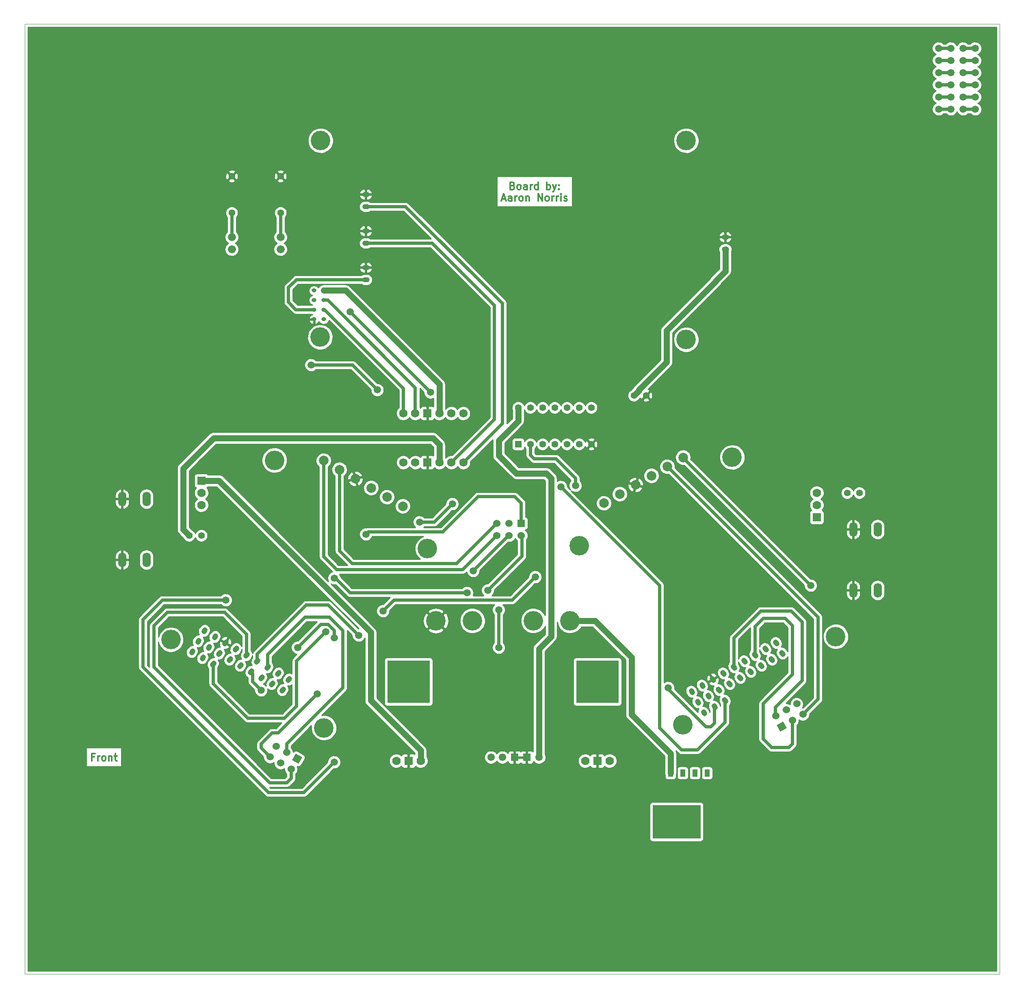
<source format=gtl>
G04 (created by PCBNEW (2013-07-07 BZR 4022)-stable) date 3/1/2015 4:29:52 PM*
%MOIN*%
G04 Gerber Fmt 3.4, Leading zero omitted, Abs format*
%FSLAX34Y34*%
G01*
G70*
G90*
G04 APERTURE LIST*
%ADD10C,0.00590551*%
%ADD11C,0.00393701*%
%ADD12C,0.011811*%
%ADD13C,0.0433071*%
%ADD14C,0.0787402*%
%ADD15C,0.16*%
%ADD16C,0.055*%
%ADD17C,0.0610236*%
%ADD18R,0.0610236X0.0610236*%
%ADD19C,0.0688976*%
%ADD20R,0.0688976X0.0688976*%
%ADD21C,0.066*%
%ADD22O,0.0590551X0.0433071*%
%ADD23R,0.055X0.055*%
%ADD24R,0.0433071X0.0590551*%
%ADD25R,0.393701X0.275591*%
%ADD26C,0.06*%
%ADD27R,0.06X0.06*%
%ADD28R,0.35X0.35*%
%ADD29C,0.07*%
%ADD30R,0.07X0.07*%
%ADD31O,0.0393701X0.0314961*%
%ADD32O,0.068X0.12*%
%ADD33C,0.0590551*%
%ADD34C,0.025*%
%ADD35C,0.05*%
%ADD36C,0.01*%
G04 APERTURE END LIST*
G54D10*
G54D11*
X4000Y-84000D02*
X4000Y-6000D01*
X84000Y-84000D02*
X4000Y-84000D01*
X84000Y-6000D02*
X84000Y-84000D01*
X4000Y-6000D02*
X84000Y-6000D01*
G54D12*
X9698Y-66179D02*
X9501Y-66179D01*
X9501Y-66489D02*
X9501Y-65898D01*
X9782Y-65898D01*
X10007Y-66489D02*
X10007Y-66095D01*
X10007Y-66207D02*
X10035Y-66151D01*
X10064Y-66123D01*
X10120Y-66095D01*
X10176Y-66095D01*
X10457Y-66489D02*
X10401Y-66460D01*
X10373Y-66432D01*
X10345Y-66376D01*
X10345Y-66207D01*
X10373Y-66151D01*
X10401Y-66123D01*
X10457Y-66095D01*
X10542Y-66095D01*
X10598Y-66123D01*
X10626Y-66151D01*
X10654Y-66207D01*
X10654Y-66376D01*
X10626Y-66432D01*
X10598Y-66460D01*
X10542Y-66489D01*
X10457Y-66489D01*
X10907Y-66095D02*
X10907Y-66489D01*
X10907Y-66151D02*
X10935Y-66123D01*
X10992Y-66095D01*
X11076Y-66095D01*
X11132Y-66123D01*
X11160Y-66179D01*
X11160Y-66489D01*
X11357Y-66095D02*
X11582Y-66095D01*
X11442Y-65898D02*
X11442Y-66404D01*
X11470Y-66460D01*
X11526Y-66489D01*
X11582Y-66489D01*
X44050Y-19279D02*
X44134Y-19307D01*
X44162Y-19335D01*
X44190Y-19392D01*
X44190Y-19476D01*
X44162Y-19532D01*
X44134Y-19560D01*
X44078Y-19589D01*
X43853Y-19589D01*
X43853Y-18998D01*
X44050Y-18998D01*
X44106Y-19026D01*
X44134Y-19054D01*
X44162Y-19110D01*
X44162Y-19167D01*
X44134Y-19223D01*
X44106Y-19251D01*
X44050Y-19279D01*
X43853Y-19279D01*
X44528Y-19589D02*
X44472Y-19560D01*
X44443Y-19532D01*
X44415Y-19476D01*
X44415Y-19307D01*
X44443Y-19251D01*
X44472Y-19223D01*
X44528Y-19195D01*
X44612Y-19195D01*
X44668Y-19223D01*
X44697Y-19251D01*
X44725Y-19307D01*
X44725Y-19476D01*
X44697Y-19532D01*
X44668Y-19560D01*
X44612Y-19589D01*
X44528Y-19589D01*
X45231Y-19589D02*
X45231Y-19279D01*
X45203Y-19223D01*
X45146Y-19195D01*
X45034Y-19195D01*
X44978Y-19223D01*
X45231Y-19560D02*
X45175Y-19589D01*
X45034Y-19589D01*
X44978Y-19560D01*
X44950Y-19504D01*
X44950Y-19448D01*
X44978Y-19392D01*
X45034Y-19364D01*
X45175Y-19364D01*
X45231Y-19335D01*
X45512Y-19589D02*
X45512Y-19195D01*
X45512Y-19307D02*
X45540Y-19251D01*
X45568Y-19223D01*
X45625Y-19195D01*
X45681Y-19195D01*
X46131Y-19589D02*
X46131Y-18998D01*
X46131Y-19560D02*
X46074Y-19589D01*
X45962Y-19589D01*
X45906Y-19560D01*
X45878Y-19532D01*
X45850Y-19476D01*
X45850Y-19307D01*
X45878Y-19251D01*
X45906Y-19223D01*
X45962Y-19195D01*
X46074Y-19195D01*
X46131Y-19223D01*
X46862Y-19589D02*
X46862Y-18998D01*
X46862Y-19223D02*
X46918Y-19195D01*
X47031Y-19195D01*
X47087Y-19223D01*
X47115Y-19251D01*
X47143Y-19307D01*
X47143Y-19476D01*
X47115Y-19532D01*
X47087Y-19560D01*
X47031Y-19589D01*
X46918Y-19589D01*
X46862Y-19560D01*
X47340Y-19195D02*
X47481Y-19589D01*
X47621Y-19195D02*
X47481Y-19589D01*
X47424Y-19729D01*
X47396Y-19757D01*
X47340Y-19785D01*
X47846Y-19532D02*
X47874Y-19560D01*
X47846Y-19589D01*
X47818Y-19560D01*
X47846Y-19532D01*
X47846Y-19589D01*
X47846Y-19223D02*
X47874Y-19251D01*
X47846Y-19279D01*
X47818Y-19251D01*
X47846Y-19223D01*
X47846Y-19279D01*
X43178Y-20365D02*
X43459Y-20365D01*
X43122Y-20533D02*
X43319Y-19943D01*
X43515Y-20533D01*
X43965Y-20533D02*
X43965Y-20224D01*
X43937Y-20168D01*
X43881Y-20140D01*
X43769Y-20140D01*
X43712Y-20168D01*
X43965Y-20505D02*
X43909Y-20533D01*
X43769Y-20533D01*
X43712Y-20505D01*
X43684Y-20449D01*
X43684Y-20393D01*
X43712Y-20337D01*
X43769Y-20308D01*
X43909Y-20308D01*
X43965Y-20280D01*
X44247Y-20533D02*
X44247Y-20140D01*
X44247Y-20252D02*
X44275Y-20196D01*
X44303Y-20168D01*
X44359Y-20140D01*
X44415Y-20140D01*
X44697Y-20533D02*
X44640Y-20505D01*
X44612Y-20477D01*
X44584Y-20421D01*
X44584Y-20252D01*
X44612Y-20196D01*
X44640Y-20168D01*
X44697Y-20140D01*
X44781Y-20140D01*
X44837Y-20168D01*
X44865Y-20196D01*
X44893Y-20252D01*
X44893Y-20421D01*
X44865Y-20477D01*
X44837Y-20505D01*
X44781Y-20533D01*
X44697Y-20533D01*
X45146Y-20140D02*
X45146Y-20533D01*
X45146Y-20196D02*
X45175Y-20168D01*
X45231Y-20140D01*
X45315Y-20140D01*
X45371Y-20168D01*
X45400Y-20224D01*
X45400Y-20533D01*
X46131Y-20533D02*
X46131Y-19943D01*
X46468Y-20533D01*
X46468Y-19943D01*
X46834Y-20533D02*
X46778Y-20505D01*
X46749Y-20477D01*
X46721Y-20421D01*
X46721Y-20252D01*
X46749Y-20196D01*
X46778Y-20168D01*
X46834Y-20140D01*
X46918Y-20140D01*
X46974Y-20168D01*
X47002Y-20196D01*
X47031Y-20252D01*
X47031Y-20421D01*
X47002Y-20477D01*
X46974Y-20505D01*
X46918Y-20533D01*
X46834Y-20533D01*
X47284Y-20533D02*
X47284Y-20140D01*
X47284Y-20252D02*
X47312Y-20196D01*
X47340Y-20168D01*
X47396Y-20140D01*
X47452Y-20140D01*
X47649Y-20533D02*
X47649Y-20140D01*
X47649Y-20252D02*
X47677Y-20196D01*
X47706Y-20168D01*
X47762Y-20140D01*
X47818Y-20140D01*
X48015Y-20533D02*
X48015Y-20140D01*
X48015Y-19943D02*
X47987Y-19971D01*
X48015Y-19999D01*
X48043Y-19971D01*
X48015Y-19943D01*
X48015Y-19999D01*
X48268Y-20505D02*
X48324Y-20533D01*
X48437Y-20533D01*
X48493Y-20505D01*
X48521Y-20449D01*
X48521Y-20421D01*
X48493Y-20365D01*
X48437Y-20337D01*
X48352Y-20337D01*
X48296Y-20308D01*
X48268Y-20252D01*
X48268Y-20224D01*
X48296Y-20168D01*
X48352Y-20140D01*
X48437Y-20140D01*
X48493Y-20168D01*
G54D11*
X45000Y-24000D02*
G75*
G03X45000Y-24000I0J0D01*
G74*
G01*
X44999Y-24000D02*
X45000Y-24000D01*
X45000Y-23999D02*
X45000Y-24000D01*
X84000Y-22000D02*
G75*
G03X84000Y-22000I0J0D01*
G74*
G01*
X83999Y-22000D02*
X84000Y-22000D01*
X84000Y-21999D02*
X84000Y-22000D01*
G54D13*
X59776Y-62612D02*
X59697Y-62476D01*
G54D14*
X51535Y-45339D03*
X52834Y-44589D03*
X54133Y-43839D03*
X55433Y-43089D03*
X56732Y-42339D03*
X58031Y-41589D03*
G54D13*
X59276Y-61746D02*
X59197Y-61610D01*
X58776Y-60880D02*
X58697Y-60743D01*
X60642Y-62112D02*
X60563Y-61976D01*
X60142Y-61246D02*
X60063Y-61110D01*
X59642Y-60380D02*
X59563Y-60243D01*
X61508Y-61612D02*
X61429Y-61476D01*
X61008Y-60746D02*
X60929Y-60610D01*
X60508Y-59880D02*
X60429Y-59743D01*
X61874Y-60246D02*
X61795Y-60110D01*
X61374Y-59380D02*
X61295Y-59243D01*
X62740Y-59746D02*
X62661Y-59610D01*
X62240Y-58880D02*
X62161Y-58743D01*
X63606Y-59246D02*
X63527Y-59110D01*
X63106Y-58380D02*
X63027Y-58243D01*
X64472Y-58746D02*
X64393Y-58610D01*
X63972Y-57880D02*
X63893Y-57743D01*
X65338Y-58246D02*
X65259Y-58110D01*
X64838Y-57380D02*
X64759Y-57243D01*
X66204Y-57746D02*
X66125Y-57610D01*
X65704Y-56880D02*
X65625Y-56743D01*
G54D15*
X58004Y-63544D03*
X49504Y-48821D03*
X70562Y-56294D03*
X62062Y-41571D03*
G54D13*
X17697Y-57612D02*
X17776Y-57476D01*
G54D14*
X28535Y-41839D03*
X29834Y-42589D03*
X31133Y-43339D03*
X32433Y-44089D03*
X33732Y-44839D03*
X35031Y-45589D03*
G54D13*
X18197Y-56746D02*
X18276Y-56610D01*
X18697Y-55880D02*
X18776Y-55743D01*
X18563Y-58112D02*
X18642Y-57976D01*
X19063Y-57246D02*
X19142Y-57110D01*
X19563Y-56380D02*
X19642Y-56243D01*
X19429Y-58612D02*
X19508Y-58476D01*
X19929Y-57746D02*
X20008Y-57610D01*
X20429Y-56880D02*
X20508Y-56743D01*
X20795Y-58246D02*
X20874Y-58110D01*
X21295Y-57380D02*
X21374Y-57243D01*
X21661Y-58746D02*
X21740Y-58610D01*
X22161Y-57880D02*
X22240Y-57743D01*
X22527Y-59246D02*
X22606Y-59110D01*
X23027Y-58380D02*
X23106Y-58243D01*
X23393Y-59746D02*
X23472Y-59610D01*
X23893Y-58880D02*
X23972Y-58743D01*
X24259Y-60246D02*
X24338Y-60110D01*
X24759Y-59380D02*
X24838Y-59243D01*
X25125Y-60746D02*
X25204Y-60610D01*
X25625Y-59880D02*
X25704Y-59743D01*
G54D15*
X16004Y-56544D03*
X24504Y-41821D03*
X28562Y-63794D03*
X37062Y-49071D03*
G54D16*
X21000Y-21500D03*
X21000Y-18500D03*
X25000Y-21500D03*
X25000Y-18500D03*
G54D17*
X46212Y-66212D03*
G54D18*
X45212Y-66212D03*
X44212Y-66212D03*
G54D17*
X43212Y-66212D03*
X42275Y-66212D03*
G54D19*
X40000Y-42000D03*
X39015Y-42000D03*
X38031Y-42000D03*
G54D20*
X37047Y-42000D03*
G54D19*
X36062Y-42000D03*
X35078Y-42000D03*
X40000Y-37968D03*
X39015Y-37968D03*
X38031Y-37968D03*
G54D20*
X37047Y-37968D03*
G54D19*
X36062Y-37968D03*
X35078Y-37968D03*
G54D21*
X25000Y-24500D03*
X25000Y-23500D03*
X21000Y-24500D03*
X21000Y-23500D03*
G54D22*
X32000Y-27000D03*
X32000Y-26000D03*
X32000Y-24000D03*
X32000Y-23000D03*
X32000Y-21000D03*
X32000Y-20000D03*
G54D23*
X44500Y-40500D03*
G54D16*
X45500Y-40500D03*
X46500Y-40500D03*
X47500Y-40500D03*
X48500Y-40500D03*
X49500Y-40500D03*
X50500Y-40500D03*
X50500Y-37500D03*
X49500Y-37500D03*
X48500Y-37500D03*
X47500Y-37500D03*
X46500Y-37500D03*
X45500Y-37500D03*
X44500Y-37500D03*
G54D15*
X37750Y-55000D03*
X40750Y-55000D03*
X45750Y-55000D03*
X48750Y-55000D03*
G54D24*
X57000Y-67500D03*
X58000Y-67500D03*
X59000Y-67500D03*
X60000Y-67500D03*
G54D25*
X57500Y-71500D03*
G54D10*
G36*
X26775Y-66207D02*
X26475Y-66726D01*
X25956Y-66426D01*
X26256Y-65907D01*
X26775Y-66207D01*
X26775Y-66207D01*
G37*
G54D26*
X25866Y-67183D03*
X25500Y-65816D03*
X25000Y-66683D03*
X24633Y-65316D03*
X24133Y-66183D03*
G54D27*
X44750Y-47000D03*
G54D26*
X44750Y-48000D03*
X43750Y-47000D03*
X43750Y-48000D03*
X42750Y-47000D03*
X42750Y-48000D03*
G54D10*
G36*
X66024Y-64092D02*
X65724Y-63573D01*
X66243Y-63273D01*
X66543Y-63792D01*
X66024Y-64092D01*
X66024Y-64092D01*
G37*
G54D26*
X65633Y-62816D03*
X67000Y-63183D03*
X66500Y-62316D03*
X67866Y-62683D03*
X67366Y-61816D03*
G54D22*
X61500Y-24500D03*
X61500Y-23500D03*
G54D16*
X54000Y-36500D03*
X55000Y-36500D03*
G54D28*
X35500Y-60000D03*
G54D29*
X34500Y-66500D03*
G54D30*
X35500Y-66500D03*
G54D29*
X36500Y-66500D03*
G54D28*
X51000Y-60000D03*
G54D29*
X50000Y-66500D03*
G54D30*
X51000Y-66500D03*
G54D29*
X52000Y-66500D03*
G54D31*
X27750Y-30250D03*
X27750Y-29462D03*
X27750Y-28675D03*
X27750Y-27887D03*
X28537Y-30250D03*
X28537Y-29462D03*
X28537Y-28675D03*
X28537Y-27887D03*
G54D15*
X28246Y-31714D03*
X28285Y-15572D03*
X58285Y-15572D03*
X58285Y-31911D03*
G54D29*
X69000Y-44500D03*
X69000Y-45500D03*
G54D30*
X69000Y-46500D03*
G54D29*
X18500Y-45500D03*
X18500Y-44500D03*
G54D30*
X18500Y-43500D03*
G54D16*
X18500Y-48000D03*
X17500Y-48000D03*
X71500Y-44500D03*
X72500Y-44500D03*
G54D32*
X14000Y-50000D03*
X12000Y-50000D03*
X14000Y-45000D03*
X12000Y-45000D03*
X74000Y-52500D03*
X72000Y-52500D03*
X74000Y-47500D03*
X72000Y-47500D03*
G54D33*
X79000Y-8000D03*
X82000Y-8000D03*
X82000Y-9000D03*
X81000Y-9000D03*
X80000Y-9000D03*
X79000Y-9000D03*
X79000Y-10000D03*
X80000Y-10000D03*
X81000Y-10000D03*
X82000Y-10000D03*
X82000Y-11000D03*
X81000Y-11000D03*
X80000Y-11000D03*
X79000Y-11000D03*
X79000Y-12000D03*
X80000Y-12000D03*
X81000Y-12000D03*
X82000Y-12000D03*
X82000Y-13000D03*
X81000Y-13000D03*
X80000Y-13000D03*
X79000Y-13000D03*
X81000Y-8000D03*
X80000Y-8000D03*
X37500Y-44600D03*
X31000Y-49100D03*
X42800Y-49900D03*
X24200Y-53200D03*
X24100Y-50400D03*
X38400Y-51800D03*
X28000Y-61000D03*
X42000Y-52500D03*
X42900Y-54100D03*
X42900Y-57200D03*
X29400Y-66600D03*
X20500Y-53300D03*
X32000Y-47900D03*
X65633Y-62816D03*
X31400Y-56200D03*
X33400Y-54200D03*
X45900Y-51400D03*
X37300Y-36250D03*
X30700Y-29650D03*
X32950Y-36050D03*
X27500Y-34000D03*
X68500Y-52100D03*
X28700Y-55900D03*
X36400Y-46900D03*
X39100Y-45400D03*
X49200Y-43900D03*
X40300Y-52700D03*
X29400Y-51500D03*
X56800Y-60500D03*
X48000Y-44000D03*
X26400Y-57200D03*
X23400Y-60700D03*
X29400Y-56400D03*
X40800Y-50900D03*
G54D34*
X82000Y-9000D02*
X81000Y-9000D01*
X80000Y-9000D02*
X79000Y-9000D01*
X79000Y-10000D02*
X80000Y-10000D01*
X81000Y-10000D02*
X82000Y-10000D01*
X82000Y-11000D02*
X81000Y-11000D01*
X80000Y-11000D02*
X79000Y-11000D01*
X79000Y-12000D02*
X80000Y-12000D01*
X81000Y-12000D02*
X82000Y-12000D01*
X82000Y-13000D02*
X81000Y-13000D01*
X79000Y-13000D02*
X80000Y-13000D01*
X81000Y-8000D02*
X82000Y-8000D01*
X80000Y-8000D02*
X79000Y-8000D01*
G54D35*
X18500Y-43500D02*
X19950Y-43500D01*
X36500Y-65650D02*
X36500Y-66500D01*
X32400Y-61550D02*
X36500Y-65650D01*
X32400Y-55950D02*
X32400Y-61550D01*
X19950Y-43500D02*
X32400Y-55950D01*
X17000Y-42500D02*
X17000Y-47500D01*
X17000Y-47500D02*
X17500Y-48000D01*
X38031Y-40531D02*
X38031Y-42000D01*
X37500Y-40000D02*
X38031Y-40531D01*
X19500Y-40000D02*
X22250Y-40000D01*
X22250Y-40000D02*
X34250Y-40000D01*
X34250Y-40000D02*
X37500Y-40000D01*
X17000Y-42500D02*
X18000Y-41500D01*
X18000Y-41500D02*
X19500Y-40000D01*
X60700Y-27150D02*
X60700Y-27100D01*
X60700Y-27100D02*
X61500Y-26300D01*
X56675Y-33775D02*
X56675Y-31175D01*
X56675Y-31175D02*
X60700Y-27150D01*
X46800Y-42900D02*
X44350Y-42900D01*
X44500Y-38600D02*
X44500Y-37500D01*
X42900Y-40200D02*
X44500Y-38600D01*
X42900Y-41450D02*
X42900Y-40200D01*
X44350Y-42900D02*
X42900Y-41450D01*
X46200Y-57300D02*
X47200Y-56300D01*
X47200Y-43300D02*
X46800Y-42900D01*
X47200Y-56300D02*
X47200Y-43300D01*
X54000Y-36500D02*
X54400Y-36100D01*
X61500Y-26300D02*
X61500Y-24500D01*
X54400Y-36050D02*
X56675Y-33775D01*
X54400Y-36100D02*
X54400Y-36050D01*
X46200Y-66200D02*
X46212Y-66212D01*
X46200Y-57300D02*
X46200Y-66200D01*
G54D34*
X24100Y-50400D02*
X24100Y-53100D01*
X24100Y-53100D02*
X24200Y-53200D01*
X31000Y-49100D02*
X31000Y-47400D01*
X36600Y-45800D02*
X36600Y-45500D01*
X36600Y-45500D02*
X37500Y-44600D01*
X35100Y-47000D02*
X35400Y-47000D01*
X32300Y-47000D02*
X35100Y-47000D01*
X35400Y-47000D02*
X36600Y-45800D01*
X31000Y-47400D02*
X31400Y-47000D01*
X31400Y-47000D02*
X32300Y-47000D01*
X38400Y-51800D02*
X40900Y-51800D01*
X40900Y-51800D02*
X42800Y-49900D01*
X23400Y-65449D02*
X24133Y-66183D01*
X23400Y-65100D02*
X23400Y-65449D01*
X24300Y-64200D02*
X23400Y-65100D01*
X24800Y-64200D02*
X24300Y-64200D01*
X28000Y-61000D02*
X24800Y-64200D01*
X36000Y-42000D02*
X36062Y-42000D01*
X36062Y-42000D02*
X36000Y-42000D01*
X44800Y-48050D02*
X44750Y-48000D01*
X44800Y-49700D02*
X44800Y-48050D01*
X42000Y-52500D02*
X44800Y-49700D01*
X42900Y-57200D02*
X42900Y-54100D01*
X26900Y-69100D02*
X29400Y-66600D01*
X24000Y-69100D02*
X26900Y-69100D01*
X13700Y-58800D02*
X24000Y-69100D01*
X13700Y-54900D02*
X13700Y-58800D01*
X15300Y-53300D02*
X13700Y-54900D01*
X20500Y-53300D02*
X15300Y-53300D01*
X44750Y-45350D02*
X44750Y-47000D01*
X44200Y-44800D02*
X44750Y-45350D01*
X41200Y-44800D02*
X44200Y-44800D01*
X38300Y-47700D02*
X41200Y-44800D01*
X32200Y-47700D02*
X38300Y-47700D01*
X32000Y-47900D02*
X32200Y-47700D01*
X65633Y-62816D02*
X65600Y-62783D01*
X62200Y-56399D02*
X62200Y-58812D01*
X64400Y-54200D02*
X62200Y-56399D01*
X66900Y-54200D02*
X64400Y-54200D01*
X67800Y-55100D02*
X66900Y-54200D01*
X67800Y-59900D02*
X67800Y-55100D01*
X65600Y-62100D02*
X67800Y-59900D01*
X65600Y-62783D02*
X65600Y-62100D01*
X31400Y-56200D02*
X28900Y-53700D01*
X27100Y-53700D02*
X26600Y-54200D01*
X28900Y-53700D02*
X27100Y-53700D01*
X23066Y-57733D02*
X23066Y-58312D01*
X26600Y-54200D02*
X23066Y-57733D01*
X34300Y-53300D02*
X33400Y-54200D01*
X44000Y-53300D02*
X34300Y-53300D01*
X45900Y-51400D02*
X44000Y-53300D01*
X63933Y-57812D02*
X63933Y-55466D01*
X67000Y-65100D02*
X67000Y-63183D01*
X66700Y-65400D02*
X67000Y-65100D01*
X65300Y-65400D02*
X66700Y-65400D01*
X64600Y-64700D02*
X65300Y-65400D01*
X64600Y-61800D02*
X64600Y-64700D01*
X67000Y-59400D02*
X64600Y-61800D01*
X67000Y-55400D02*
X67000Y-59400D01*
X66400Y-54800D02*
X67000Y-55400D01*
X64600Y-54800D02*
X66400Y-54800D01*
X63933Y-55466D02*
X64600Y-54800D01*
X29834Y-42589D02*
X29834Y-49265D01*
X39450Y-50300D02*
X42750Y-47000D01*
X30869Y-50300D02*
X39450Y-50300D01*
X29834Y-49265D02*
X30869Y-50300D01*
X25866Y-67183D02*
X25866Y-67933D01*
X22200Y-56100D02*
X22200Y-57812D01*
X20400Y-54300D02*
X22200Y-56100D01*
X15700Y-54300D02*
X20400Y-54300D01*
X14600Y-55400D02*
X15700Y-54300D01*
X14600Y-58800D02*
X14600Y-55400D01*
X24100Y-68300D02*
X14600Y-58800D01*
X25500Y-68300D02*
X24100Y-68300D01*
X25866Y-67933D02*
X25500Y-68300D01*
G54D35*
X57000Y-67500D02*
X57000Y-65900D01*
X50800Y-55000D02*
X48750Y-55000D01*
X53800Y-58000D02*
X50800Y-55000D01*
X53800Y-62700D02*
X53800Y-58000D01*
X57000Y-65900D02*
X53800Y-62700D01*
G54D34*
X28535Y-41839D02*
X28535Y-49735D01*
X39950Y-50800D02*
X42750Y-48000D01*
X29600Y-50800D02*
X39950Y-50800D01*
X28535Y-49735D02*
X29600Y-50800D01*
X28537Y-29462D02*
X28612Y-29462D01*
X35078Y-35928D02*
X35078Y-37968D01*
X28612Y-29462D02*
X35078Y-35928D01*
X28537Y-28675D02*
X28875Y-28675D01*
X36062Y-35862D02*
X36062Y-37968D01*
X28875Y-28675D02*
X36062Y-35862D01*
G54D35*
X38031Y-37968D02*
X38031Y-35581D01*
X30337Y-27887D02*
X28537Y-27887D01*
X38031Y-35581D02*
X30337Y-27887D01*
G54D34*
X37300Y-36250D02*
X30700Y-29650D01*
X27500Y-34000D02*
X30900Y-34000D01*
X30900Y-34000D02*
X32950Y-36050D01*
X21000Y-23500D02*
X21000Y-21500D01*
X32000Y-21000D02*
X35250Y-21000D01*
X43200Y-38800D02*
X40000Y-42000D01*
X43200Y-28950D02*
X43200Y-38800D01*
X35250Y-21000D02*
X43200Y-28950D01*
X56732Y-42339D02*
X56739Y-42339D01*
X69100Y-61449D02*
X67866Y-62683D01*
X69100Y-54700D02*
X69100Y-61449D01*
X56739Y-42339D02*
X69100Y-54700D01*
X32000Y-24000D02*
X37450Y-24000D01*
X42550Y-38465D02*
X39015Y-42000D01*
X42550Y-29100D02*
X42550Y-38465D01*
X37450Y-24000D02*
X42550Y-29100D01*
X32000Y-27000D02*
X26300Y-27000D01*
X26262Y-29462D02*
X27750Y-29462D01*
X25650Y-28850D02*
X26262Y-29462D01*
X25650Y-27650D02*
X25650Y-28850D01*
X26300Y-27000D02*
X25650Y-27650D01*
X58031Y-41589D02*
X58031Y-41631D01*
X58031Y-41631D02*
X68500Y-52100D01*
X26300Y-58300D02*
X26300Y-62000D01*
X19468Y-60168D02*
X19468Y-58544D01*
X22300Y-63000D02*
X19468Y-60168D01*
X25300Y-63000D02*
X22300Y-63000D01*
X26300Y-62000D02*
X25300Y-63000D01*
X45500Y-40500D02*
X45500Y-41400D01*
X28700Y-55900D02*
X26300Y-58300D01*
X37600Y-46900D02*
X36400Y-46900D01*
X39100Y-45400D02*
X37600Y-46900D01*
X49200Y-43300D02*
X49200Y-43900D01*
X47600Y-41700D02*
X49200Y-43300D01*
X45800Y-41700D02*
X47600Y-41700D01*
X45500Y-41400D02*
X45800Y-41700D01*
X29400Y-51500D02*
X29500Y-51500D01*
X30700Y-52700D02*
X40300Y-52700D01*
X29500Y-51500D02*
X30700Y-52700D01*
X56800Y-60500D02*
X56800Y-60600D01*
X60602Y-63397D02*
X60602Y-62044D01*
X60300Y-63700D02*
X60602Y-63397D01*
X59900Y-63700D02*
X60300Y-63700D01*
X56800Y-60600D02*
X59900Y-63700D01*
X56100Y-52100D02*
X56100Y-63800D01*
X61468Y-63331D02*
X61468Y-61544D01*
X59200Y-65600D02*
X61468Y-63331D01*
X57900Y-65600D02*
X59200Y-65600D01*
X56100Y-63800D02*
X57900Y-65600D01*
X48000Y-44000D02*
X56100Y-52100D01*
X25500Y-65816D02*
X25500Y-65100D01*
X23933Y-57766D02*
X23933Y-58812D01*
X27000Y-54700D02*
X23933Y-57766D01*
X29000Y-54700D02*
X27000Y-54700D01*
X30100Y-55800D02*
X29000Y-54700D01*
X30100Y-60500D02*
X30100Y-55800D01*
X25500Y-65100D02*
X30100Y-60500D01*
X25000Y-23500D02*
X25000Y-21500D01*
X29400Y-56400D02*
X29400Y-55800D01*
X29400Y-55800D02*
X28900Y-55300D01*
X22566Y-59178D02*
X22600Y-59200D01*
X28300Y-55300D02*
X28900Y-55300D01*
X26400Y-57200D02*
X28300Y-55300D01*
X22700Y-60000D02*
X23400Y-60700D01*
X22700Y-59300D02*
X22700Y-60000D01*
X22600Y-59200D02*
X22700Y-59300D01*
X40800Y-50900D02*
X43700Y-48000D01*
X43700Y-48000D02*
X43750Y-48000D01*
G54D10*
G36*
X27994Y-55075D02*
X26414Y-56654D01*
X26350Y-56654D01*
X26245Y-56674D01*
X26146Y-56714D01*
X26056Y-56772D01*
X25980Y-56847D01*
X25919Y-56936D01*
X25877Y-57034D01*
X25855Y-57138D01*
X25854Y-57245D01*
X25873Y-57351D01*
X25912Y-57450D01*
X25970Y-57540D01*
X26044Y-57617D01*
X26132Y-57678D01*
X26230Y-57721D01*
X26327Y-57742D01*
X26034Y-58034D01*
X26012Y-58061D01*
X25990Y-58088D01*
X25989Y-58089D01*
X25988Y-58091D01*
X25972Y-58121D01*
X25955Y-58152D01*
X25954Y-58154D01*
X25953Y-58155D01*
X25943Y-58189D01*
X25933Y-58222D01*
X25932Y-58223D01*
X25932Y-58225D01*
X25928Y-58260D01*
X25925Y-58294D01*
X25925Y-58298D01*
X25925Y-58298D01*
X25925Y-58298D01*
X25925Y-58300D01*
X25925Y-59331D01*
X25859Y-59301D01*
X25770Y-59279D01*
X25679Y-59275D01*
X25589Y-59289D01*
X25504Y-59320D01*
X25426Y-59368D01*
X25359Y-59429D01*
X25305Y-59502D01*
X25301Y-59508D01*
X25220Y-59649D01*
X25182Y-59732D01*
X25161Y-59820D01*
X25158Y-59911D01*
X25173Y-60001D01*
X25205Y-60087D01*
X25240Y-60144D01*
X25179Y-60141D01*
X25089Y-60155D01*
X25004Y-60186D01*
X24926Y-60234D01*
X24859Y-60295D01*
X24805Y-60368D01*
X24801Y-60374D01*
X24720Y-60515D01*
X24682Y-60598D01*
X24661Y-60686D01*
X24658Y-60777D01*
X24673Y-60867D01*
X24705Y-60953D01*
X24752Y-61030D01*
X24814Y-61097D01*
X24888Y-61151D01*
X24970Y-61189D01*
X25059Y-61210D01*
X25150Y-61214D01*
X25240Y-61200D01*
X25325Y-61169D01*
X25403Y-61122D01*
X25471Y-61060D01*
X25525Y-60987D01*
X25528Y-60981D01*
X25609Y-60840D01*
X25647Y-60758D01*
X25668Y-60669D01*
X25671Y-60578D01*
X25656Y-60488D01*
X25625Y-60403D01*
X25589Y-60345D01*
X25650Y-60348D01*
X25740Y-60334D01*
X25825Y-60303D01*
X25903Y-60256D01*
X25925Y-60236D01*
X25925Y-61844D01*
X25144Y-62625D01*
X22455Y-62625D01*
X19843Y-60013D01*
X19843Y-58827D01*
X19913Y-58707D01*
X19951Y-58624D01*
X19972Y-58535D01*
X19975Y-58444D01*
X19960Y-58354D01*
X19928Y-58269D01*
X19893Y-58211D01*
X19954Y-58214D01*
X20044Y-58200D01*
X20129Y-58169D01*
X20207Y-58122D01*
X20274Y-58060D01*
X20328Y-57987D01*
X20332Y-57981D01*
X20413Y-57840D01*
X20451Y-57758D01*
X20472Y-57669D01*
X20475Y-57578D01*
X20460Y-57488D01*
X20428Y-57403D01*
X20393Y-57346D01*
X20417Y-57349D01*
X20508Y-57342D01*
X20596Y-57318D01*
X20678Y-57277D01*
X20751Y-57221D01*
X20811Y-57152D01*
X20795Y-57058D01*
X20487Y-56880D01*
X20483Y-56887D01*
X20396Y-56837D01*
X20400Y-56830D01*
X20109Y-56662D01*
X20109Y-56212D01*
X20094Y-56122D01*
X20062Y-56037D01*
X20015Y-55959D01*
X19953Y-55892D01*
X19879Y-55839D01*
X19797Y-55801D01*
X19708Y-55779D01*
X19617Y-55775D01*
X19527Y-55789D01*
X19441Y-55820D01*
X19364Y-55868D01*
X19296Y-55929D01*
X19243Y-56002D01*
X19243Y-55712D01*
X19228Y-55622D01*
X19196Y-55537D01*
X19149Y-55459D01*
X19087Y-55392D01*
X19013Y-55339D01*
X18930Y-55301D01*
X18842Y-55279D01*
X18751Y-55275D01*
X18661Y-55289D01*
X18575Y-55320D01*
X18498Y-55368D01*
X18430Y-55429D01*
X18376Y-55502D01*
X18373Y-55508D01*
X18292Y-55649D01*
X18254Y-55732D01*
X18233Y-55820D01*
X18230Y-55911D01*
X18245Y-56001D01*
X18276Y-56087D01*
X18312Y-56144D01*
X18251Y-56141D01*
X18161Y-56155D01*
X18075Y-56186D01*
X17998Y-56234D01*
X17930Y-56295D01*
X17876Y-56368D01*
X17873Y-56374D01*
X17792Y-56515D01*
X17754Y-56598D01*
X17733Y-56686D01*
X17730Y-56777D01*
X17745Y-56867D01*
X17776Y-56953D01*
X17812Y-57010D01*
X17751Y-57007D01*
X17661Y-57021D01*
X17575Y-57053D01*
X17498Y-57100D01*
X17430Y-57161D01*
X17376Y-57234D01*
X17373Y-57240D01*
X17292Y-57381D01*
X17254Y-57464D01*
X17233Y-57553D01*
X17230Y-57643D01*
X17245Y-57733D01*
X17276Y-57819D01*
X17324Y-57896D01*
X17386Y-57963D01*
X17460Y-58017D01*
X17542Y-58055D01*
X17631Y-58076D01*
X17722Y-58080D01*
X17812Y-58066D01*
X17897Y-58035D01*
X17975Y-57988D01*
X18042Y-57926D01*
X18096Y-57853D01*
X18100Y-57847D01*
X18181Y-57707D01*
X18219Y-57624D01*
X18239Y-57535D01*
X18243Y-57444D01*
X18228Y-57354D01*
X18196Y-57269D01*
X18161Y-57211D01*
X18222Y-57214D01*
X18312Y-57200D01*
X18397Y-57169D01*
X18475Y-57122D01*
X18542Y-57060D01*
X18596Y-56987D01*
X18600Y-56981D01*
X18681Y-56840D01*
X18719Y-56758D01*
X18739Y-56669D01*
X18743Y-56578D01*
X18728Y-56488D01*
X18696Y-56403D01*
X18661Y-56345D01*
X18722Y-56348D01*
X18812Y-56334D01*
X18897Y-56303D01*
X18975Y-56256D01*
X19042Y-56194D01*
X19096Y-56121D01*
X19100Y-56115D01*
X19181Y-55974D01*
X19219Y-55892D01*
X19239Y-55803D01*
X19243Y-55712D01*
X19243Y-56002D01*
X19242Y-56002D01*
X19239Y-56008D01*
X19158Y-56149D01*
X19120Y-56232D01*
X19099Y-56320D01*
X19096Y-56411D01*
X19111Y-56501D01*
X19142Y-56587D01*
X19178Y-56644D01*
X19117Y-56641D01*
X19027Y-56655D01*
X18941Y-56686D01*
X18864Y-56734D01*
X18796Y-56795D01*
X18742Y-56868D01*
X18739Y-56874D01*
X18658Y-57015D01*
X18620Y-57098D01*
X18599Y-57186D01*
X18596Y-57277D01*
X18611Y-57367D01*
X18642Y-57453D01*
X18678Y-57510D01*
X18617Y-57507D01*
X18527Y-57521D01*
X18441Y-57553D01*
X18364Y-57600D01*
X18296Y-57661D01*
X18242Y-57734D01*
X18239Y-57740D01*
X18158Y-57881D01*
X18120Y-57964D01*
X18099Y-58053D01*
X18096Y-58143D01*
X18111Y-58233D01*
X18142Y-58319D01*
X18190Y-58396D01*
X18252Y-58463D01*
X18326Y-58517D01*
X18408Y-58555D01*
X18497Y-58576D01*
X18588Y-58580D01*
X18678Y-58566D01*
X18763Y-58535D01*
X18841Y-58488D01*
X18908Y-58426D01*
X18962Y-58353D01*
X18966Y-58347D01*
X19047Y-58207D01*
X19085Y-58124D01*
X19106Y-58035D01*
X19109Y-57944D01*
X19094Y-57854D01*
X19062Y-57769D01*
X19027Y-57711D01*
X19088Y-57714D01*
X19178Y-57700D01*
X19263Y-57669D01*
X19341Y-57622D01*
X19408Y-57560D01*
X19462Y-57487D01*
X19466Y-57481D01*
X19547Y-57340D01*
X19585Y-57258D01*
X19606Y-57169D01*
X19609Y-57078D01*
X19594Y-56988D01*
X19562Y-56903D01*
X19527Y-56845D01*
X19588Y-56848D01*
X19678Y-56834D01*
X19763Y-56803D01*
X19841Y-56756D01*
X19908Y-56694D01*
X19962Y-56621D01*
X19966Y-56615D01*
X20047Y-56474D01*
X20085Y-56392D01*
X20106Y-56303D01*
X20109Y-56212D01*
X20109Y-56662D01*
X20092Y-56652D01*
X20002Y-56685D01*
X19973Y-56772D01*
X19960Y-56863D01*
X19966Y-56954D01*
X19989Y-57042D01*
X20029Y-57125D01*
X20044Y-57144D01*
X19983Y-57141D01*
X19893Y-57155D01*
X19808Y-57186D01*
X19730Y-57234D01*
X19662Y-57295D01*
X19608Y-57368D01*
X19605Y-57374D01*
X19524Y-57515D01*
X19486Y-57598D01*
X19465Y-57686D01*
X19462Y-57777D01*
X19477Y-57867D01*
X19508Y-57953D01*
X19544Y-58010D01*
X19483Y-58007D01*
X19393Y-58021D01*
X19308Y-58053D01*
X19230Y-58100D01*
X19162Y-58161D01*
X19108Y-58234D01*
X19105Y-58240D01*
X19024Y-58381D01*
X18986Y-58464D01*
X18965Y-58553D01*
X18962Y-58643D01*
X18977Y-58733D01*
X19008Y-58819D01*
X19056Y-58896D01*
X19093Y-58937D01*
X19093Y-60168D01*
X19097Y-60203D01*
X19100Y-60237D01*
X19100Y-60239D01*
X19101Y-60241D01*
X19111Y-60274D01*
X19120Y-60308D01*
X19121Y-60309D01*
X19122Y-60311D01*
X19138Y-60342D01*
X19154Y-60373D01*
X19155Y-60374D01*
X19156Y-60376D01*
X19178Y-60403D01*
X19200Y-60430D01*
X19202Y-60433D01*
X19202Y-60433D01*
X19202Y-60433D01*
X19203Y-60434D01*
X22034Y-63265D01*
X22061Y-63287D01*
X22088Y-63309D01*
X22089Y-63310D01*
X22091Y-63311D01*
X22121Y-63327D01*
X22152Y-63344D01*
X22154Y-63345D01*
X22155Y-63346D01*
X22188Y-63356D01*
X22222Y-63366D01*
X22223Y-63367D01*
X22225Y-63367D01*
X22260Y-63371D01*
X22294Y-63374D01*
X22298Y-63374D01*
X22298Y-63374D01*
X22298Y-63374D01*
X22300Y-63375D01*
X25094Y-63375D01*
X24644Y-63825D01*
X24300Y-63825D01*
X24265Y-63828D01*
X24231Y-63831D01*
X24229Y-63831D01*
X24227Y-63832D01*
X24194Y-63842D01*
X24160Y-63851D01*
X24158Y-63852D01*
X24157Y-63853D01*
X24126Y-63869D01*
X24095Y-63885D01*
X24094Y-63886D01*
X24092Y-63887D01*
X24065Y-63909D01*
X24038Y-63931D01*
X24035Y-63933D01*
X24035Y-63933D01*
X24035Y-63933D01*
X24034Y-63934D01*
X23134Y-64834D01*
X23112Y-64861D01*
X23090Y-64888D01*
X23089Y-64889D01*
X23088Y-64891D01*
X23072Y-64921D01*
X23055Y-64952D01*
X23054Y-64954D01*
X23053Y-64955D01*
X23043Y-64989D01*
X23033Y-65022D01*
X23032Y-65023D01*
X23032Y-65025D01*
X23028Y-65060D01*
X23025Y-65094D01*
X23025Y-65098D01*
X23025Y-65098D01*
X23025Y-65098D01*
X23025Y-65100D01*
X23025Y-65449D01*
X23028Y-65483D01*
X23031Y-65518D01*
X23031Y-65519D01*
X23032Y-65521D01*
X23042Y-65555D01*
X23051Y-65588D01*
X23052Y-65590D01*
X23053Y-65591D01*
X23069Y-65622D01*
X23085Y-65653D01*
X23086Y-65654D01*
X23087Y-65656D01*
X23109Y-65683D01*
X23131Y-65710D01*
X23133Y-65713D01*
X23133Y-65713D01*
X23133Y-65713D01*
X23134Y-65714D01*
X23584Y-66163D01*
X23583Y-66229D01*
X23602Y-66335D01*
X23642Y-66435D01*
X23700Y-66526D01*
X23775Y-66603D01*
X23864Y-66665D01*
X23963Y-66708D01*
X24068Y-66731D01*
X24176Y-66734D01*
X24282Y-66715D01*
X24383Y-66676D01*
X24450Y-66633D01*
X24449Y-66729D01*
X24468Y-66835D01*
X24508Y-66935D01*
X24566Y-67026D01*
X24641Y-67103D01*
X24730Y-67165D01*
X24829Y-67208D01*
X24934Y-67231D01*
X25042Y-67234D01*
X25148Y-67215D01*
X25249Y-67176D01*
X25316Y-67133D01*
X25315Y-67229D01*
X25334Y-67335D01*
X25374Y-67435D01*
X25432Y-67526D01*
X25491Y-67586D01*
X25491Y-67778D01*
X25344Y-67925D01*
X24255Y-67925D01*
X14975Y-58644D01*
X14975Y-56750D01*
X14990Y-56835D01*
X15066Y-57026D01*
X15177Y-57199D01*
X15320Y-57347D01*
X15490Y-57465D01*
X15678Y-57547D01*
X15879Y-57591D01*
X16085Y-57596D01*
X16288Y-57560D01*
X16480Y-57485D01*
X16654Y-57375D01*
X16803Y-57233D01*
X16922Y-57065D01*
X17005Y-56877D01*
X17051Y-56676D01*
X17054Y-56441D01*
X17014Y-56239D01*
X16936Y-56048D01*
X16822Y-55877D01*
X16677Y-55731D01*
X16506Y-55616D01*
X16316Y-55536D01*
X16115Y-55494D01*
X15909Y-55493D01*
X15706Y-55532D01*
X15515Y-55609D01*
X15343Y-55721D01*
X15196Y-55866D01*
X15080Y-56035D01*
X14999Y-56225D01*
X14975Y-56338D01*
X14975Y-55555D01*
X15855Y-54675D01*
X20244Y-54675D01*
X21825Y-56256D01*
X21825Y-57120D01*
X21794Y-57037D01*
X21747Y-56959D01*
X21685Y-56892D01*
X21611Y-56839D01*
X21529Y-56801D01*
X21440Y-56779D01*
X21349Y-56775D01*
X21259Y-56789D01*
X21174Y-56820D01*
X21096Y-56868D01*
X21028Y-56929D01*
X20976Y-57000D01*
X20976Y-56761D01*
X20971Y-56669D01*
X20948Y-56581D01*
X20908Y-56499D01*
X20852Y-56426D01*
X20839Y-56414D01*
X20752Y-56421D01*
X20665Y-56571D01*
X20665Y-56371D01*
X20627Y-56293D01*
X20611Y-56286D01*
X20520Y-56275D01*
X20429Y-56281D01*
X20340Y-56305D01*
X20258Y-56346D01*
X20186Y-56402D01*
X20126Y-56471D01*
X20142Y-56566D01*
X20450Y-56743D01*
X20665Y-56371D01*
X20665Y-56571D01*
X20537Y-56793D01*
X20845Y-56971D01*
X20934Y-56938D01*
X20964Y-56851D01*
X20976Y-56761D01*
X20976Y-57000D01*
X20974Y-57002D01*
X20971Y-57008D01*
X20890Y-57149D01*
X20852Y-57232D01*
X20831Y-57320D01*
X20828Y-57411D01*
X20843Y-57501D01*
X20874Y-57587D01*
X20910Y-57644D01*
X20849Y-57641D01*
X20759Y-57655D01*
X20674Y-57686D01*
X20596Y-57734D01*
X20528Y-57795D01*
X20474Y-57868D01*
X20471Y-57874D01*
X20390Y-58015D01*
X20352Y-58098D01*
X20331Y-58186D01*
X20328Y-58277D01*
X20343Y-58367D01*
X20374Y-58453D01*
X20422Y-58530D01*
X20484Y-58597D01*
X20558Y-58651D01*
X20640Y-58689D01*
X20729Y-58710D01*
X20820Y-58714D01*
X20910Y-58700D01*
X20995Y-58669D01*
X21073Y-58622D01*
X21140Y-58560D01*
X21194Y-58487D01*
X21198Y-58481D01*
X21279Y-58340D01*
X21317Y-58258D01*
X21338Y-58169D01*
X21341Y-58078D01*
X21326Y-57988D01*
X21294Y-57903D01*
X21259Y-57845D01*
X21320Y-57848D01*
X21410Y-57834D01*
X21495Y-57803D01*
X21573Y-57756D01*
X21640Y-57694D01*
X21694Y-57621D01*
X21698Y-57615D01*
X21779Y-57474D01*
X21817Y-57392D01*
X21825Y-57354D01*
X21825Y-57528D01*
X21756Y-57649D01*
X21718Y-57732D01*
X21697Y-57820D01*
X21694Y-57911D01*
X21709Y-58001D01*
X21740Y-58087D01*
X21776Y-58144D01*
X21715Y-58141D01*
X21625Y-58155D01*
X21540Y-58186D01*
X21462Y-58234D01*
X21394Y-58295D01*
X21340Y-58368D01*
X21337Y-58374D01*
X21256Y-58515D01*
X21218Y-58598D01*
X21197Y-58686D01*
X21194Y-58777D01*
X21209Y-58867D01*
X21240Y-58953D01*
X21288Y-59030D01*
X21350Y-59097D01*
X21424Y-59151D01*
X21506Y-59189D01*
X21595Y-59210D01*
X21686Y-59214D01*
X21776Y-59200D01*
X21861Y-59169D01*
X21939Y-59122D01*
X22006Y-59060D01*
X22061Y-58987D01*
X22064Y-58981D01*
X22145Y-58840D01*
X22183Y-58758D01*
X22204Y-58669D01*
X22207Y-58578D01*
X22192Y-58488D01*
X22160Y-58403D01*
X22125Y-58345D01*
X22186Y-58348D01*
X22276Y-58334D01*
X22361Y-58303D01*
X22439Y-58256D01*
X22506Y-58194D01*
X22561Y-58121D01*
X22564Y-58115D01*
X22645Y-57974D01*
X22683Y-57892D01*
X22691Y-57854D01*
X22691Y-58028D01*
X22622Y-58149D01*
X22584Y-58232D01*
X22563Y-58320D01*
X22560Y-58411D01*
X22575Y-58501D01*
X22606Y-58587D01*
X22642Y-58644D01*
X22581Y-58641D01*
X22491Y-58655D01*
X22406Y-58686D01*
X22328Y-58734D01*
X22260Y-58795D01*
X22206Y-58868D01*
X22203Y-58874D01*
X22122Y-59015D01*
X22084Y-59098D01*
X22063Y-59186D01*
X22060Y-59277D01*
X22075Y-59367D01*
X22106Y-59453D01*
X22154Y-59530D01*
X22216Y-59597D01*
X22290Y-59651D01*
X22325Y-59667D01*
X22325Y-60000D01*
X22328Y-60034D01*
X22331Y-60068D01*
X22331Y-60070D01*
X22332Y-60072D01*
X22342Y-60105D01*
X22351Y-60139D01*
X22352Y-60141D01*
X22353Y-60142D01*
X22369Y-60173D01*
X22385Y-60204D01*
X22386Y-60205D01*
X22387Y-60207D01*
X22409Y-60234D01*
X22431Y-60261D01*
X22433Y-60264D01*
X22433Y-60264D01*
X22433Y-60264D01*
X22434Y-60265D01*
X22854Y-60685D01*
X22854Y-60745D01*
X22873Y-60851D01*
X22912Y-60950D01*
X22970Y-61040D01*
X23044Y-61117D01*
X23132Y-61178D01*
X23230Y-61221D01*
X23335Y-61244D01*
X23442Y-61246D01*
X23547Y-61227D01*
X23647Y-61189D01*
X23737Y-61131D01*
X23814Y-61058D01*
X23876Y-60970D01*
X23919Y-60872D01*
X23943Y-60768D01*
X23945Y-60646D01*
X23932Y-60579D01*
X23948Y-60597D01*
X24022Y-60651D01*
X24104Y-60689D01*
X24193Y-60710D01*
X24284Y-60714D01*
X24374Y-60700D01*
X24459Y-60669D01*
X24537Y-60622D01*
X24605Y-60560D01*
X24659Y-60487D01*
X24662Y-60481D01*
X24743Y-60340D01*
X24781Y-60258D01*
X24802Y-60169D01*
X24805Y-60078D01*
X24790Y-59988D01*
X24759Y-59903D01*
X24723Y-59845D01*
X24784Y-59848D01*
X24874Y-59834D01*
X24959Y-59803D01*
X25037Y-59756D01*
X25105Y-59694D01*
X25159Y-59621D01*
X25162Y-59615D01*
X25243Y-59474D01*
X25281Y-59392D01*
X25302Y-59303D01*
X25305Y-59212D01*
X25290Y-59122D01*
X25259Y-59037D01*
X25211Y-58959D01*
X25149Y-58892D01*
X25075Y-58839D01*
X24993Y-58801D01*
X24904Y-58779D01*
X24813Y-58775D01*
X24723Y-58789D01*
X24638Y-58820D01*
X24560Y-58868D01*
X24493Y-58929D01*
X24438Y-59002D01*
X24435Y-59008D01*
X24354Y-59149D01*
X24316Y-59232D01*
X24295Y-59320D01*
X24292Y-59411D01*
X24307Y-59501D01*
X24339Y-59587D01*
X24374Y-59644D01*
X24313Y-59641D01*
X24223Y-59655D01*
X24138Y-59686D01*
X24060Y-59734D01*
X23993Y-59795D01*
X23938Y-59868D01*
X23935Y-59874D01*
X23854Y-60015D01*
X23816Y-60098D01*
X23795Y-60186D01*
X23792Y-60277D01*
X23801Y-60330D01*
X23749Y-60277D01*
X23660Y-60218D01*
X23567Y-60178D01*
X23593Y-60169D01*
X23671Y-60122D01*
X23739Y-60060D01*
X23793Y-59987D01*
X23796Y-59981D01*
X23877Y-59840D01*
X23915Y-59758D01*
X23936Y-59669D01*
X23939Y-59578D01*
X23924Y-59488D01*
X23893Y-59403D01*
X23857Y-59345D01*
X23918Y-59348D01*
X24008Y-59334D01*
X24093Y-59303D01*
X24171Y-59256D01*
X24239Y-59194D01*
X24293Y-59121D01*
X24296Y-59115D01*
X24377Y-58974D01*
X24415Y-58892D01*
X24436Y-58803D01*
X24439Y-58712D01*
X24424Y-58622D01*
X24393Y-58537D01*
X24345Y-58459D01*
X24308Y-58419D01*
X24308Y-57922D01*
X27155Y-55075D01*
X27994Y-55075D01*
X27994Y-55075D01*
G37*
G54D36*
X27994Y-55075D02*
X26414Y-56654D01*
X26350Y-56654D01*
X26245Y-56674D01*
X26146Y-56714D01*
X26056Y-56772D01*
X25980Y-56847D01*
X25919Y-56936D01*
X25877Y-57034D01*
X25855Y-57138D01*
X25854Y-57245D01*
X25873Y-57351D01*
X25912Y-57450D01*
X25970Y-57540D01*
X26044Y-57617D01*
X26132Y-57678D01*
X26230Y-57721D01*
X26327Y-57742D01*
X26034Y-58034D01*
X26012Y-58061D01*
X25990Y-58088D01*
X25989Y-58089D01*
X25988Y-58091D01*
X25972Y-58121D01*
X25955Y-58152D01*
X25954Y-58154D01*
X25953Y-58155D01*
X25943Y-58189D01*
X25933Y-58222D01*
X25932Y-58223D01*
X25932Y-58225D01*
X25928Y-58260D01*
X25925Y-58294D01*
X25925Y-58298D01*
X25925Y-58298D01*
X25925Y-58298D01*
X25925Y-58300D01*
X25925Y-59331D01*
X25859Y-59301D01*
X25770Y-59279D01*
X25679Y-59275D01*
X25589Y-59289D01*
X25504Y-59320D01*
X25426Y-59368D01*
X25359Y-59429D01*
X25305Y-59502D01*
X25301Y-59508D01*
X25220Y-59649D01*
X25182Y-59732D01*
X25161Y-59820D01*
X25158Y-59911D01*
X25173Y-60001D01*
X25205Y-60087D01*
X25240Y-60144D01*
X25179Y-60141D01*
X25089Y-60155D01*
X25004Y-60186D01*
X24926Y-60234D01*
X24859Y-60295D01*
X24805Y-60368D01*
X24801Y-60374D01*
X24720Y-60515D01*
X24682Y-60598D01*
X24661Y-60686D01*
X24658Y-60777D01*
X24673Y-60867D01*
X24705Y-60953D01*
X24752Y-61030D01*
X24814Y-61097D01*
X24888Y-61151D01*
X24970Y-61189D01*
X25059Y-61210D01*
X25150Y-61214D01*
X25240Y-61200D01*
X25325Y-61169D01*
X25403Y-61122D01*
X25471Y-61060D01*
X25525Y-60987D01*
X25528Y-60981D01*
X25609Y-60840D01*
X25647Y-60758D01*
X25668Y-60669D01*
X25671Y-60578D01*
X25656Y-60488D01*
X25625Y-60403D01*
X25589Y-60345D01*
X25650Y-60348D01*
X25740Y-60334D01*
X25825Y-60303D01*
X25903Y-60256D01*
X25925Y-60236D01*
X25925Y-61844D01*
X25144Y-62625D01*
X22455Y-62625D01*
X19843Y-60013D01*
X19843Y-58827D01*
X19913Y-58707D01*
X19951Y-58624D01*
X19972Y-58535D01*
X19975Y-58444D01*
X19960Y-58354D01*
X19928Y-58269D01*
X19893Y-58211D01*
X19954Y-58214D01*
X20044Y-58200D01*
X20129Y-58169D01*
X20207Y-58122D01*
X20274Y-58060D01*
X20328Y-57987D01*
X20332Y-57981D01*
X20413Y-57840D01*
X20451Y-57758D01*
X20472Y-57669D01*
X20475Y-57578D01*
X20460Y-57488D01*
X20428Y-57403D01*
X20393Y-57346D01*
X20417Y-57349D01*
X20508Y-57342D01*
X20596Y-57318D01*
X20678Y-57277D01*
X20751Y-57221D01*
X20811Y-57152D01*
X20795Y-57058D01*
X20487Y-56880D01*
X20483Y-56887D01*
X20396Y-56837D01*
X20400Y-56830D01*
X20109Y-56662D01*
X20109Y-56212D01*
X20094Y-56122D01*
X20062Y-56037D01*
X20015Y-55959D01*
X19953Y-55892D01*
X19879Y-55839D01*
X19797Y-55801D01*
X19708Y-55779D01*
X19617Y-55775D01*
X19527Y-55789D01*
X19441Y-55820D01*
X19364Y-55868D01*
X19296Y-55929D01*
X19243Y-56002D01*
X19243Y-55712D01*
X19228Y-55622D01*
X19196Y-55537D01*
X19149Y-55459D01*
X19087Y-55392D01*
X19013Y-55339D01*
X18930Y-55301D01*
X18842Y-55279D01*
X18751Y-55275D01*
X18661Y-55289D01*
X18575Y-55320D01*
X18498Y-55368D01*
X18430Y-55429D01*
X18376Y-55502D01*
X18373Y-55508D01*
X18292Y-55649D01*
X18254Y-55732D01*
X18233Y-55820D01*
X18230Y-55911D01*
X18245Y-56001D01*
X18276Y-56087D01*
X18312Y-56144D01*
X18251Y-56141D01*
X18161Y-56155D01*
X18075Y-56186D01*
X17998Y-56234D01*
X17930Y-56295D01*
X17876Y-56368D01*
X17873Y-56374D01*
X17792Y-56515D01*
X17754Y-56598D01*
X17733Y-56686D01*
X17730Y-56777D01*
X17745Y-56867D01*
X17776Y-56953D01*
X17812Y-57010D01*
X17751Y-57007D01*
X17661Y-57021D01*
X17575Y-57053D01*
X17498Y-57100D01*
X17430Y-57161D01*
X17376Y-57234D01*
X17373Y-57240D01*
X17292Y-57381D01*
X17254Y-57464D01*
X17233Y-57553D01*
X17230Y-57643D01*
X17245Y-57733D01*
X17276Y-57819D01*
X17324Y-57896D01*
X17386Y-57963D01*
X17460Y-58017D01*
X17542Y-58055D01*
X17631Y-58076D01*
X17722Y-58080D01*
X17812Y-58066D01*
X17897Y-58035D01*
X17975Y-57988D01*
X18042Y-57926D01*
X18096Y-57853D01*
X18100Y-57847D01*
X18181Y-57707D01*
X18219Y-57624D01*
X18239Y-57535D01*
X18243Y-57444D01*
X18228Y-57354D01*
X18196Y-57269D01*
X18161Y-57211D01*
X18222Y-57214D01*
X18312Y-57200D01*
X18397Y-57169D01*
X18475Y-57122D01*
X18542Y-57060D01*
X18596Y-56987D01*
X18600Y-56981D01*
X18681Y-56840D01*
X18719Y-56758D01*
X18739Y-56669D01*
X18743Y-56578D01*
X18728Y-56488D01*
X18696Y-56403D01*
X18661Y-56345D01*
X18722Y-56348D01*
X18812Y-56334D01*
X18897Y-56303D01*
X18975Y-56256D01*
X19042Y-56194D01*
X19096Y-56121D01*
X19100Y-56115D01*
X19181Y-55974D01*
X19219Y-55892D01*
X19239Y-55803D01*
X19243Y-55712D01*
X19243Y-56002D01*
X19242Y-56002D01*
X19239Y-56008D01*
X19158Y-56149D01*
X19120Y-56232D01*
X19099Y-56320D01*
X19096Y-56411D01*
X19111Y-56501D01*
X19142Y-56587D01*
X19178Y-56644D01*
X19117Y-56641D01*
X19027Y-56655D01*
X18941Y-56686D01*
X18864Y-56734D01*
X18796Y-56795D01*
X18742Y-56868D01*
X18739Y-56874D01*
X18658Y-57015D01*
X18620Y-57098D01*
X18599Y-57186D01*
X18596Y-57277D01*
X18611Y-57367D01*
X18642Y-57453D01*
X18678Y-57510D01*
X18617Y-57507D01*
X18527Y-57521D01*
X18441Y-57553D01*
X18364Y-57600D01*
X18296Y-57661D01*
X18242Y-57734D01*
X18239Y-57740D01*
X18158Y-57881D01*
X18120Y-57964D01*
X18099Y-58053D01*
X18096Y-58143D01*
X18111Y-58233D01*
X18142Y-58319D01*
X18190Y-58396D01*
X18252Y-58463D01*
X18326Y-58517D01*
X18408Y-58555D01*
X18497Y-58576D01*
X18588Y-58580D01*
X18678Y-58566D01*
X18763Y-58535D01*
X18841Y-58488D01*
X18908Y-58426D01*
X18962Y-58353D01*
X18966Y-58347D01*
X19047Y-58207D01*
X19085Y-58124D01*
X19106Y-58035D01*
X19109Y-57944D01*
X19094Y-57854D01*
X19062Y-57769D01*
X19027Y-57711D01*
X19088Y-57714D01*
X19178Y-57700D01*
X19263Y-57669D01*
X19341Y-57622D01*
X19408Y-57560D01*
X19462Y-57487D01*
X19466Y-57481D01*
X19547Y-57340D01*
X19585Y-57258D01*
X19606Y-57169D01*
X19609Y-57078D01*
X19594Y-56988D01*
X19562Y-56903D01*
X19527Y-56845D01*
X19588Y-56848D01*
X19678Y-56834D01*
X19763Y-56803D01*
X19841Y-56756D01*
X19908Y-56694D01*
X19962Y-56621D01*
X19966Y-56615D01*
X20047Y-56474D01*
X20085Y-56392D01*
X20106Y-56303D01*
X20109Y-56212D01*
X20109Y-56662D01*
X20092Y-56652D01*
X20002Y-56685D01*
X19973Y-56772D01*
X19960Y-56863D01*
X19966Y-56954D01*
X19989Y-57042D01*
X20029Y-57125D01*
X20044Y-57144D01*
X19983Y-57141D01*
X19893Y-57155D01*
X19808Y-57186D01*
X19730Y-57234D01*
X19662Y-57295D01*
X19608Y-57368D01*
X19605Y-57374D01*
X19524Y-57515D01*
X19486Y-57598D01*
X19465Y-57686D01*
X19462Y-57777D01*
X19477Y-57867D01*
X19508Y-57953D01*
X19544Y-58010D01*
X19483Y-58007D01*
X19393Y-58021D01*
X19308Y-58053D01*
X19230Y-58100D01*
X19162Y-58161D01*
X19108Y-58234D01*
X19105Y-58240D01*
X19024Y-58381D01*
X18986Y-58464D01*
X18965Y-58553D01*
X18962Y-58643D01*
X18977Y-58733D01*
X19008Y-58819D01*
X19056Y-58896D01*
X19093Y-58937D01*
X19093Y-60168D01*
X19097Y-60203D01*
X19100Y-60237D01*
X19100Y-60239D01*
X19101Y-60241D01*
X19111Y-60274D01*
X19120Y-60308D01*
X19121Y-60309D01*
X19122Y-60311D01*
X19138Y-60342D01*
X19154Y-60373D01*
X19155Y-60374D01*
X19156Y-60376D01*
X19178Y-60403D01*
X19200Y-60430D01*
X19202Y-60433D01*
X19202Y-60433D01*
X19202Y-60433D01*
X19203Y-60434D01*
X22034Y-63265D01*
X22061Y-63287D01*
X22088Y-63309D01*
X22089Y-63310D01*
X22091Y-63311D01*
X22121Y-63327D01*
X22152Y-63344D01*
X22154Y-63345D01*
X22155Y-63346D01*
X22188Y-63356D01*
X22222Y-63366D01*
X22223Y-63367D01*
X22225Y-63367D01*
X22260Y-63371D01*
X22294Y-63374D01*
X22298Y-63374D01*
X22298Y-63374D01*
X22298Y-63374D01*
X22300Y-63375D01*
X25094Y-63375D01*
X24644Y-63825D01*
X24300Y-63825D01*
X24265Y-63828D01*
X24231Y-63831D01*
X24229Y-63831D01*
X24227Y-63832D01*
X24194Y-63842D01*
X24160Y-63851D01*
X24158Y-63852D01*
X24157Y-63853D01*
X24126Y-63869D01*
X24095Y-63885D01*
X24094Y-63886D01*
X24092Y-63887D01*
X24065Y-63909D01*
X24038Y-63931D01*
X24035Y-63933D01*
X24035Y-63933D01*
X24035Y-63933D01*
X24034Y-63934D01*
X23134Y-64834D01*
X23112Y-64861D01*
X23090Y-64888D01*
X23089Y-64889D01*
X23088Y-64891D01*
X23072Y-64921D01*
X23055Y-64952D01*
X23054Y-64954D01*
X23053Y-64955D01*
X23043Y-64989D01*
X23033Y-65022D01*
X23032Y-65023D01*
X23032Y-65025D01*
X23028Y-65060D01*
X23025Y-65094D01*
X23025Y-65098D01*
X23025Y-65098D01*
X23025Y-65098D01*
X23025Y-65100D01*
X23025Y-65449D01*
X23028Y-65483D01*
X23031Y-65518D01*
X23031Y-65519D01*
X23032Y-65521D01*
X23042Y-65555D01*
X23051Y-65588D01*
X23052Y-65590D01*
X23053Y-65591D01*
X23069Y-65622D01*
X23085Y-65653D01*
X23086Y-65654D01*
X23087Y-65656D01*
X23109Y-65683D01*
X23131Y-65710D01*
X23133Y-65713D01*
X23133Y-65713D01*
X23133Y-65713D01*
X23134Y-65714D01*
X23584Y-66163D01*
X23583Y-66229D01*
X23602Y-66335D01*
X23642Y-66435D01*
X23700Y-66526D01*
X23775Y-66603D01*
X23864Y-66665D01*
X23963Y-66708D01*
X24068Y-66731D01*
X24176Y-66734D01*
X24282Y-66715D01*
X24383Y-66676D01*
X24450Y-66633D01*
X24449Y-66729D01*
X24468Y-66835D01*
X24508Y-66935D01*
X24566Y-67026D01*
X24641Y-67103D01*
X24730Y-67165D01*
X24829Y-67208D01*
X24934Y-67231D01*
X25042Y-67234D01*
X25148Y-67215D01*
X25249Y-67176D01*
X25316Y-67133D01*
X25315Y-67229D01*
X25334Y-67335D01*
X25374Y-67435D01*
X25432Y-67526D01*
X25491Y-67586D01*
X25491Y-67778D01*
X25344Y-67925D01*
X24255Y-67925D01*
X14975Y-58644D01*
X14975Y-56750D01*
X14990Y-56835D01*
X15066Y-57026D01*
X15177Y-57199D01*
X15320Y-57347D01*
X15490Y-57465D01*
X15678Y-57547D01*
X15879Y-57591D01*
X16085Y-57596D01*
X16288Y-57560D01*
X16480Y-57485D01*
X16654Y-57375D01*
X16803Y-57233D01*
X16922Y-57065D01*
X17005Y-56877D01*
X17051Y-56676D01*
X17054Y-56441D01*
X17014Y-56239D01*
X16936Y-56048D01*
X16822Y-55877D01*
X16677Y-55731D01*
X16506Y-55616D01*
X16316Y-55536D01*
X16115Y-55494D01*
X15909Y-55493D01*
X15706Y-55532D01*
X15515Y-55609D01*
X15343Y-55721D01*
X15196Y-55866D01*
X15080Y-56035D01*
X14999Y-56225D01*
X14975Y-56338D01*
X14975Y-55555D01*
X15855Y-54675D01*
X20244Y-54675D01*
X21825Y-56256D01*
X21825Y-57120D01*
X21794Y-57037D01*
X21747Y-56959D01*
X21685Y-56892D01*
X21611Y-56839D01*
X21529Y-56801D01*
X21440Y-56779D01*
X21349Y-56775D01*
X21259Y-56789D01*
X21174Y-56820D01*
X21096Y-56868D01*
X21028Y-56929D01*
X20976Y-57000D01*
X20976Y-56761D01*
X20971Y-56669D01*
X20948Y-56581D01*
X20908Y-56499D01*
X20852Y-56426D01*
X20839Y-56414D01*
X20752Y-56421D01*
X20665Y-56571D01*
X20665Y-56371D01*
X20627Y-56293D01*
X20611Y-56286D01*
X20520Y-56275D01*
X20429Y-56281D01*
X20340Y-56305D01*
X20258Y-56346D01*
X20186Y-56402D01*
X20126Y-56471D01*
X20142Y-56566D01*
X20450Y-56743D01*
X20665Y-56371D01*
X20665Y-56571D01*
X20537Y-56793D01*
X20845Y-56971D01*
X20934Y-56938D01*
X20964Y-56851D01*
X20976Y-56761D01*
X20976Y-57000D01*
X20974Y-57002D01*
X20971Y-57008D01*
X20890Y-57149D01*
X20852Y-57232D01*
X20831Y-57320D01*
X20828Y-57411D01*
X20843Y-57501D01*
X20874Y-57587D01*
X20910Y-57644D01*
X20849Y-57641D01*
X20759Y-57655D01*
X20674Y-57686D01*
X20596Y-57734D01*
X20528Y-57795D01*
X20474Y-57868D01*
X20471Y-57874D01*
X20390Y-58015D01*
X20352Y-58098D01*
X20331Y-58186D01*
X20328Y-58277D01*
X20343Y-58367D01*
X20374Y-58453D01*
X20422Y-58530D01*
X20484Y-58597D01*
X20558Y-58651D01*
X20640Y-58689D01*
X20729Y-58710D01*
X20820Y-58714D01*
X20910Y-58700D01*
X20995Y-58669D01*
X21073Y-58622D01*
X21140Y-58560D01*
X21194Y-58487D01*
X21198Y-58481D01*
X21279Y-58340D01*
X21317Y-58258D01*
X21338Y-58169D01*
X21341Y-58078D01*
X21326Y-57988D01*
X21294Y-57903D01*
X21259Y-57845D01*
X21320Y-57848D01*
X21410Y-57834D01*
X21495Y-57803D01*
X21573Y-57756D01*
X21640Y-57694D01*
X21694Y-57621D01*
X21698Y-57615D01*
X21779Y-57474D01*
X21817Y-57392D01*
X21825Y-57354D01*
X21825Y-57528D01*
X21756Y-57649D01*
X21718Y-57732D01*
X21697Y-57820D01*
X21694Y-57911D01*
X21709Y-58001D01*
X21740Y-58087D01*
X21776Y-58144D01*
X21715Y-58141D01*
X21625Y-58155D01*
X21540Y-58186D01*
X21462Y-58234D01*
X21394Y-58295D01*
X21340Y-58368D01*
X21337Y-58374D01*
X21256Y-58515D01*
X21218Y-58598D01*
X21197Y-58686D01*
X21194Y-58777D01*
X21209Y-58867D01*
X21240Y-58953D01*
X21288Y-59030D01*
X21350Y-59097D01*
X21424Y-59151D01*
X21506Y-59189D01*
X21595Y-59210D01*
X21686Y-59214D01*
X21776Y-59200D01*
X21861Y-59169D01*
X21939Y-59122D01*
X22006Y-59060D01*
X22061Y-58987D01*
X22064Y-58981D01*
X22145Y-58840D01*
X22183Y-58758D01*
X22204Y-58669D01*
X22207Y-58578D01*
X22192Y-58488D01*
X22160Y-58403D01*
X22125Y-58345D01*
X22186Y-58348D01*
X22276Y-58334D01*
X22361Y-58303D01*
X22439Y-58256D01*
X22506Y-58194D01*
X22561Y-58121D01*
X22564Y-58115D01*
X22645Y-57974D01*
X22683Y-57892D01*
X22691Y-57854D01*
X22691Y-58028D01*
X22622Y-58149D01*
X22584Y-58232D01*
X22563Y-58320D01*
X22560Y-58411D01*
X22575Y-58501D01*
X22606Y-58587D01*
X22642Y-58644D01*
X22581Y-58641D01*
X22491Y-58655D01*
X22406Y-58686D01*
X22328Y-58734D01*
X22260Y-58795D01*
X22206Y-58868D01*
X22203Y-58874D01*
X22122Y-59015D01*
X22084Y-59098D01*
X22063Y-59186D01*
X22060Y-59277D01*
X22075Y-59367D01*
X22106Y-59453D01*
X22154Y-59530D01*
X22216Y-59597D01*
X22290Y-59651D01*
X22325Y-59667D01*
X22325Y-60000D01*
X22328Y-60034D01*
X22331Y-60068D01*
X22331Y-60070D01*
X22332Y-60072D01*
X22342Y-60105D01*
X22351Y-60139D01*
X22352Y-60141D01*
X22353Y-60142D01*
X22369Y-60173D01*
X22385Y-60204D01*
X22386Y-60205D01*
X22387Y-60207D01*
X22409Y-60234D01*
X22431Y-60261D01*
X22433Y-60264D01*
X22433Y-60264D01*
X22433Y-60264D01*
X22434Y-60265D01*
X22854Y-60685D01*
X22854Y-60745D01*
X22873Y-60851D01*
X22912Y-60950D01*
X22970Y-61040D01*
X23044Y-61117D01*
X23132Y-61178D01*
X23230Y-61221D01*
X23335Y-61244D01*
X23442Y-61246D01*
X23547Y-61227D01*
X23647Y-61189D01*
X23737Y-61131D01*
X23814Y-61058D01*
X23876Y-60970D01*
X23919Y-60872D01*
X23943Y-60768D01*
X23945Y-60646D01*
X23932Y-60579D01*
X23948Y-60597D01*
X24022Y-60651D01*
X24104Y-60689D01*
X24193Y-60710D01*
X24284Y-60714D01*
X24374Y-60700D01*
X24459Y-60669D01*
X24537Y-60622D01*
X24605Y-60560D01*
X24659Y-60487D01*
X24662Y-60481D01*
X24743Y-60340D01*
X24781Y-60258D01*
X24802Y-60169D01*
X24805Y-60078D01*
X24790Y-59988D01*
X24759Y-59903D01*
X24723Y-59845D01*
X24784Y-59848D01*
X24874Y-59834D01*
X24959Y-59803D01*
X25037Y-59756D01*
X25105Y-59694D01*
X25159Y-59621D01*
X25162Y-59615D01*
X25243Y-59474D01*
X25281Y-59392D01*
X25302Y-59303D01*
X25305Y-59212D01*
X25290Y-59122D01*
X25259Y-59037D01*
X25211Y-58959D01*
X25149Y-58892D01*
X25075Y-58839D01*
X24993Y-58801D01*
X24904Y-58779D01*
X24813Y-58775D01*
X24723Y-58789D01*
X24638Y-58820D01*
X24560Y-58868D01*
X24493Y-58929D01*
X24438Y-59002D01*
X24435Y-59008D01*
X24354Y-59149D01*
X24316Y-59232D01*
X24295Y-59320D01*
X24292Y-59411D01*
X24307Y-59501D01*
X24339Y-59587D01*
X24374Y-59644D01*
X24313Y-59641D01*
X24223Y-59655D01*
X24138Y-59686D01*
X24060Y-59734D01*
X23993Y-59795D01*
X23938Y-59868D01*
X23935Y-59874D01*
X23854Y-60015D01*
X23816Y-60098D01*
X23795Y-60186D01*
X23792Y-60277D01*
X23801Y-60330D01*
X23749Y-60277D01*
X23660Y-60218D01*
X23567Y-60178D01*
X23593Y-60169D01*
X23671Y-60122D01*
X23739Y-60060D01*
X23793Y-59987D01*
X23796Y-59981D01*
X23877Y-59840D01*
X23915Y-59758D01*
X23936Y-59669D01*
X23939Y-59578D01*
X23924Y-59488D01*
X23893Y-59403D01*
X23857Y-59345D01*
X23918Y-59348D01*
X24008Y-59334D01*
X24093Y-59303D01*
X24171Y-59256D01*
X24239Y-59194D01*
X24293Y-59121D01*
X24296Y-59115D01*
X24377Y-58974D01*
X24415Y-58892D01*
X24436Y-58803D01*
X24439Y-58712D01*
X24424Y-58622D01*
X24393Y-58537D01*
X24345Y-58459D01*
X24308Y-58419D01*
X24308Y-57922D01*
X27155Y-55075D01*
X27994Y-55075D01*
G54D10*
G36*
X44425Y-49544D02*
X42014Y-51954D01*
X41950Y-51954D01*
X41845Y-51974D01*
X41746Y-52014D01*
X41656Y-52072D01*
X41580Y-52147D01*
X41519Y-52236D01*
X41477Y-52334D01*
X41455Y-52438D01*
X41454Y-52545D01*
X41473Y-52651D01*
X41512Y-52750D01*
X41570Y-52840D01*
X41644Y-52917D01*
X41656Y-52925D01*
X40796Y-52925D01*
X40819Y-52872D01*
X40843Y-52768D01*
X40845Y-52646D01*
X40824Y-52541D01*
X40783Y-52442D01*
X40724Y-52353D01*
X40649Y-52277D01*
X40560Y-52218D01*
X40462Y-52176D01*
X40357Y-52155D01*
X40250Y-52154D01*
X40145Y-52174D01*
X40046Y-52214D01*
X39956Y-52272D01*
X39903Y-52325D01*
X30855Y-52325D01*
X29937Y-51407D01*
X29924Y-51341D01*
X29883Y-51242D01*
X29838Y-51175D01*
X39950Y-51175D01*
X39984Y-51171D01*
X40018Y-51168D01*
X40020Y-51168D01*
X40022Y-51167D01*
X40055Y-51157D01*
X40089Y-51148D01*
X40091Y-51147D01*
X40092Y-51146D01*
X40123Y-51130D01*
X40154Y-51114D01*
X40155Y-51113D01*
X40157Y-51112D01*
X40184Y-51090D01*
X40211Y-51068D01*
X40214Y-51066D01*
X40214Y-51066D01*
X40214Y-51066D01*
X40215Y-51065D01*
X40266Y-51013D01*
X40273Y-51051D01*
X40312Y-51150D01*
X40370Y-51240D01*
X40444Y-51317D01*
X40532Y-51378D01*
X40630Y-51421D01*
X40735Y-51444D01*
X40842Y-51446D01*
X40947Y-51427D01*
X41047Y-51389D01*
X41137Y-51331D01*
X41214Y-51258D01*
X41276Y-51170D01*
X41319Y-51072D01*
X41343Y-50968D01*
X41344Y-50885D01*
X43682Y-48548D01*
X43684Y-48548D01*
X43792Y-48551D01*
X43898Y-48532D01*
X43999Y-48493D01*
X44090Y-48435D01*
X44168Y-48361D01*
X44230Y-48272D01*
X44249Y-48230D01*
X44258Y-48252D01*
X44316Y-48343D01*
X44391Y-48420D01*
X44425Y-48443D01*
X44425Y-49544D01*
X44425Y-49544D01*
G37*
G54D36*
X44425Y-49544D02*
X42014Y-51954D01*
X41950Y-51954D01*
X41845Y-51974D01*
X41746Y-52014D01*
X41656Y-52072D01*
X41580Y-52147D01*
X41519Y-52236D01*
X41477Y-52334D01*
X41455Y-52438D01*
X41454Y-52545D01*
X41473Y-52651D01*
X41512Y-52750D01*
X41570Y-52840D01*
X41644Y-52917D01*
X41656Y-52925D01*
X40796Y-52925D01*
X40819Y-52872D01*
X40843Y-52768D01*
X40845Y-52646D01*
X40824Y-52541D01*
X40783Y-52442D01*
X40724Y-52353D01*
X40649Y-52277D01*
X40560Y-52218D01*
X40462Y-52176D01*
X40357Y-52155D01*
X40250Y-52154D01*
X40145Y-52174D01*
X40046Y-52214D01*
X39956Y-52272D01*
X39903Y-52325D01*
X30855Y-52325D01*
X29937Y-51407D01*
X29924Y-51341D01*
X29883Y-51242D01*
X29838Y-51175D01*
X39950Y-51175D01*
X39984Y-51171D01*
X40018Y-51168D01*
X40020Y-51168D01*
X40022Y-51167D01*
X40055Y-51157D01*
X40089Y-51148D01*
X40091Y-51147D01*
X40092Y-51146D01*
X40123Y-51130D01*
X40154Y-51114D01*
X40155Y-51113D01*
X40157Y-51112D01*
X40184Y-51090D01*
X40211Y-51068D01*
X40214Y-51066D01*
X40214Y-51066D01*
X40214Y-51066D01*
X40215Y-51065D01*
X40266Y-51013D01*
X40273Y-51051D01*
X40312Y-51150D01*
X40370Y-51240D01*
X40444Y-51317D01*
X40532Y-51378D01*
X40630Y-51421D01*
X40735Y-51444D01*
X40842Y-51446D01*
X40947Y-51427D01*
X41047Y-51389D01*
X41137Y-51331D01*
X41214Y-51258D01*
X41276Y-51170D01*
X41319Y-51072D01*
X41343Y-50968D01*
X41344Y-50885D01*
X43682Y-48548D01*
X43684Y-48548D01*
X43792Y-48551D01*
X43898Y-48532D01*
X43999Y-48493D01*
X44090Y-48435D01*
X44168Y-48361D01*
X44230Y-48272D01*
X44249Y-48230D01*
X44258Y-48252D01*
X44316Y-48343D01*
X44391Y-48420D01*
X44425Y-48443D01*
X44425Y-49544D01*
G54D10*
G36*
X83730Y-83730D02*
X82545Y-83730D01*
X82545Y-12946D01*
X82524Y-12841D01*
X82483Y-12742D01*
X82424Y-12653D01*
X82349Y-12577D01*
X82260Y-12518D01*
X82218Y-12500D01*
X82247Y-12489D01*
X82337Y-12431D01*
X82414Y-12358D01*
X82476Y-12270D01*
X82519Y-12172D01*
X82543Y-12068D01*
X82545Y-11946D01*
X82524Y-11841D01*
X82483Y-11742D01*
X82424Y-11653D01*
X82349Y-11577D01*
X82260Y-11518D01*
X82218Y-11500D01*
X82247Y-11489D01*
X82337Y-11431D01*
X82414Y-11358D01*
X82476Y-11270D01*
X82519Y-11172D01*
X82543Y-11068D01*
X82545Y-10946D01*
X82524Y-10841D01*
X82483Y-10742D01*
X82424Y-10653D01*
X82349Y-10577D01*
X82260Y-10518D01*
X82218Y-10500D01*
X82247Y-10489D01*
X82337Y-10431D01*
X82414Y-10358D01*
X82476Y-10270D01*
X82519Y-10172D01*
X82543Y-10068D01*
X82545Y-9946D01*
X82524Y-9841D01*
X82483Y-9742D01*
X82424Y-9653D01*
X82349Y-9577D01*
X82260Y-9518D01*
X82218Y-9500D01*
X82247Y-9489D01*
X82337Y-9431D01*
X82414Y-9358D01*
X82476Y-9270D01*
X82519Y-9172D01*
X82543Y-9068D01*
X82545Y-8946D01*
X82524Y-8841D01*
X82483Y-8742D01*
X82424Y-8653D01*
X82349Y-8577D01*
X82260Y-8518D01*
X82218Y-8500D01*
X82247Y-8489D01*
X82337Y-8431D01*
X82414Y-8358D01*
X82476Y-8270D01*
X82519Y-8172D01*
X82543Y-8068D01*
X82545Y-7946D01*
X82524Y-7841D01*
X82483Y-7742D01*
X82424Y-7653D01*
X82349Y-7577D01*
X82260Y-7518D01*
X82162Y-7476D01*
X82057Y-7455D01*
X81950Y-7454D01*
X81845Y-7474D01*
X81746Y-7514D01*
X81656Y-7572D01*
X81603Y-7625D01*
X81396Y-7625D01*
X81349Y-7577D01*
X81260Y-7518D01*
X81162Y-7476D01*
X81057Y-7455D01*
X80950Y-7454D01*
X80845Y-7474D01*
X80746Y-7514D01*
X80656Y-7572D01*
X80580Y-7647D01*
X80519Y-7736D01*
X80500Y-7782D01*
X80483Y-7742D01*
X80424Y-7653D01*
X80349Y-7577D01*
X80260Y-7518D01*
X80162Y-7476D01*
X80057Y-7455D01*
X79950Y-7454D01*
X79845Y-7474D01*
X79746Y-7514D01*
X79656Y-7572D01*
X79603Y-7625D01*
X79396Y-7625D01*
X79349Y-7577D01*
X79260Y-7518D01*
X79162Y-7476D01*
X79057Y-7455D01*
X78950Y-7454D01*
X78845Y-7474D01*
X78746Y-7514D01*
X78656Y-7572D01*
X78580Y-7647D01*
X78519Y-7736D01*
X78477Y-7834D01*
X78455Y-7938D01*
X78454Y-8045D01*
X78473Y-8151D01*
X78512Y-8250D01*
X78570Y-8340D01*
X78644Y-8417D01*
X78732Y-8478D01*
X78782Y-8499D01*
X78746Y-8514D01*
X78656Y-8572D01*
X78580Y-8647D01*
X78519Y-8736D01*
X78477Y-8834D01*
X78455Y-8938D01*
X78454Y-9045D01*
X78473Y-9151D01*
X78512Y-9250D01*
X78570Y-9340D01*
X78644Y-9417D01*
X78732Y-9478D01*
X78782Y-9499D01*
X78746Y-9514D01*
X78656Y-9572D01*
X78580Y-9647D01*
X78519Y-9736D01*
X78477Y-9834D01*
X78455Y-9938D01*
X78454Y-10045D01*
X78473Y-10151D01*
X78512Y-10250D01*
X78570Y-10340D01*
X78644Y-10417D01*
X78732Y-10478D01*
X78782Y-10499D01*
X78746Y-10514D01*
X78656Y-10572D01*
X78580Y-10647D01*
X78519Y-10736D01*
X78477Y-10834D01*
X78455Y-10938D01*
X78454Y-11045D01*
X78473Y-11151D01*
X78512Y-11250D01*
X78570Y-11340D01*
X78644Y-11417D01*
X78732Y-11478D01*
X78782Y-11499D01*
X78746Y-11514D01*
X78656Y-11572D01*
X78580Y-11647D01*
X78519Y-11736D01*
X78477Y-11834D01*
X78455Y-11938D01*
X78454Y-12045D01*
X78473Y-12151D01*
X78512Y-12250D01*
X78570Y-12340D01*
X78644Y-12417D01*
X78732Y-12478D01*
X78782Y-12499D01*
X78746Y-12514D01*
X78656Y-12572D01*
X78580Y-12647D01*
X78519Y-12736D01*
X78477Y-12834D01*
X78455Y-12938D01*
X78454Y-13045D01*
X78473Y-13151D01*
X78512Y-13250D01*
X78570Y-13340D01*
X78644Y-13417D01*
X78732Y-13478D01*
X78830Y-13521D01*
X78935Y-13544D01*
X79042Y-13546D01*
X79147Y-13527D01*
X79247Y-13489D01*
X79337Y-13431D01*
X79396Y-13375D01*
X79604Y-13375D01*
X79644Y-13417D01*
X79732Y-13478D01*
X79830Y-13521D01*
X79935Y-13544D01*
X80042Y-13546D01*
X80147Y-13527D01*
X80247Y-13489D01*
X80337Y-13431D01*
X80414Y-13358D01*
X80476Y-13270D01*
X80499Y-13218D01*
X80512Y-13250D01*
X80570Y-13340D01*
X80644Y-13417D01*
X80732Y-13478D01*
X80830Y-13521D01*
X80935Y-13544D01*
X81042Y-13546D01*
X81147Y-13527D01*
X81247Y-13489D01*
X81337Y-13431D01*
X81396Y-13375D01*
X81604Y-13375D01*
X81644Y-13417D01*
X81732Y-13478D01*
X81830Y-13521D01*
X81935Y-13544D01*
X82042Y-13546D01*
X82147Y-13527D01*
X82247Y-13489D01*
X82337Y-13431D01*
X82414Y-13358D01*
X82476Y-13270D01*
X82519Y-13172D01*
X82543Y-13068D01*
X82545Y-12946D01*
X82545Y-83730D01*
X74590Y-83730D01*
X74590Y-52764D01*
X74590Y-52235D01*
X74590Y-47764D01*
X74590Y-47235D01*
X74578Y-47121D01*
X74545Y-47011D01*
X74491Y-46909D01*
X74418Y-46820D01*
X74329Y-46746D01*
X74228Y-46691D01*
X74118Y-46657D01*
X74004Y-46645D01*
X73889Y-46656D01*
X73778Y-46688D01*
X73676Y-46742D01*
X73587Y-46814D01*
X73513Y-46902D01*
X73457Y-47003D01*
X73422Y-47113D01*
X73410Y-47227D01*
X73410Y-47235D01*
X73410Y-47764D01*
X73421Y-47878D01*
X73454Y-47988D01*
X73508Y-48090D01*
X73581Y-48179D01*
X73670Y-48253D01*
X73771Y-48308D01*
X73881Y-48342D01*
X73995Y-48354D01*
X74110Y-48343D01*
X74221Y-48311D01*
X74323Y-48257D01*
X74412Y-48185D01*
X74486Y-48097D01*
X74542Y-47996D01*
X74577Y-47886D01*
X74589Y-47772D01*
X74590Y-47764D01*
X74590Y-52235D01*
X74578Y-52121D01*
X74545Y-52011D01*
X74491Y-51909D01*
X74418Y-51820D01*
X74329Y-51746D01*
X74228Y-51691D01*
X74118Y-51657D01*
X74004Y-51645D01*
X73889Y-51656D01*
X73778Y-51688D01*
X73676Y-51742D01*
X73587Y-51814D01*
X73513Y-51902D01*
X73457Y-52003D01*
X73422Y-52113D01*
X73410Y-52227D01*
X73410Y-52235D01*
X73410Y-52764D01*
X73421Y-52878D01*
X73454Y-52988D01*
X73508Y-53090D01*
X73581Y-53179D01*
X73670Y-53253D01*
X73771Y-53308D01*
X73881Y-53342D01*
X73995Y-53354D01*
X74110Y-53343D01*
X74221Y-53311D01*
X74323Y-53257D01*
X74412Y-53185D01*
X74486Y-53097D01*
X74542Y-52996D01*
X74577Y-52886D01*
X74589Y-52772D01*
X74590Y-52764D01*
X74590Y-83730D01*
X73025Y-83730D01*
X73025Y-44448D01*
X73005Y-44347D01*
X72965Y-44252D01*
X72908Y-44166D01*
X72836Y-44093D01*
X72750Y-44035D01*
X72655Y-43996D01*
X72555Y-43975D01*
X72452Y-43974D01*
X72351Y-43993D01*
X72255Y-44032D01*
X72169Y-44088D01*
X72095Y-44160D01*
X72037Y-44245D01*
X71999Y-44334D01*
X71965Y-44252D01*
X71908Y-44166D01*
X71836Y-44093D01*
X71750Y-44035D01*
X71655Y-43996D01*
X71555Y-43975D01*
X71452Y-43974D01*
X71351Y-43993D01*
X71255Y-44032D01*
X71169Y-44088D01*
X71095Y-44160D01*
X71037Y-44245D01*
X70997Y-44340D01*
X70975Y-44441D01*
X70974Y-44544D01*
X70992Y-44645D01*
X71030Y-44741D01*
X71086Y-44827D01*
X71158Y-44901D01*
X71242Y-44960D01*
X71336Y-45001D01*
X71437Y-45023D01*
X71540Y-45025D01*
X71641Y-45008D01*
X71737Y-44970D01*
X71824Y-44915D01*
X71899Y-44844D01*
X71958Y-44760D01*
X72000Y-44666D01*
X72000Y-44665D01*
X72030Y-44741D01*
X72086Y-44827D01*
X72158Y-44901D01*
X72242Y-44960D01*
X72336Y-45001D01*
X72437Y-45023D01*
X72540Y-45025D01*
X72641Y-45008D01*
X72737Y-44970D01*
X72824Y-44915D01*
X72899Y-44844D01*
X72958Y-44760D01*
X73000Y-44666D01*
X73023Y-44566D01*
X73025Y-44448D01*
X73025Y-83730D01*
X72590Y-83730D01*
X72590Y-52810D01*
X72590Y-52550D01*
X72590Y-52450D01*
X72590Y-52190D01*
X72590Y-47810D01*
X72590Y-47550D01*
X72590Y-47450D01*
X72590Y-47190D01*
X72569Y-47076D01*
X72526Y-46968D01*
X72463Y-46871D01*
X72383Y-46788D01*
X72288Y-46722D01*
X72182Y-46676D01*
X72141Y-46667D01*
X72050Y-46714D01*
X72050Y-47450D01*
X72590Y-47450D01*
X72590Y-47550D01*
X72050Y-47550D01*
X72050Y-48285D01*
X72141Y-48332D01*
X72182Y-48323D01*
X72288Y-48277D01*
X72383Y-48211D01*
X72463Y-48128D01*
X72526Y-48031D01*
X72569Y-47923D01*
X72590Y-47810D01*
X72590Y-52190D01*
X72569Y-52076D01*
X72526Y-51968D01*
X72463Y-51871D01*
X72383Y-51788D01*
X72288Y-51722D01*
X72182Y-51676D01*
X72141Y-51667D01*
X72050Y-51714D01*
X72050Y-52450D01*
X72590Y-52450D01*
X72590Y-52550D01*
X72050Y-52550D01*
X72050Y-53285D01*
X72141Y-53332D01*
X72182Y-53323D01*
X72288Y-53277D01*
X72383Y-53211D01*
X72463Y-53128D01*
X72526Y-53031D01*
X72569Y-52923D01*
X72590Y-52810D01*
X72590Y-83730D01*
X71950Y-83730D01*
X71950Y-53285D01*
X71950Y-52550D01*
X71950Y-52450D01*
X71950Y-51714D01*
X71950Y-48285D01*
X71950Y-47550D01*
X71950Y-47450D01*
X71950Y-46714D01*
X71858Y-46667D01*
X71817Y-46676D01*
X71711Y-46722D01*
X71616Y-46788D01*
X71536Y-46871D01*
X71473Y-46968D01*
X71430Y-47076D01*
X71410Y-47190D01*
X71410Y-47450D01*
X71950Y-47450D01*
X71950Y-47550D01*
X71410Y-47550D01*
X71410Y-47810D01*
X71430Y-47923D01*
X71473Y-48031D01*
X71536Y-48128D01*
X71616Y-48211D01*
X71711Y-48277D01*
X71817Y-48323D01*
X71858Y-48332D01*
X71950Y-48285D01*
X71950Y-51714D01*
X71858Y-51667D01*
X71817Y-51676D01*
X71711Y-51722D01*
X71616Y-51788D01*
X71536Y-51871D01*
X71473Y-51968D01*
X71430Y-52076D01*
X71410Y-52190D01*
X71410Y-52450D01*
X71950Y-52450D01*
X71950Y-52550D01*
X71410Y-52550D01*
X71410Y-52810D01*
X71430Y-52923D01*
X71473Y-53031D01*
X71536Y-53128D01*
X71616Y-53211D01*
X71711Y-53277D01*
X71817Y-53323D01*
X71858Y-53332D01*
X71950Y-53285D01*
X71950Y-83730D01*
X71612Y-83730D01*
X71612Y-56191D01*
X71572Y-55989D01*
X71493Y-55798D01*
X71379Y-55627D01*
X71234Y-55481D01*
X71063Y-55366D01*
X70874Y-55286D01*
X70672Y-55244D01*
X70466Y-55243D01*
X70264Y-55282D01*
X70073Y-55359D01*
X69901Y-55471D01*
X69753Y-55616D01*
X69637Y-55785D01*
X69600Y-55873D01*
X69600Y-46827D01*
X69600Y-46125D01*
X69590Y-46077D01*
X69571Y-46032D01*
X69544Y-45991D01*
X69510Y-45956D01*
X69469Y-45929D01*
X69434Y-45914D01*
X69456Y-45893D01*
X69524Y-45797D01*
X69572Y-45690D01*
X69598Y-45575D01*
X69600Y-45441D01*
X69577Y-45325D01*
X69532Y-45216D01*
X69467Y-45118D01*
X69384Y-45035D01*
X69331Y-45000D01*
X69371Y-44975D01*
X69456Y-44893D01*
X69524Y-44797D01*
X69572Y-44690D01*
X69598Y-44575D01*
X69600Y-44441D01*
X69577Y-44325D01*
X69532Y-44216D01*
X69467Y-44118D01*
X69384Y-44035D01*
X69286Y-43969D01*
X69178Y-43924D01*
X69063Y-43900D01*
X68945Y-43899D01*
X68829Y-43921D01*
X68720Y-43965D01*
X68622Y-44030D01*
X68538Y-44112D01*
X68471Y-44209D01*
X68425Y-44317D01*
X68400Y-44432D01*
X68399Y-44550D01*
X68420Y-44666D01*
X68463Y-44775D01*
X68527Y-44874D01*
X68609Y-44959D01*
X68668Y-45000D01*
X68622Y-45030D01*
X68538Y-45112D01*
X68471Y-45209D01*
X68425Y-45317D01*
X68400Y-45432D01*
X68399Y-45550D01*
X68420Y-45666D01*
X68463Y-45775D01*
X68527Y-45874D01*
X68565Y-45914D01*
X68532Y-45928D01*
X68491Y-45955D01*
X68456Y-45989D01*
X68429Y-46030D01*
X68410Y-46075D01*
X68400Y-46123D01*
X68399Y-46172D01*
X68399Y-46874D01*
X68409Y-46922D01*
X68428Y-46967D01*
X68455Y-47008D01*
X68489Y-47043D01*
X68530Y-47070D01*
X68575Y-47089D01*
X68623Y-47099D01*
X68672Y-47100D01*
X69374Y-47100D01*
X69422Y-47090D01*
X69467Y-47071D01*
X69508Y-47044D01*
X69543Y-47010D01*
X69570Y-46969D01*
X69589Y-46924D01*
X69599Y-46876D01*
X69600Y-46827D01*
X69600Y-55873D01*
X69556Y-55975D01*
X69513Y-56176D01*
X69510Y-56382D01*
X69547Y-56585D01*
X69623Y-56776D01*
X69735Y-56949D01*
X69878Y-57097D01*
X70047Y-57215D01*
X70236Y-57297D01*
X70437Y-57341D01*
X70643Y-57346D01*
X70845Y-57310D01*
X71037Y-57235D01*
X71211Y-57125D01*
X71360Y-56983D01*
X71479Y-56815D01*
X71563Y-56627D01*
X71608Y-56426D01*
X71612Y-56191D01*
X71612Y-83730D01*
X69475Y-83730D01*
X69475Y-61449D01*
X69475Y-54700D01*
X69471Y-54665D01*
X69468Y-54631D01*
X69468Y-54629D01*
X69467Y-54627D01*
X69457Y-54593D01*
X69448Y-54560D01*
X69447Y-54558D01*
X69446Y-54557D01*
X69430Y-54526D01*
X69414Y-54495D01*
X69413Y-54494D01*
X69412Y-54492D01*
X69390Y-54465D01*
X69368Y-54438D01*
X69366Y-54435D01*
X69366Y-54435D01*
X69366Y-54435D01*
X69365Y-54434D01*
X69045Y-54114D01*
X69045Y-52046D01*
X69024Y-51941D01*
X68983Y-51842D01*
X68924Y-51753D01*
X68849Y-51677D01*
X68760Y-51618D01*
X68662Y-51576D01*
X68557Y-51555D01*
X68484Y-51554D01*
X63112Y-46181D01*
X63112Y-41468D01*
X63072Y-41266D01*
X62993Y-41076D01*
X62879Y-40904D01*
X62734Y-40758D01*
X62563Y-40643D01*
X62374Y-40563D01*
X62172Y-40522D01*
X62047Y-40521D01*
X62047Y-24503D01*
X62039Y-24412D01*
X62029Y-24376D01*
X62029Y-23621D01*
X62029Y-23378D01*
X62026Y-23360D01*
X61990Y-23276D01*
X61939Y-23200D01*
X61874Y-23136D01*
X61798Y-23085D01*
X61713Y-23050D01*
X61623Y-23033D01*
X61550Y-23094D01*
X61550Y-23450D01*
X61979Y-23450D01*
X62029Y-23378D01*
X62029Y-23621D01*
X61979Y-23550D01*
X61550Y-23550D01*
X61550Y-23905D01*
X61623Y-23966D01*
X61713Y-23949D01*
X61798Y-23914D01*
X61874Y-23863D01*
X61939Y-23799D01*
X61990Y-23723D01*
X62026Y-23639D01*
X62029Y-23621D01*
X62029Y-24376D01*
X62013Y-24325D01*
X61971Y-24244D01*
X61914Y-24173D01*
X61844Y-24115D01*
X61765Y-24071D01*
X61736Y-24061D01*
X61693Y-24039D01*
X61600Y-24010D01*
X61503Y-24000D01*
X61450Y-24004D01*
X61450Y-23905D01*
X61450Y-23550D01*
X61450Y-23450D01*
X61450Y-23094D01*
X61376Y-23033D01*
X61286Y-23050D01*
X61201Y-23085D01*
X61125Y-23136D01*
X61060Y-23200D01*
X61009Y-23276D01*
X60973Y-23360D01*
X60970Y-23378D01*
X61020Y-23450D01*
X61450Y-23450D01*
X61450Y-23550D01*
X61020Y-23550D01*
X60970Y-23621D01*
X60973Y-23639D01*
X61009Y-23723D01*
X61060Y-23799D01*
X61125Y-23863D01*
X61201Y-23914D01*
X61286Y-23949D01*
X61376Y-23966D01*
X61450Y-23905D01*
X61450Y-24004D01*
X61406Y-24008D01*
X61312Y-24036D01*
X61264Y-24061D01*
X61240Y-24068D01*
X61160Y-24111D01*
X61089Y-24168D01*
X61031Y-24239D01*
X60988Y-24319D01*
X60961Y-24406D01*
X60952Y-24496D01*
X60960Y-24587D01*
X60986Y-24674D01*
X61000Y-24701D01*
X61000Y-26092D01*
X60346Y-26746D01*
X60317Y-26782D01*
X60287Y-26817D01*
X60286Y-26819D01*
X60284Y-26821D01*
X60262Y-26862D01*
X60241Y-26901D01*
X59335Y-27807D01*
X59335Y-15469D01*
X59295Y-15267D01*
X59217Y-15077D01*
X59103Y-14905D01*
X58957Y-14759D01*
X58787Y-14644D01*
X58597Y-14564D01*
X58395Y-14523D01*
X58189Y-14522D01*
X57987Y-14560D01*
X57796Y-14637D01*
X57624Y-14750D01*
X57477Y-14894D01*
X57360Y-15064D01*
X57279Y-15253D01*
X57236Y-15455D01*
X57234Y-15661D01*
X57271Y-15863D01*
X57347Y-16055D01*
X57458Y-16228D01*
X57601Y-16376D01*
X57770Y-16493D01*
X57959Y-16576D01*
X58160Y-16620D01*
X58366Y-16624D01*
X58569Y-16589D01*
X58761Y-16514D01*
X58935Y-16404D01*
X59084Y-16262D01*
X59202Y-16093D01*
X59286Y-15905D01*
X59332Y-15705D01*
X59335Y-15469D01*
X59335Y-27807D01*
X56321Y-30821D01*
X56292Y-30857D01*
X56262Y-30892D01*
X56261Y-30894D01*
X56259Y-30896D01*
X56237Y-30937D01*
X56215Y-30978D01*
X56214Y-30980D01*
X56213Y-30982D01*
X56199Y-31027D01*
X56185Y-31071D01*
X56185Y-31073D01*
X56184Y-31076D01*
X56180Y-31122D01*
X56175Y-31168D01*
X56175Y-31173D01*
X56175Y-31173D01*
X56175Y-31173D01*
X56175Y-31175D01*
X56175Y-33567D01*
X54046Y-35696D01*
X54017Y-35732D01*
X53987Y-35767D01*
X53986Y-35769D01*
X53984Y-35771D01*
X53962Y-35812D01*
X53941Y-35851D01*
X53763Y-36029D01*
X53755Y-36032D01*
X53669Y-36088D01*
X53595Y-36160D01*
X53537Y-36245D01*
X53497Y-36340D01*
X53475Y-36441D01*
X53474Y-36544D01*
X53492Y-36645D01*
X53530Y-36741D01*
X53586Y-36827D01*
X53658Y-36901D01*
X53742Y-36960D01*
X53836Y-37001D01*
X53937Y-37023D01*
X54040Y-37025D01*
X54141Y-37008D01*
X54237Y-36970D01*
X54324Y-36915D01*
X54399Y-36844D01*
X54458Y-36760D01*
X54468Y-36738D01*
X54512Y-36694D01*
X54523Y-36726D01*
X54545Y-36768D01*
X54637Y-36791D01*
X54929Y-36500D01*
X54923Y-36494D01*
X54994Y-36423D01*
X55000Y-36429D01*
X55291Y-36137D01*
X55268Y-36045D01*
X55174Y-36002D01*
X55158Y-35998D01*
X57028Y-34128D01*
X57057Y-34092D01*
X57087Y-34057D01*
X57088Y-34055D01*
X57090Y-34053D01*
X57112Y-34012D01*
X57134Y-33971D01*
X57135Y-33969D01*
X57136Y-33967D01*
X57150Y-33922D01*
X57164Y-33878D01*
X57164Y-33876D01*
X57165Y-33873D01*
X57169Y-33827D01*
X57174Y-33781D01*
X57174Y-33776D01*
X57174Y-33776D01*
X57174Y-33776D01*
X57175Y-33775D01*
X57175Y-31382D01*
X61053Y-27503D01*
X61082Y-27467D01*
X61112Y-27432D01*
X61113Y-27430D01*
X61115Y-27428D01*
X61137Y-27387D01*
X61158Y-27348D01*
X61853Y-26653D01*
X61882Y-26617D01*
X61912Y-26582D01*
X61913Y-26580D01*
X61915Y-26578D01*
X61937Y-26537D01*
X61959Y-26496D01*
X61960Y-26494D01*
X61961Y-26492D01*
X61975Y-26447D01*
X61989Y-26403D01*
X61989Y-26401D01*
X61990Y-26398D01*
X61994Y-26352D01*
X61999Y-26306D01*
X61999Y-26301D01*
X61999Y-26301D01*
X61999Y-26301D01*
X62000Y-26300D01*
X62000Y-24701D01*
X62011Y-24680D01*
X62038Y-24593D01*
X62047Y-24503D01*
X62047Y-40521D01*
X61966Y-40521D01*
X61764Y-40559D01*
X61573Y-40636D01*
X61401Y-40749D01*
X61253Y-40893D01*
X61137Y-41063D01*
X61056Y-41252D01*
X61013Y-41454D01*
X61010Y-41660D01*
X61047Y-41862D01*
X61123Y-42054D01*
X61235Y-42227D01*
X61378Y-42375D01*
X61547Y-42492D01*
X61736Y-42575D01*
X61937Y-42619D01*
X62143Y-42623D01*
X62345Y-42588D01*
X62537Y-42513D01*
X62711Y-42403D01*
X62860Y-42261D01*
X62979Y-42092D01*
X63063Y-41904D01*
X63108Y-41704D01*
X63112Y-41468D01*
X63112Y-46181D01*
X59335Y-42405D01*
X59335Y-31808D01*
X59295Y-31606D01*
X59217Y-31416D01*
X59103Y-31244D01*
X58957Y-31098D01*
X58787Y-30983D01*
X58597Y-30903D01*
X58395Y-30862D01*
X58189Y-30860D01*
X57987Y-30899D01*
X57796Y-30976D01*
X57624Y-31089D01*
X57477Y-31233D01*
X57360Y-31403D01*
X57279Y-31592D01*
X57236Y-31793D01*
X57234Y-31999D01*
X57271Y-32202D01*
X57347Y-32393D01*
X57458Y-32566D01*
X57601Y-32714D01*
X57770Y-32832D01*
X57959Y-32914D01*
X58160Y-32959D01*
X58366Y-32963D01*
X58569Y-32927D01*
X58761Y-32853D01*
X58935Y-32742D01*
X59084Y-32600D01*
X59202Y-32432D01*
X59286Y-32244D01*
X59332Y-32043D01*
X59335Y-31808D01*
X59335Y-42405D01*
X58659Y-41729D01*
X58672Y-41670D01*
X58674Y-41526D01*
X58650Y-41402D01*
X58602Y-41286D01*
X58532Y-41180D01*
X58443Y-41091D01*
X58338Y-41020D01*
X58222Y-40971D01*
X58098Y-40946D01*
X57972Y-40945D01*
X57848Y-40969D01*
X57731Y-41016D01*
X57625Y-41085D01*
X57535Y-41173D01*
X57464Y-41278D01*
X57414Y-41394D01*
X57388Y-41517D01*
X57386Y-41643D01*
X57409Y-41768D01*
X57455Y-41885D01*
X57524Y-41991D01*
X57611Y-42082D01*
X57715Y-42154D01*
X57831Y-42204D01*
X57954Y-42232D01*
X58080Y-42234D01*
X58100Y-42231D01*
X67954Y-52085D01*
X67954Y-52145D01*
X67973Y-52251D01*
X68012Y-52350D01*
X68070Y-52440D01*
X68144Y-52517D01*
X68232Y-52578D01*
X68330Y-52621D01*
X68435Y-52644D01*
X68542Y-52646D01*
X68647Y-52627D01*
X68747Y-52589D01*
X68837Y-52531D01*
X68914Y-52458D01*
X68976Y-52370D01*
X69019Y-52272D01*
X69043Y-52168D01*
X69045Y-52046D01*
X69045Y-54114D01*
X57369Y-42439D01*
X57373Y-42420D01*
X57375Y-42276D01*
X57351Y-42152D01*
X57303Y-42036D01*
X57233Y-41930D01*
X57144Y-41841D01*
X57039Y-41770D01*
X56923Y-41721D01*
X56799Y-41696D01*
X56673Y-41695D01*
X56549Y-41719D01*
X56432Y-41766D01*
X56326Y-41835D01*
X56236Y-41923D01*
X56165Y-42028D01*
X56115Y-42144D01*
X56089Y-42267D01*
X56087Y-42393D01*
X56110Y-42518D01*
X56156Y-42635D01*
X56225Y-42741D01*
X56312Y-42832D01*
X56416Y-42904D01*
X56532Y-42954D01*
X56655Y-42982D01*
X56781Y-42984D01*
X56843Y-42973D01*
X68725Y-54855D01*
X68725Y-61293D01*
X67885Y-62133D01*
X67816Y-62132D01*
X67846Y-62089D01*
X67890Y-61991D01*
X67914Y-61886D01*
X67916Y-61763D01*
X67895Y-61657D01*
X67853Y-61557D01*
X67794Y-61467D01*
X67718Y-61391D01*
X67628Y-61330D01*
X67529Y-61289D01*
X67423Y-61267D01*
X67315Y-61266D01*
X67209Y-61286D01*
X67109Y-61327D01*
X67019Y-61386D01*
X66942Y-61461D01*
X66881Y-61550D01*
X66839Y-61649D01*
X66816Y-61755D01*
X66815Y-61863D01*
X66815Y-61866D01*
X66762Y-61830D01*
X66663Y-61789D01*
X66557Y-61767D01*
X66463Y-61766D01*
X68065Y-60165D01*
X68087Y-60138D01*
X68109Y-60111D01*
X68110Y-60110D01*
X68111Y-60108D01*
X68127Y-60078D01*
X68144Y-60047D01*
X68145Y-60045D01*
X68146Y-60044D01*
X68156Y-60011D01*
X68166Y-59977D01*
X68167Y-59976D01*
X68167Y-59974D01*
X68171Y-59939D01*
X68174Y-59905D01*
X68174Y-59901D01*
X68174Y-59901D01*
X68174Y-59901D01*
X68175Y-59900D01*
X68175Y-55100D01*
X68171Y-55065D01*
X68168Y-55031D01*
X68168Y-55029D01*
X68167Y-55027D01*
X68157Y-54994D01*
X68148Y-54960D01*
X68147Y-54958D01*
X68146Y-54957D01*
X68130Y-54926D01*
X68114Y-54895D01*
X68113Y-54894D01*
X68112Y-54892D01*
X68090Y-54865D01*
X68068Y-54838D01*
X68066Y-54835D01*
X68066Y-54835D01*
X68066Y-54835D01*
X68065Y-54834D01*
X67165Y-53934D01*
X67138Y-53912D01*
X67111Y-53890D01*
X67110Y-53889D01*
X67108Y-53888D01*
X67078Y-53872D01*
X67047Y-53855D01*
X67045Y-53854D01*
X67044Y-53853D01*
X67010Y-53843D01*
X66977Y-53833D01*
X66976Y-53832D01*
X66974Y-53832D01*
X66939Y-53828D01*
X66905Y-53825D01*
X66901Y-53825D01*
X66901Y-53825D01*
X66901Y-53825D01*
X66900Y-53825D01*
X64400Y-53825D01*
X64365Y-53828D01*
X64331Y-53831D01*
X64329Y-53831D01*
X64327Y-53832D01*
X64293Y-53842D01*
X64260Y-53851D01*
X64258Y-53852D01*
X64257Y-53853D01*
X64226Y-53869D01*
X64195Y-53885D01*
X64194Y-53886D01*
X64192Y-53887D01*
X64165Y-53909D01*
X64138Y-53931D01*
X64135Y-53933D01*
X64135Y-53933D01*
X64135Y-53933D01*
X64134Y-53934D01*
X61935Y-56133D01*
X61913Y-56160D01*
X61891Y-56187D01*
X61890Y-56188D01*
X61889Y-56190D01*
X61872Y-56220D01*
X61856Y-56251D01*
X61855Y-56253D01*
X61854Y-56254D01*
X61844Y-56288D01*
X61834Y-56321D01*
X61833Y-56323D01*
X61833Y-56324D01*
X61829Y-56359D01*
X61825Y-56393D01*
X61825Y-56397D01*
X61825Y-56397D01*
X61825Y-56397D01*
X61825Y-56399D01*
X61825Y-58419D01*
X61792Y-58454D01*
X61743Y-58531D01*
X61710Y-58616D01*
X61695Y-58705D01*
X61697Y-58796D01*
X61716Y-58885D01*
X61753Y-58969D01*
X61756Y-58974D01*
X61837Y-59115D01*
X61890Y-59189D01*
X61956Y-59252D01*
X62034Y-59300D01*
X62119Y-59332D01*
X62209Y-59348D01*
X62276Y-59346D01*
X62243Y-59397D01*
X62210Y-59482D01*
X62195Y-59571D01*
X62197Y-59662D01*
X62216Y-59751D01*
X62253Y-59835D01*
X62256Y-59840D01*
X62337Y-59981D01*
X62390Y-60055D01*
X62456Y-60118D01*
X62534Y-60166D01*
X62619Y-60198D01*
X62709Y-60214D01*
X62800Y-60211D01*
X62888Y-60191D01*
X62972Y-60154D01*
X63046Y-60101D01*
X63109Y-60035D01*
X63158Y-59959D01*
X63191Y-59874D01*
X63206Y-59784D01*
X63204Y-59693D01*
X63185Y-59604D01*
X63148Y-59521D01*
X63145Y-59515D01*
X63064Y-59374D01*
X63011Y-59300D01*
X62944Y-59238D01*
X62867Y-59189D01*
X62782Y-59157D01*
X62692Y-59142D01*
X62625Y-59144D01*
X62658Y-59093D01*
X62691Y-59008D01*
X62706Y-58918D01*
X62704Y-58827D01*
X62685Y-58738D01*
X62648Y-58655D01*
X62645Y-58649D01*
X62575Y-58528D01*
X62575Y-58355D01*
X62582Y-58385D01*
X62619Y-58469D01*
X62622Y-58474D01*
X62703Y-58615D01*
X62756Y-58689D01*
X62823Y-58752D01*
X62900Y-58800D01*
X62985Y-58832D01*
X63075Y-58848D01*
X63142Y-58846D01*
X63109Y-58897D01*
X63076Y-58982D01*
X63061Y-59071D01*
X63063Y-59162D01*
X63082Y-59251D01*
X63119Y-59335D01*
X63122Y-59340D01*
X63203Y-59481D01*
X63256Y-59555D01*
X63323Y-59618D01*
X63400Y-59666D01*
X63485Y-59698D01*
X63575Y-59714D01*
X63666Y-59711D01*
X63754Y-59691D01*
X63838Y-59654D01*
X63912Y-59601D01*
X63975Y-59535D01*
X64024Y-59459D01*
X64057Y-59374D01*
X64072Y-59284D01*
X64070Y-59193D01*
X64051Y-59104D01*
X64014Y-59021D01*
X64011Y-59015D01*
X63930Y-58874D01*
X63877Y-58800D01*
X63810Y-58738D01*
X63733Y-58689D01*
X63648Y-58657D01*
X63558Y-58642D01*
X63491Y-58644D01*
X63524Y-58593D01*
X63557Y-58508D01*
X63572Y-58418D01*
X63570Y-58327D01*
X63551Y-58238D01*
X63514Y-58155D01*
X63511Y-58149D01*
X63430Y-58008D01*
X63377Y-57934D01*
X63310Y-57872D01*
X63233Y-57823D01*
X63148Y-57791D01*
X63058Y-57776D01*
X62967Y-57778D01*
X62879Y-57799D01*
X62795Y-57836D01*
X62721Y-57888D01*
X62658Y-57954D01*
X62609Y-58031D01*
X62576Y-58116D01*
X62575Y-58121D01*
X62575Y-56554D01*
X63558Y-55572D01*
X63558Y-57419D01*
X63524Y-57454D01*
X63475Y-57531D01*
X63442Y-57616D01*
X63427Y-57705D01*
X63429Y-57796D01*
X63448Y-57885D01*
X63485Y-57969D01*
X63488Y-57974D01*
X63569Y-58115D01*
X63622Y-58189D01*
X63689Y-58252D01*
X63766Y-58300D01*
X63851Y-58332D01*
X63941Y-58348D01*
X64008Y-58346D01*
X63975Y-58397D01*
X63942Y-58482D01*
X63927Y-58571D01*
X63929Y-58662D01*
X63948Y-58751D01*
X63985Y-58835D01*
X63988Y-58840D01*
X64069Y-58981D01*
X64122Y-59055D01*
X64189Y-59118D01*
X64266Y-59166D01*
X64351Y-59198D01*
X64441Y-59214D01*
X64532Y-59211D01*
X64620Y-59191D01*
X64704Y-59154D01*
X64778Y-59101D01*
X64841Y-59035D01*
X64890Y-58959D01*
X64923Y-58874D01*
X64938Y-58784D01*
X64936Y-58693D01*
X64917Y-58604D01*
X64880Y-58521D01*
X64877Y-58515D01*
X64796Y-58374D01*
X64743Y-58300D01*
X64676Y-58238D01*
X64599Y-58189D01*
X64514Y-58157D01*
X64424Y-58142D01*
X64357Y-58144D01*
X64390Y-58093D01*
X64423Y-58008D01*
X64438Y-57918D01*
X64436Y-57827D01*
X64417Y-57738D01*
X64380Y-57655D01*
X64377Y-57649D01*
X64308Y-57528D01*
X64308Y-57355D01*
X64314Y-57385D01*
X64351Y-57469D01*
X64354Y-57474D01*
X64435Y-57615D01*
X64488Y-57689D01*
X64555Y-57752D01*
X64632Y-57800D01*
X64717Y-57832D01*
X64807Y-57848D01*
X64874Y-57846D01*
X64841Y-57897D01*
X64808Y-57982D01*
X64793Y-58071D01*
X64795Y-58162D01*
X64814Y-58251D01*
X64851Y-58335D01*
X64854Y-58340D01*
X64935Y-58481D01*
X64988Y-58555D01*
X65055Y-58618D01*
X65132Y-58666D01*
X65217Y-58698D01*
X65307Y-58714D01*
X65398Y-58711D01*
X65486Y-58691D01*
X65570Y-58654D01*
X65644Y-58601D01*
X65707Y-58535D01*
X65756Y-58459D01*
X65789Y-58374D01*
X65804Y-58284D01*
X65802Y-58193D01*
X65783Y-58104D01*
X65746Y-58021D01*
X65743Y-58015D01*
X65662Y-57874D01*
X65609Y-57800D01*
X65543Y-57738D01*
X65465Y-57689D01*
X65380Y-57657D01*
X65290Y-57642D01*
X65223Y-57644D01*
X65256Y-57593D01*
X65289Y-57508D01*
X65304Y-57418D01*
X65302Y-57327D01*
X65283Y-57238D01*
X65246Y-57155D01*
X65243Y-57149D01*
X65162Y-57008D01*
X65109Y-56934D01*
X65043Y-56872D01*
X64965Y-56823D01*
X64880Y-56791D01*
X64790Y-56776D01*
X64699Y-56778D01*
X64611Y-56799D01*
X64527Y-56836D01*
X64453Y-56888D01*
X64390Y-56954D01*
X64341Y-57031D01*
X64308Y-57116D01*
X64308Y-57121D01*
X64308Y-55622D01*
X64755Y-55175D01*
X66244Y-55175D01*
X66625Y-55555D01*
X66625Y-57548D01*
X66613Y-57521D01*
X66609Y-57515D01*
X66528Y-57374D01*
X66475Y-57300D01*
X66409Y-57238D01*
X66331Y-57189D01*
X66246Y-57157D01*
X66156Y-57142D01*
X66089Y-57144D01*
X66122Y-57093D01*
X66155Y-57008D01*
X66170Y-56918D01*
X66169Y-56827D01*
X66149Y-56738D01*
X66113Y-56655D01*
X66109Y-56649D01*
X66028Y-56508D01*
X65975Y-56434D01*
X65909Y-56372D01*
X65831Y-56323D01*
X65746Y-56291D01*
X65656Y-56276D01*
X65565Y-56278D01*
X65477Y-56299D01*
X65393Y-56336D01*
X65319Y-56388D01*
X65256Y-56454D01*
X65207Y-56531D01*
X65175Y-56616D01*
X65159Y-56705D01*
X65161Y-56796D01*
X65180Y-56885D01*
X65217Y-56969D01*
X65220Y-56974D01*
X65301Y-57115D01*
X65354Y-57189D01*
X65421Y-57252D01*
X65498Y-57300D01*
X65583Y-57332D01*
X65673Y-57348D01*
X65740Y-57346D01*
X65707Y-57397D01*
X65675Y-57482D01*
X65659Y-57571D01*
X65661Y-57662D01*
X65680Y-57751D01*
X65717Y-57835D01*
X65720Y-57840D01*
X65801Y-57981D01*
X65854Y-58055D01*
X65921Y-58118D01*
X65998Y-58166D01*
X66083Y-58198D01*
X66173Y-58214D01*
X66264Y-58211D01*
X66353Y-58191D01*
X66436Y-58154D01*
X66510Y-58101D01*
X66573Y-58035D01*
X66622Y-57959D01*
X66625Y-57951D01*
X66625Y-59244D01*
X64334Y-61534D01*
X64312Y-61561D01*
X64290Y-61588D01*
X64289Y-61589D01*
X64288Y-61591D01*
X64272Y-61621D01*
X64255Y-61652D01*
X64254Y-61654D01*
X64253Y-61655D01*
X64243Y-61689D01*
X64233Y-61722D01*
X64232Y-61723D01*
X64232Y-61725D01*
X64228Y-61760D01*
X64225Y-61794D01*
X64225Y-61798D01*
X64225Y-61798D01*
X64225Y-61798D01*
X64225Y-61800D01*
X64225Y-64700D01*
X64228Y-64734D01*
X64231Y-64768D01*
X64231Y-64770D01*
X64232Y-64772D01*
X64242Y-64805D01*
X64251Y-64839D01*
X64252Y-64841D01*
X64253Y-64842D01*
X64269Y-64873D01*
X64285Y-64904D01*
X64286Y-64905D01*
X64287Y-64907D01*
X64309Y-64934D01*
X64331Y-64961D01*
X64333Y-64964D01*
X64333Y-64964D01*
X64333Y-64964D01*
X64334Y-64965D01*
X65034Y-65665D01*
X65061Y-65687D01*
X65088Y-65709D01*
X65089Y-65710D01*
X65091Y-65711D01*
X65121Y-65727D01*
X65152Y-65744D01*
X65154Y-65745D01*
X65155Y-65746D01*
X65188Y-65756D01*
X65222Y-65766D01*
X65223Y-65767D01*
X65225Y-65767D01*
X65260Y-65771D01*
X65294Y-65774D01*
X65298Y-65774D01*
X65298Y-65774D01*
X65298Y-65774D01*
X65300Y-65775D01*
X66700Y-65775D01*
X66734Y-65771D01*
X66768Y-65768D01*
X66770Y-65768D01*
X66772Y-65767D01*
X66805Y-65757D01*
X66839Y-65748D01*
X66841Y-65747D01*
X66842Y-65746D01*
X66873Y-65730D01*
X66904Y-65714D01*
X66905Y-65713D01*
X66907Y-65712D01*
X66934Y-65690D01*
X66961Y-65668D01*
X66964Y-65666D01*
X66964Y-65666D01*
X66964Y-65666D01*
X66965Y-65665D01*
X67265Y-65365D01*
X67287Y-65338D01*
X67309Y-65311D01*
X67310Y-65310D01*
X67311Y-65308D01*
X67327Y-65278D01*
X67344Y-65247D01*
X67345Y-65245D01*
X67346Y-65244D01*
X67356Y-65211D01*
X67366Y-65177D01*
X67367Y-65176D01*
X67367Y-65174D01*
X67371Y-65139D01*
X67374Y-65105D01*
X67374Y-65101D01*
X67374Y-65101D01*
X67374Y-65101D01*
X67375Y-65100D01*
X67375Y-63585D01*
X67418Y-63544D01*
X67480Y-63455D01*
X67524Y-63357D01*
X67548Y-63252D01*
X67549Y-63133D01*
X67596Y-63165D01*
X67695Y-63208D01*
X67800Y-63231D01*
X67908Y-63234D01*
X68014Y-63215D01*
X68115Y-63176D01*
X68206Y-63118D01*
X68284Y-63044D01*
X68346Y-62955D01*
X68390Y-62857D01*
X68414Y-62752D01*
X68415Y-62663D01*
X69365Y-61714D01*
X69387Y-61687D01*
X69409Y-61660D01*
X69410Y-61659D01*
X69411Y-61657D01*
X69427Y-61627D01*
X69444Y-61596D01*
X69445Y-61594D01*
X69446Y-61593D01*
X69456Y-61560D01*
X69466Y-61527D01*
X69467Y-61525D01*
X69467Y-61523D01*
X69471Y-61488D01*
X69474Y-61454D01*
X69474Y-61450D01*
X69474Y-61450D01*
X69474Y-61450D01*
X69475Y-61449D01*
X69475Y-83730D01*
X62340Y-83730D01*
X62340Y-60284D01*
X62338Y-60193D01*
X62319Y-60104D01*
X62282Y-60021D01*
X62279Y-60015D01*
X62198Y-59874D01*
X62145Y-59800D01*
X62078Y-59738D01*
X62001Y-59689D01*
X61916Y-59657D01*
X61826Y-59642D01*
X61759Y-59644D01*
X61792Y-59593D01*
X61824Y-59508D01*
X61840Y-59418D01*
X61838Y-59327D01*
X61819Y-59238D01*
X61782Y-59155D01*
X61779Y-59149D01*
X61698Y-59008D01*
X61645Y-58934D01*
X61578Y-58872D01*
X61501Y-58823D01*
X61416Y-58791D01*
X61326Y-58776D01*
X61235Y-58778D01*
X61146Y-58799D01*
X61063Y-58836D01*
X60989Y-58888D01*
X60926Y-58954D01*
X60877Y-59031D01*
X60844Y-59116D01*
X60829Y-59205D01*
X60830Y-59296D01*
X60850Y-59385D01*
X60886Y-59469D01*
X60890Y-59474D01*
X60971Y-59615D01*
X61024Y-59689D01*
X61090Y-59752D01*
X61168Y-59800D01*
X61253Y-59832D01*
X61343Y-59848D01*
X61410Y-59846D01*
X61377Y-59897D01*
X61344Y-59982D01*
X61329Y-60071D01*
X61330Y-60162D01*
X61350Y-60251D01*
X61386Y-60335D01*
X61390Y-60340D01*
X61471Y-60481D01*
X61524Y-60555D01*
X61590Y-60618D01*
X61668Y-60666D01*
X61753Y-60698D01*
X61843Y-60714D01*
X61934Y-60711D01*
X62022Y-60691D01*
X62106Y-60654D01*
X62180Y-60601D01*
X62243Y-60535D01*
X62292Y-60459D01*
X62324Y-60374D01*
X62340Y-60284D01*
X62340Y-83730D01*
X61974Y-83730D01*
X61974Y-61650D01*
X61972Y-61559D01*
X61953Y-61470D01*
X61916Y-61387D01*
X61913Y-61381D01*
X61832Y-61240D01*
X61779Y-61166D01*
X61712Y-61104D01*
X61635Y-61055D01*
X61550Y-61023D01*
X61460Y-61008D01*
X61393Y-61010D01*
X61426Y-60959D01*
X61458Y-60874D01*
X61474Y-60784D01*
X61472Y-60693D01*
X61453Y-60604D01*
X61416Y-60521D01*
X61413Y-60515D01*
X61332Y-60374D01*
X61279Y-60300D01*
X61212Y-60238D01*
X61135Y-60189D01*
X61050Y-60157D01*
X60960Y-60142D01*
X60893Y-60144D01*
X60908Y-60125D01*
X60948Y-60042D01*
X60971Y-59954D01*
X60976Y-59863D01*
X60964Y-59772D01*
X60934Y-59685D01*
X60845Y-59652D01*
X60811Y-59672D01*
X60811Y-59471D01*
X60751Y-59402D01*
X60678Y-59346D01*
X60596Y-59305D01*
X60508Y-59281D01*
X60417Y-59275D01*
X60326Y-59286D01*
X60309Y-59293D01*
X60272Y-59371D01*
X60487Y-59743D01*
X60795Y-59566D01*
X60811Y-59471D01*
X60811Y-59672D01*
X60537Y-59830D01*
X60541Y-59837D01*
X60454Y-59887D01*
X60450Y-59880D01*
X60400Y-59909D01*
X60400Y-59793D01*
X60185Y-59421D01*
X60098Y-59414D01*
X60084Y-59426D01*
X60029Y-59499D01*
X59989Y-59581D01*
X59966Y-59669D01*
X59960Y-59761D01*
X59973Y-59851D01*
X60002Y-59938D01*
X60092Y-59971D01*
X60400Y-59793D01*
X60400Y-59909D01*
X60142Y-60058D01*
X60126Y-60152D01*
X60186Y-60221D01*
X60258Y-60277D01*
X60340Y-60318D01*
X60429Y-60342D01*
X60520Y-60349D01*
X60544Y-60346D01*
X60511Y-60397D01*
X60478Y-60482D01*
X60463Y-60571D01*
X60464Y-60662D01*
X60484Y-60751D01*
X60520Y-60835D01*
X60524Y-60840D01*
X60605Y-60981D01*
X60658Y-61055D01*
X60724Y-61118D01*
X60802Y-61166D01*
X60887Y-61198D01*
X60977Y-61214D01*
X61044Y-61212D01*
X61011Y-61263D01*
X60978Y-61348D01*
X60963Y-61437D01*
X60964Y-61528D01*
X60984Y-61617D01*
X61020Y-61701D01*
X61024Y-61707D01*
X61093Y-61827D01*
X61093Y-62000D01*
X61087Y-61970D01*
X61050Y-61887D01*
X61047Y-61881D01*
X60966Y-61740D01*
X60913Y-61666D01*
X60846Y-61604D01*
X60769Y-61555D01*
X60684Y-61523D01*
X60594Y-61508D01*
X60527Y-61510D01*
X60559Y-61459D01*
X60592Y-61374D01*
X60608Y-61284D01*
X60606Y-61193D01*
X60587Y-61104D01*
X60550Y-61021D01*
X60547Y-61015D01*
X60466Y-60874D01*
X60413Y-60800D01*
X60346Y-60738D01*
X60269Y-60689D01*
X60184Y-60657D01*
X60094Y-60642D01*
X60027Y-60644D01*
X60059Y-60593D01*
X60092Y-60508D01*
X60108Y-60418D01*
X60106Y-60327D01*
X60087Y-60238D01*
X60050Y-60155D01*
X60047Y-60149D01*
X59966Y-60008D01*
X59913Y-59934D01*
X59846Y-59872D01*
X59769Y-59823D01*
X59684Y-59791D01*
X59594Y-59776D01*
X59503Y-59778D01*
X59414Y-59799D01*
X59331Y-59836D01*
X59257Y-59888D01*
X59194Y-59954D01*
X59145Y-60031D01*
X59112Y-60116D01*
X59097Y-60205D01*
X59098Y-60296D01*
X59118Y-60385D01*
X59154Y-60469D01*
X59158Y-60474D01*
X59239Y-60615D01*
X59292Y-60689D01*
X59358Y-60752D01*
X59436Y-60800D01*
X59521Y-60832D01*
X59611Y-60848D01*
X59678Y-60846D01*
X59645Y-60897D01*
X59612Y-60982D01*
X59597Y-61071D01*
X59598Y-61162D01*
X59618Y-61251D01*
X59654Y-61335D01*
X59658Y-61340D01*
X59739Y-61481D01*
X59792Y-61555D01*
X59858Y-61618D01*
X59936Y-61666D01*
X60021Y-61698D01*
X60111Y-61714D01*
X60178Y-61712D01*
X60145Y-61763D01*
X60112Y-61848D01*
X60097Y-61937D01*
X60098Y-62028D01*
X60118Y-62117D01*
X60154Y-62201D01*
X60158Y-62207D01*
X60227Y-62327D01*
X60227Y-62500D01*
X60221Y-62470D01*
X60184Y-62387D01*
X60181Y-62381D01*
X60100Y-62240D01*
X60047Y-62166D01*
X59980Y-62104D01*
X59903Y-62055D01*
X59818Y-62023D01*
X59728Y-62008D01*
X59661Y-62010D01*
X59693Y-61959D01*
X59726Y-61874D01*
X59742Y-61784D01*
X59740Y-61693D01*
X59721Y-61604D01*
X59684Y-61521D01*
X59681Y-61515D01*
X59600Y-61374D01*
X59547Y-61300D01*
X59480Y-61238D01*
X59403Y-61189D01*
X59318Y-61157D01*
X59228Y-61142D01*
X59161Y-61144D01*
X59193Y-61093D01*
X59226Y-61008D01*
X59242Y-60918D01*
X59240Y-60827D01*
X59221Y-60738D01*
X59184Y-60655D01*
X59181Y-60649D01*
X59100Y-60508D01*
X59047Y-60434D01*
X58980Y-60372D01*
X58903Y-60323D01*
X58818Y-60291D01*
X58728Y-60276D01*
X58637Y-60278D01*
X58548Y-60299D01*
X58465Y-60336D01*
X58391Y-60388D01*
X58328Y-60454D01*
X58279Y-60531D01*
X58246Y-60616D01*
X58231Y-60705D01*
X58232Y-60796D01*
X58252Y-60885D01*
X58288Y-60969D01*
X58292Y-60974D01*
X58373Y-61115D01*
X58426Y-61189D01*
X58492Y-61252D01*
X58570Y-61300D01*
X58655Y-61332D01*
X58745Y-61348D01*
X58812Y-61346D01*
X58779Y-61397D01*
X58746Y-61482D01*
X58731Y-61571D01*
X58732Y-61662D01*
X58752Y-61751D01*
X58788Y-61835D01*
X58792Y-61840D01*
X58873Y-61981D01*
X58926Y-62055D01*
X58992Y-62118D01*
X59070Y-62166D01*
X59155Y-62198D01*
X59245Y-62214D01*
X59312Y-62212D01*
X59279Y-62263D01*
X59246Y-62348D01*
X59231Y-62437D01*
X59232Y-62502D01*
X57335Y-60605D01*
X57343Y-60568D01*
X57345Y-60446D01*
X57324Y-60341D01*
X57283Y-60242D01*
X57224Y-60153D01*
X57149Y-60077D01*
X57060Y-60018D01*
X56962Y-59976D01*
X56857Y-59955D01*
X56750Y-59954D01*
X56645Y-59974D01*
X56546Y-60014D01*
X56475Y-60060D01*
X56475Y-52100D01*
X56471Y-52065D01*
X56468Y-52031D01*
X56468Y-52029D01*
X56467Y-52027D01*
X56457Y-51993D01*
X56448Y-51960D01*
X56447Y-51958D01*
X56446Y-51957D01*
X56430Y-51926D01*
X56414Y-51895D01*
X56413Y-51894D01*
X56412Y-51892D01*
X56390Y-51865D01*
X56368Y-51838D01*
X56366Y-51835D01*
X56366Y-51835D01*
X56366Y-51835D01*
X56365Y-51834D01*
X56076Y-51546D01*
X56076Y-43026D01*
X56052Y-42902D01*
X56004Y-42786D01*
X55934Y-42680D01*
X55845Y-42591D01*
X55740Y-42520D01*
X55624Y-42471D01*
X55526Y-42451D01*
X55526Y-36472D01*
X55511Y-36370D01*
X55476Y-36273D01*
X55454Y-36231D01*
X55362Y-36208D01*
X55070Y-36500D01*
X55362Y-36791D01*
X55454Y-36768D01*
X55497Y-36674D01*
X55522Y-36574D01*
X55526Y-36472D01*
X55526Y-42451D01*
X55500Y-42446D01*
X55374Y-42445D01*
X55291Y-42461D01*
X55291Y-36862D01*
X55000Y-36570D01*
X54708Y-36862D01*
X54731Y-36954D01*
X54825Y-36997D01*
X54925Y-37022D01*
X55027Y-37026D01*
X55129Y-37011D01*
X55226Y-36976D01*
X55268Y-36954D01*
X55291Y-36862D01*
X55291Y-42461D01*
X55250Y-42469D01*
X55133Y-42516D01*
X55027Y-42585D01*
X54937Y-42673D01*
X54866Y-42778D01*
X54816Y-42894D01*
X54790Y-43017D01*
X54788Y-43143D01*
X54811Y-43268D01*
X54857Y-43385D01*
X54926Y-43491D01*
X55013Y-43582D01*
X55117Y-43654D01*
X55233Y-43704D01*
X55356Y-43732D01*
X55482Y-43734D01*
X55606Y-43712D01*
X55724Y-43667D01*
X55831Y-43599D01*
X55922Y-43512D01*
X55995Y-43409D01*
X56046Y-43293D01*
X56074Y-43170D01*
X56076Y-43026D01*
X56076Y-51546D01*
X54780Y-50250D01*
X54780Y-43857D01*
X54771Y-43731D01*
X54738Y-43609D01*
X54682Y-43496D01*
X54605Y-43396D01*
X54510Y-43313D01*
X54441Y-43270D01*
X54332Y-43290D01*
X54236Y-43650D01*
X54236Y-43264D01*
X54151Y-43193D01*
X54025Y-43202D01*
X53903Y-43235D01*
X53790Y-43291D01*
X53690Y-43368D01*
X53607Y-43463D01*
X53565Y-43531D01*
X53584Y-43640D01*
X54098Y-43778D01*
X54236Y-43264D01*
X54236Y-43650D01*
X54195Y-43804D01*
X54709Y-43942D01*
X54780Y-43857D01*
X54780Y-50250D01*
X54702Y-50172D01*
X54702Y-44147D01*
X54683Y-44038D01*
X54169Y-43900D01*
X54072Y-44261D01*
X54072Y-43875D01*
X53558Y-43737D01*
X53487Y-43822D01*
X53496Y-43947D01*
X53529Y-44069D01*
X53585Y-44182D01*
X53662Y-44282D01*
X53757Y-44365D01*
X53826Y-44408D01*
X53935Y-44389D01*
X54072Y-43875D01*
X54072Y-44261D01*
X54031Y-44415D01*
X54116Y-44486D01*
X54242Y-44477D01*
X54364Y-44444D01*
X54477Y-44388D01*
X54577Y-44310D01*
X54660Y-44215D01*
X54702Y-44147D01*
X54702Y-50172D01*
X53478Y-48948D01*
X53478Y-44526D01*
X53454Y-44402D01*
X53406Y-44286D01*
X53336Y-44180D01*
X53247Y-44091D01*
X53142Y-44020D01*
X53026Y-43971D01*
X52902Y-43946D01*
X52776Y-43945D01*
X52652Y-43969D01*
X52535Y-44016D01*
X52429Y-44085D01*
X52339Y-44173D01*
X52268Y-44278D01*
X52218Y-44394D01*
X52192Y-44517D01*
X52190Y-44643D01*
X52213Y-44768D01*
X52259Y-44885D01*
X52328Y-44991D01*
X52415Y-45082D01*
X52519Y-45154D01*
X52635Y-45204D01*
X52758Y-45232D01*
X52884Y-45234D01*
X53008Y-45212D01*
X53126Y-45167D01*
X53233Y-45099D01*
X53324Y-45012D01*
X53397Y-44909D01*
X53448Y-44793D01*
X53476Y-44670D01*
X53478Y-44526D01*
X53478Y-48948D01*
X52179Y-47649D01*
X52179Y-45276D01*
X52155Y-45152D01*
X52107Y-45036D01*
X52037Y-44930D01*
X51948Y-44841D01*
X51843Y-44770D01*
X51727Y-44721D01*
X51603Y-44696D01*
X51477Y-44695D01*
X51353Y-44719D01*
X51236Y-44766D01*
X51130Y-44835D01*
X51040Y-44923D01*
X51026Y-44943D01*
X51026Y-40472D01*
X51011Y-40370D01*
X50976Y-40273D01*
X50954Y-40231D01*
X50862Y-40208D01*
X50791Y-40279D01*
X50791Y-40137D01*
X50768Y-40045D01*
X50674Y-40002D01*
X50574Y-39977D01*
X50472Y-39973D01*
X50370Y-39988D01*
X50273Y-40023D01*
X50231Y-40045D01*
X50208Y-40137D01*
X50500Y-40429D01*
X50791Y-40137D01*
X50791Y-40279D01*
X50570Y-40500D01*
X50862Y-40791D01*
X50954Y-40768D01*
X50997Y-40674D01*
X51022Y-40574D01*
X51026Y-40472D01*
X51026Y-44943D01*
X50969Y-45028D01*
X50919Y-45144D01*
X50893Y-45267D01*
X50891Y-45393D01*
X50914Y-45518D01*
X50960Y-45635D01*
X51028Y-45741D01*
X51116Y-45832D01*
X51220Y-45904D01*
X51336Y-45954D01*
X51459Y-45982D01*
X51585Y-45984D01*
X51709Y-45962D01*
X51827Y-45917D01*
X51934Y-45849D01*
X52025Y-45762D01*
X52098Y-45659D01*
X52149Y-45543D01*
X52177Y-45420D01*
X52179Y-45276D01*
X52179Y-47649D01*
X50791Y-46261D01*
X50791Y-40862D01*
X50500Y-40570D01*
X50208Y-40862D01*
X50231Y-40954D01*
X50325Y-40997D01*
X50425Y-41022D01*
X50527Y-41026D01*
X50629Y-41011D01*
X50726Y-40976D01*
X50768Y-40954D01*
X50791Y-40862D01*
X50791Y-46261D01*
X48853Y-44323D01*
X48932Y-44378D01*
X49030Y-44421D01*
X49135Y-44444D01*
X49242Y-44446D01*
X49347Y-44427D01*
X49447Y-44389D01*
X49537Y-44331D01*
X49614Y-44258D01*
X49676Y-44170D01*
X49719Y-44072D01*
X49743Y-43968D01*
X49745Y-43846D01*
X49724Y-43741D01*
X49683Y-43642D01*
X49624Y-43553D01*
X49575Y-43503D01*
X49575Y-43300D01*
X49571Y-43265D01*
X49568Y-43231D01*
X49568Y-43229D01*
X49567Y-43227D01*
X49557Y-43193D01*
X49548Y-43160D01*
X49547Y-43158D01*
X49546Y-43157D01*
X49530Y-43126D01*
X49514Y-43095D01*
X49513Y-43094D01*
X49512Y-43092D01*
X49490Y-43065D01*
X49468Y-43038D01*
X49466Y-43035D01*
X49466Y-43035D01*
X49466Y-43035D01*
X49465Y-43034D01*
X47865Y-41434D01*
X47838Y-41412D01*
X47811Y-41390D01*
X47810Y-41389D01*
X47808Y-41388D01*
X47778Y-41372D01*
X47747Y-41355D01*
X47745Y-41354D01*
X47744Y-41353D01*
X47710Y-41343D01*
X47677Y-41333D01*
X47676Y-41332D01*
X47674Y-41332D01*
X47639Y-41328D01*
X47605Y-41325D01*
X47601Y-41325D01*
X47601Y-41325D01*
X47601Y-41325D01*
X47600Y-41325D01*
X45955Y-41325D01*
X45875Y-41244D01*
X45875Y-40867D01*
X45899Y-40844D01*
X45958Y-40760D01*
X46000Y-40666D01*
X46000Y-40665D01*
X46030Y-40741D01*
X46086Y-40827D01*
X46158Y-40901D01*
X46242Y-40960D01*
X46336Y-41001D01*
X46437Y-41023D01*
X46540Y-41025D01*
X46641Y-41008D01*
X46737Y-40970D01*
X46824Y-40915D01*
X46899Y-40844D01*
X46958Y-40760D01*
X47000Y-40666D01*
X47000Y-40665D01*
X47030Y-40741D01*
X47086Y-40827D01*
X47158Y-40901D01*
X47242Y-40960D01*
X47336Y-41001D01*
X47437Y-41023D01*
X47540Y-41025D01*
X47641Y-41008D01*
X47737Y-40970D01*
X47824Y-40915D01*
X47899Y-40844D01*
X47958Y-40760D01*
X48000Y-40666D01*
X48000Y-40665D01*
X48030Y-40741D01*
X48086Y-40827D01*
X48158Y-40901D01*
X48242Y-40960D01*
X48336Y-41001D01*
X48437Y-41023D01*
X48540Y-41025D01*
X48641Y-41008D01*
X48737Y-40970D01*
X48824Y-40915D01*
X48899Y-40844D01*
X48958Y-40760D01*
X49000Y-40666D01*
X49000Y-40665D01*
X49030Y-40741D01*
X49086Y-40827D01*
X49158Y-40901D01*
X49242Y-40960D01*
X49336Y-41001D01*
X49437Y-41023D01*
X49540Y-41025D01*
X49641Y-41008D01*
X49737Y-40970D01*
X49824Y-40915D01*
X49899Y-40844D01*
X49958Y-40760D01*
X50000Y-40666D01*
X50001Y-40664D01*
X50023Y-40726D01*
X50045Y-40768D01*
X50137Y-40791D01*
X50429Y-40500D01*
X50137Y-40208D01*
X50045Y-40231D01*
X50002Y-40325D01*
X49999Y-40335D01*
X49965Y-40252D01*
X49908Y-40166D01*
X49836Y-40093D01*
X49750Y-40035D01*
X49655Y-39996D01*
X49555Y-39975D01*
X49452Y-39974D01*
X49351Y-39993D01*
X49255Y-40032D01*
X49169Y-40088D01*
X49095Y-40160D01*
X49037Y-40245D01*
X48999Y-40334D01*
X48965Y-40252D01*
X48908Y-40166D01*
X48836Y-40093D01*
X48750Y-40035D01*
X48655Y-39996D01*
X48555Y-39975D01*
X48452Y-39974D01*
X48351Y-39993D01*
X48255Y-40032D01*
X48169Y-40088D01*
X48095Y-40160D01*
X48037Y-40245D01*
X47999Y-40334D01*
X47965Y-40252D01*
X47908Y-40166D01*
X47836Y-40093D01*
X47750Y-40035D01*
X47655Y-39996D01*
X47555Y-39975D01*
X47452Y-39974D01*
X47351Y-39993D01*
X47255Y-40032D01*
X47169Y-40088D01*
X47095Y-40160D01*
X47037Y-40245D01*
X46999Y-40334D01*
X46965Y-40252D01*
X46908Y-40166D01*
X46836Y-40093D01*
X46750Y-40035D01*
X46655Y-39996D01*
X46555Y-39975D01*
X46452Y-39974D01*
X46351Y-39993D01*
X46255Y-40032D01*
X46169Y-40088D01*
X46095Y-40160D01*
X46037Y-40245D01*
X45999Y-40334D01*
X45965Y-40252D01*
X45908Y-40166D01*
X45836Y-40093D01*
X45750Y-40035D01*
X45655Y-39996D01*
X45555Y-39975D01*
X45452Y-39974D01*
X45351Y-39993D01*
X45255Y-40032D01*
X45169Y-40088D01*
X45095Y-40160D01*
X45037Y-40245D01*
X45025Y-40275D01*
X45025Y-40200D01*
X45015Y-40152D01*
X44996Y-40107D01*
X44969Y-40066D01*
X44935Y-40031D01*
X44894Y-40004D01*
X44849Y-39985D01*
X44801Y-39975D01*
X44752Y-39974D01*
X44200Y-39974D01*
X44152Y-39984D01*
X44107Y-40003D01*
X44066Y-40030D01*
X44031Y-40064D01*
X44004Y-40105D01*
X43985Y-40150D01*
X43975Y-40198D01*
X43974Y-40247D01*
X43974Y-40799D01*
X43984Y-40847D01*
X44003Y-40892D01*
X44030Y-40933D01*
X44064Y-40968D01*
X44105Y-40995D01*
X44150Y-41014D01*
X44198Y-41024D01*
X44247Y-41025D01*
X44799Y-41025D01*
X44847Y-41015D01*
X44892Y-40996D01*
X44933Y-40969D01*
X44968Y-40935D01*
X44995Y-40894D01*
X45014Y-40849D01*
X45024Y-40801D01*
X45025Y-40752D01*
X45025Y-40726D01*
X45030Y-40741D01*
X45086Y-40827D01*
X45125Y-40867D01*
X45125Y-41400D01*
X45128Y-41434D01*
X45131Y-41468D01*
X45131Y-41470D01*
X45132Y-41472D01*
X45142Y-41505D01*
X45151Y-41539D01*
X45152Y-41541D01*
X45153Y-41542D01*
X45169Y-41573D01*
X45185Y-41604D01*
X45186Y-41605D01*
X45187Y-41607D01*
X45209Y-41634D01*
X45231Y-41661D01*
X45233Y-41664D01*
X45233Y-41664D01*
X45233Y-41664D01*
X45234Y-41665D01*
X45534Y-41965D01*
X45561Y-41987D01*
X45588Y-42009D01*
X45589Y-42010D01*
X45591Y-42011D01*
X45621Y-42027D01*
X45652Y-42044D01*
X45654Y-42045D01*
X45655Y-42046D01*
X45688Y-42056D01*
X45722Y-42066D01*
X45723Y-42067D01*
X45725Y-42067D01*
X45760Y-42071D01*
X45794Y-42074D01*
X45798Y-42074D01*
X45798Y-42074D01*
X45798Y-42074D01*
X45800Y-42075D01*
X47444Y-42075D01*
X48825Y-43455D01*
X48825Y-43504D01*
X48780Y-43547D01*
X48719Y-43636D01*
X48677Y-43734D01*
X48655Y-43838D01*
X48654Y-43945D01*
X48673Y-44051D01*
X48712Y-44150D01*
X48770Y-44240D01*
X48544Y-44014D01*
X48545Y-43946D01*
X48524Y-43841D01*
X48483Y-43742D01*
X48424Y-43653D01*
X48349Y-43577D01*
X48260Y-43518D01*
X48162Y-43476D01*
X48057Y-43455D01*
X47950Y-43454D01*
X47845Y-43474D01*
X47746Y-43514D01*
X47700Y-43544D01*
X47700Y-43300D01*
X47695Y-43253D01*
X47691Y-43208D01*
X47690Y-43205D01*
X47690Y-43202D01*
X47677Y-43158D01*
X47664Y-43114D01*
X47663Y-43111D01*
X47662Y-43109D01*
X47640Y-43068D01*
X47619Y-43027D01*
X47617Y-43025D01*
X47616Y-43023D01*
X47587Y-42987D01*
X47558Y-42951D01*
X47554Y-42947D01*
X47554Y-42947D01*
X47554Y-42947D01*
X47553Y-42946D01*
X47153Y-42546D01*
X47117Y-42517D01*
X47082Y-42487D01*
X47080Y-42486D01*
X47078Y-42484D01*
X47037Y-42462D01*
X46996Y-42440D01*
X46994Y-42439D01*
X46992Y-42438D01*
X46947Y-42424D01*
X46903Y-42410D01*
X46901Y-42410D01*
X46898Y-42409D01*
X46852Y-42405D01*
X46806Y-42400D01*
X46801Y-42400D01*
X46801Y-42400D01*
X46801Y-42400D01*
X46800Y-42400D01*
X44557Y-42400D01*
X43400Y-41242D01*
X43400Y-40407D01*
X44853Y-38953D01*
X44882Y-38917D01*
X44912Y-38882D01*
X44913Y-38880D01*
X44915Y-38878D01*
X44937Y-38837D01*
X44959Y-38796D01*
X44960Y-38794D01*
X44961Y-38792D01*
X44975Y-38747D01*
X44989Y-38703D01*
X44989Y-38701D01*
X44990Y-38698D01*
X44994Y-38652D01*
X44999Y-38606D01*
X44999Y-38601D01*
X44999Y-38601D01*
X44999Y-38601D01*
X45000Y-38600D01*
X45000Y-37667D01*
X45000Y-37666D01*
X45000Y-37665D01*
X45030Y-37741D01*
X45086Y-37827D01*
X45158Y-37901D01*
X45242Y-37960D01*
X45336Y-38001D01*
X45437Y-38023D01*
X45540Y-38025D01*
X45641Y-38008D01*
X45737Y-37970D01*
X45824Y-37915D01*
X45899Y-37844D01*
X45958Y-37760D01*
X46000Y-37666D01*
X46000Y-37665D01*
X46030Y-37741D01*
X46086Y-37827D01*
X46158Y-37901D01*
X46242Y-37960D01*
X46336Y-38001D01*
X46437Y-38023D01*
X46540Y-38025D01*
X46641Y-38008D01*
X46737Y-37970D01*
X46824Y-37915D01*
X46899Y-37844D01*
X46958Y-37760D01*
X47000Y-37666D01*
X47000Y-37665D01*
X47030Y-37741D01*
X47086Y-37827D01*
X47158Y-37901D01*
X47242Y-37960D01*
X47336Y-38001D01*
X47437Y-38023D01*
X47540Y-38025D01*
X47641Y-38008D01*
X47737Y-37970D01*
X47824Y-37915D01*
X47899Y-37844D01*
X47958Y-37760D01*
X48000Y-37666D01*
X48000Y-37665D01*
X48030Y-37741D01*
X48086Y-37827D01*
X48158Y-37901D01*
X48242Y-37960D01*
X48336Y-38001D01*
X48437Y-38023D01*
X48540Y-38025D01*
X48641Y-38008D01*
X48737Y-37970D01*
X48824Y-37915D01*
X48899Y-37844D01*
X48958Y-37760D01*
X49000Y-37666D01*
X49000Y-37665D01*
X49030Y-37741D01*
X49086Y-37827D01*
X49158Y-37901D01*
X49242Y-37960D01*
X49336Y-38001D01*
X49437Y-38023D01*
X49540Y-38025D01*
X49641Y-38008D01*
X49737Y-37970D01*
X49824Y-37915D01*
X49899Y-37844D01*
X49958Y-37760D01*
X50000Y-37666D01*
X50000Y-37665D01*
X50030Y-37741D01*
X50086Y-37827D01*
X50158Y-37901D01*
X50242Y-37960D01*
X50336Y-38001D01*
X50437Y-38023D01*
X50540Y-38025D01*
X50641Y-38008D01*
X50737Y-37970D01*
X50824Y-37915D01*
X50899Y-37844D01*
X50958Y-37760D01*
X51000Y-37666D01*
X51023Y-37566D01*
X51025Y-37448D01*
X51005Y-37347D01*
X50965Y-37252D01*
X50908Y-37166D01*
X50836Y-37093D01*
X50750Y-37035D01*
X50655Y-36996D01*
X50555Y-36975D01*
X50452Y-36974D01*
X50351Y-36993D01*
X50255Y-37032D01*
X50169Y-37088D01*
X50095Y-37160D01*
X50037Y-37245D01*
X49999Y-37334D01*
X49965Y-37252D01*
X49908Y-37166D01*
X49836Y-37093D01*
X49750Y-37035D01*
X49655Y-36996D01*
X49555Y-36975D01*
X49452Y-36974D01*
X49351Y-36993D01*
X49255Y-37032D01*
X49169Y-37088D01*
X49095Y-37160D01*
X49037Y-37245D01*
X48999Y-37334D01*
X48965Y-37252D01*
X48943Y-37218D01*
X48943Y-21017D01*
X48943Y-18509D01*
X42756Y-18509D01*
X42756Y-21017D01*
X48943Y-21017D01*
X48943Y-37218D01*
X48908Y-37166D01*
X48836Y-37093D01*
X48750Y-37035D01*
X48655Y-36996D01*
X48555Y-36975D01*
X48452Y-36974D01*
X48351Y-36993D01*
X48255Y-37032D01*
X48169Y-37088D01*
X48095Y-37160D01*
X48037Y-37245D01*
X47999Y-37334D01*
X47965Y-37252D01*
X47908Y-37166D01*
X47836Y-37093D01*
X47750Y-37035D01*
X47655Y-36996D01*
X47555Y-36975D01*
X47452Y-36974D01*
X47351Y-36993D01*
X47255Y-37032D01*
X47169Y-37088D01*
X47095Y-37160D01*
X47037Y-37245D01*
X46999Y-37334D01*
X46965Y-37252D01*
X46908Y-37166D01*
X46836Y-37093D01*
X46750Y-37035D01*
X46655Y-36996D01*
X46555Y-36975D01*
X46452Y-36974D01*
X46351Y-36993D01*
X46255Y-37032D01*
X46169Y-37088D01*
X46095Y-37160D01*
X46037Y-37245D01*
X45999Y-37334D01*
X45965Y-37252D01*
X45908Y-37166D01*
X45836Y-37093D01*
X45750Y-37035D01*
X45655Y-36996D01*
X45555Y-36975D01*
X45452Y-36974D01*
X45351Y-36993D01*
X45255Y-37032D01*
X45169Y-37088D01*
X45095Y-37160D01*
X45037Y-37245D01*
X44999Y-37334D01*
X44965Y-37252D01*
X44908Y-37166D01*
X44836Y-37093D01*
X44750Y-37035D01*
X44655Y-36996D01*
X44555Y-36975D01*
X44452Y-36974D01*
X44351Y-36993D01*
X44255Y-37032D01*
X44169Y-37088D01*
X44095Y-37160D01*
X44037Y-37245D01*
X43997Y-37340D01*
X43975Y-37441D01*
X43974Y-37544D01*
X43992Y-37645D01*
X44000Y-37663D01*
X44000Y-38392D01*
X43573Y-38819D01*
X43574Y-38805D01*
X43574Y-38801D01*
X43574Y-38801D01*
X43574Y-38801D01*
X43575Y-38800D01*
X43575Y-28950D01*
X43571Y-28915D01*
X43568Y-28881D01*
X43568Y-28879D01*
X43567Y-28877D01*
X43557Y-28843D01*
X43548Y-28810D01*
X43547Y-28808D01*
X43546Y-28807D01*
X43530Y-28776D01*
X43514Y-28745D01*
X43513Y-28744D01*
X43512Y-28742D01*
X43490Y-28715D01*
X43468Y-28688D01*
X43466Y-28685D01*
X43466Y-28685D01*
X43466Y-28685D01*
X43465Y-28684D01*
X35515Y-20734D01*
X35488Y-20712D01*
X35461Y-20690D01*
X35460Y-20689D01*
X35458Y-20688D01*
X35428Y-20672D01*
X35397Y-20655D01*
X35395Y-20654D01*
X35394Y-20653D01*
X35360Y-20643D01*
X35327Y-20633D01*
X35326Y-20632D01*
X35324Y-20632D01*
X35289Y-20628D01*
X35255Y-20625D01*
X35251Y-20625D01*
X35251Y-20625D01*
X35251Y-20625D01*
X35250Y-20625D01*
X32529Y-20625D01*
X32529Y-20121D01*
X32529Y-19878D01*
X32526Y-19860D01*
X32490Y-19776D01*
X32439Y-19700D01*
X32374Y-19636D01*
X32298Y-19585D01*
X32213Y-19550D01*
X32123Y-19533D01*
X32050Y-19594D01*
X32050Y-19950D01*
X32479Y-19950D01*
X32529Y-19878D01*
X32529Y-20121D01*
X32479Y-20050D01*
X32050Y-20050D01*
X32050Y-20405D01*
X32123Y-20466D01*
X32213Y-20449D01*
X32298Y-20414D01*
X32374Y-20363D01*
X32439Y-20299D01*
X32490Y-20223D01*
X32526Y-20139D01*
X32529Y-20121D01*
X32529Y-20625D01*
X32356Y-20625D01*
X32344Y-20615D01*
X32265Y-20571D01*
X32178Y-20543D01*
X32087Y-20533D01*
X32081Y-20533D01*
X31950Y-20533D01*
X31950Y-20405D01*
X31950Y-20050D01*
X31950Y-19950D01*
X31950Y-19594D01*
X31876Y-19533D01*
X31786Y-19550D01*
X31701Y-19585D01*
X31625Y-19636D01*
X31560Y-19700D01*
X31509Y-19776D01*
X31473Y-19860D01*
X31470Y-19878D01*
X31520Y-19950D01*
X31950Y-19950D01*
X31950Y-20050D01*
X31520Y-20050D01*
X31470Y-20121D01*
X31473Y-20139D01*
X31509Y-20223D01*
X31560Y-20299D01*
X31625Y-20363D01*
X31701Y-20414D01*
X31786Y-20449D01*
X31876Y-20466D01*
X31950Y-20405D01*
X31950Y-20533D01*
X31918Y-20533D01*
X31828Y-20542D01*
X31740Y-20568D01*
X31660Y-20611D01*
X31589Y-20668D01*
X31531Y-20739D01*
X31488Y-20819D01*
X31461Y-20906D01*
X31452Y-20996D01*
X31460Y-21087D01*
X31486Y-21174D01*
X31528Y-21255D01*
X31585Y-21326D01*
X31655Y-21384D01*
X31734Y-21428D01*
X31821Y-21456D01*
X31912Y-21466D01*
X31918Y-21466D01*
X32081Y-21466D01*
X32171Y-21457D01*
X32259Y-21431D01*
X32339Y-21388D01*
X32356Y-21375D01*
X35094Y-21375D01*
X37344Y-23625D01*
X32529Y-23625D01*
X32529Y-23121D01*
X32529Y-22878D01*
X32526Y-22860D01*
X32490Y-22776D01*
X32439Y-22700D01*
X32374Y-22636D01*
X32298Y-22585D01*
X32213Y-22550D01*
X32123Y-22533D01*
X32050Y-22594D01*
X32050Y-22950D01*
X32479Y-22950D01*
X32529Y-22878D01*
X32529Y-23121D01*
X32479Y-23050D01*
X32050Y-23050D01*
X32050Y-23405D01*
X32123Y-23466D01*
X32213Y-23449D01*
X32298Y-23414D01*
X32374Y-23363D01*
X32439Y-23299D01*
X32490Y-23223D01*
X32526Y-23139D01*
X32529Y-23121D01*
X32529Y-23625D01*
X32356Y-23625D01*
X32344Y-23615D01*
X32265Y-23571D01*
X32178Y-23543D01*
X32087Y-23533D01*
X32081Y-23533D01*
X31950Y-23533D01*
X31950Y-23405D01*
X31950Y-23050D01*
X31950Y-22950D01*
X31950Y-22594D01*
X31876Y-22533D01*
X31786Y-22550D01*
X31701Y-22585D01*
X31625Y-22636D01*
X31560Y-22700D01*
X31509Y-22776D01*
X31473Y-22860D01*
X31470Y-22878D01*
X31520Y-22950D01*
X31950Y-22950D01*
X31950Y-23050D01*
X31520Y-23050D01*
X31470Y-23121D01*
X31473Y-23139D01*
X31509Y-23223D01*
X31560Y-23299D01*
X31625Y-23363D01*
X31701Y-23414D01*
X31786Y-23449D01*
X31876Y-23466D01*
X31950Y-23405D01*
X31950Y-23533D01*
X31918Y-23533D01*
X31828Y-23542D01*
X31740Y-23568D01*
X31660Y-23611D01*
X31589Y-23668D01*
X31531Y-23739D01*
X31488Y-23819D01*
X31461Y-23906D01*
X31452Y-23996D01*
X31460Y-24087D01*
X31486Y-24174D01*
X31528Y-24255D01*
X31585Y-24326D01*
X31655Y-24384D01*
X31734Y-24428D01*
X31821Y-24456D01*
X31912Y-24466D01*
X31918Y-24466D01*
X32081Y-24466D01*
X32171Y-24457D01*
X32259Y-24431D01*
X32339Y-24388D01*
X32356Y-24375D01*
X37294Y-24375D01*
X42175Y-29255D01*
X42175Y-38310D01*
X40594Y-39890D01*
X40594Y-37910D01*
X40571Y-37795D01*
X40527Y-37688D01*
X40462Y-37590D01*
X40380Y-37508D01*
X40284Y-37443D01*
X40176Y-37397D01*
X40062Y-37374D01*
X39945Y-37373D01*
X39831Y-37395D01*
X39723Y-37439D01*
X39625Y-37502D01*
X39542Y-37584D01*
X39507Y-37634D01*
X39478Y-37590D01*
X39396Y-37508D01*
X39299Y-37443D01*
X39192Y-37397D01*
X39078Y-37374D01*
X38961Y-37373D01*
X38847Y-37395D01*
X38738Y-37439D01*
X38641Y-37502D01*
X38558Y-37584D01*
X38531Y-37623D01*
X38531Y-35581D01*
X38526Y-35535D01*
X38522Y-35489D01*
X38522Y-35486D01*
X38521Y-35484D01*
X38508Y-35440D01*
X38495Y-35395D01*
X38494Y-35393D01*
X38493Y-35390D01*
X38472Y-35350D01*
X38450Y-35309D01*
X38449Y-35307D01*
X38447Y-35304D01*
X38418Y-35268D01*
X38389Y-35232D01*
X38386Y-35229D01*
X38386Y-35229D01*
X38386Y-35229D01*
X38385Y-35227D01*
X30691Y-27534D01*
X30655Y-27504D01*
X30620Y-27475D01*
X30617Y-27473D01*
X30615Y-27472D01*
X30575Y-27450D01*
X30534Y-27428D01*
X30532Y-27427D01*
X30529Y-27426D01*
X30485Y-27412D01*
X30441Y-27398D01*
X30439Y-27398D01*
X30436Y-27397D01*
X30390Y-27392D01*
X30344Y-27387D01*
X30339Y-27387D01*
X30339Y-27387D01*
X30339Y-27387D01*
X30337Y-27387D01*
X28537Y-27387D01*
X28440Y-27397D01*
X28346Y-27425D01*
X28260Y-27471D01*
X28185Y-27533D01*
X28122Y-27608D01*
X28108Y-27634D01*
X28082Y-27602D01*
X28021Y-27551D01*
X27952Y-27513D01*
X27876Y-27489D01*
X27797Y-27480D01*
X27791Y-27480D01*
X27708Y-27480D01*
X27629Y-27488D01*
X27553Y-27511D01*
X27482Y-27548D01*
X27421Y-27598D01*
X27370Y-27659D01*
X27332Y-27729D01*
X27309Y-27805D01*
X27300Y-27884D01*
X27308Y-27964D01*
X27330Y-28040D01*
X27367Y-28110D01*
X27417Y-28172D01*
X27478Y-28224D01*
X27547Y-28262D01*
X27608Y-28281D01*
X27553Y-28298D01*
X27482Y-28335D01*
X27421Y-28386D01*
X27370Y-28447D01*
X27332Y-28517D01*
X27309Y-28593D01*
X27300Y-28672D01*
X27308Y-28751D01*
X27330Y-28827D01*
X27367Y-28898D01*
X27417Y-28960D01*
X27478Y-29011D01*
X27547Y-29049D01*
X27608Y-29069D01*
X27553Y-29085D01*
X27549Y-29087D01*
X26417Y-29087D01*
X26025Y-28694D01*
X26025Y-27805D01*
X26455Y-27375D01*
X31643Y-27375D01*
X31655Y-27384D01*
X31734Y-27428D01*
X31821Y-27456D01*
X31912Y-27466D01*
X31918Y-27466D01*
X32081Y-27466D01*
X32171Y-27457D01*
X32259Y-27431D01*
X32339Y-27388D01*
X32410Y-27331D01*
X32468Y-27260D01*
X32511Y-27180D01*
X32538Y-27093D01*
X32547Y-27003D01*
X32539Y-26912D01*
X32529Y-26876D01*
X32529Y-26121D01*
X32529Y-25878D01*
X32526Y-25860D01*
X32490Y-25776D01*
X32439Y-25700D01*
X32374Y-25636D01*
X32298Y-25585D01*
X32213Y-25550D01*
X32123Y-25533D01*
X32050Y-25594D01*
X32050Y-25950D01*
X32479Y-25950D01*
X32529Y-25878D01*
X32529Y-26121D01*
X32479Y-26050D01*
X32050Y-26050D01*
X32050Y-26405D01*
X32123Y-26466D01*
X32213Y-26449D01*
X32298Y-26414D01*
X32374Y-26363D01*
X32439Y-26299D01*
X32490Y-26223D01*
X32526Y-26139D01*
X32529Y-26121D01*
X32529Y-26876D01*
X32513Y-26825D01*
X32471Y-26744D01*
X32414Y-26673D01*
X32344Y-26615D01*
X32265Y-26571D01*
X32178Y-26543D01*
X32087Y-26533D01*
X32081Y-26533D01*
X31950Y-26533D01*
X31950Y-26405D01*
X31950Y-26050D01*
X31950Y-25950D01*
X31950Y-25594D01*
X31876Y-25533D01*
X31786Y-25550D01*
X31701Y-25585D01*
X31625Y-25636D01*
X31560Y-25700D01*
X31509Y-25776D01*
X31473Y-25860D01*
X31470Y-25878D01*
X31520Y-25950D01*
X31950Y-25950D01*
X31950Y-26050D01*
X31520Y-26050D01*
X31470Y-26121D01*
X31473Y-26139D01*
X31509Y-26223D01*
X31560Y-26299D01*
X31625Y-26363D01*
X31701Y-26414D01*
X31786Y-26449D01*
X31876Y-26466D01*
X31950Y-26405D01*
X31950Y-26533D01*
X31918Y-26533D01*
X31828Y-26542D01*
X31740Y-26568D01*
X31660Y-26611D01*
X31643Y-26625D01*
X29335Y-26625D01*
X29335Y-15469D01*
X29295Y-15267D01*
X29217Y-15077D01*
X29103Y-14905D01*
X28957Y-14759D01*
X28787Y-14644D01*
X28597Y-14564D01*
X28395Y-14523D01*
X28189Y-14522D01*
X27987Y-14560D01*
X27796Y-14637D01*
X27624Y-14750D01*
X27477Y-14894D01*
X27360Y-15064D01*
X27279Y-15253D01*
X27236Y-15455D01*
X27234Y-15661D01*
X27271Y-15863D01*
X27347Y-16055D01*
X27458Y-16228D01*
X27601Y-16376D01*
X27770Y-16493D01*
X27959Y-16576D01*
X28160Y-16620D01*
X28366Y-16624D01*
X28569Y-16589D01*
X28761Y-16514D01*
X28935Y-16404D01*
X29084Y-16262D01*
X29202Y-16093D01*
X29286Y-15905D01*
X29332Y-15705D01*
X29335Y-15469D01*
X29335Y-26625D01*
X26300Y-26625D01*
X26265Y-26628D01*
X26231Y-26631D01*
X26229Y-26631D01*
X26227Y-26632D01*
X26193Y-26642D01*
X26160Y-26651D01*
X26158Y-26652D01*
X26157Y-26653D01*
X26126Y-26669D01*
X26095Y-26685D01*
X26094Y-26686D01*
X26092Y-26687D01*
X26065Y-26709D01*
X26038Y-26731D01*
X26035Y-26733D01*
X26035Y-26733D01*
X26035Y-26733D01*
X26034Y-26734D01*
X25580Y-27189D01*
X25580Y-24443D01*
X25557Y-24331D01*
X25514Y-24226D01*
X25451Y-24131D01*
X25371Y-24050D01*
X25295Y-23999D01*
X25358Y-23959D01*
X25441Y-23880D01*
X25506Y-23787D01*
X25553Y-23683D01*
X25578Y-23573D01*
X25580Y-23443D01*
X25557Y-23331D01*
X25526Y-23256D01*
X25526Y-18472D01*
X25511Y-18370D01*
X25476Y-18273D01*
X25454Y-18231D01*
X25362Y-18208D01*
X25291Y-18279D01*
X25291Y-18137D01*
X25268Y-18045D01*
X25174Y-18002D01*
X25074Y-17977D01*
X24972Y-17973D01*
X24870Y-17988D01*
X24773Y-18023D01*
X24731Y-18045D01*
X24708Y-18137D01*
X25000Y-18429D01*
X25291Y-18137D01*
X25291Y-18279D01*
X25070Y-18500D01*
X25362Y-18791D01*
X25454Y-18768D01*
X25497Y-18674D01*
X25522Y-18574D01*
X25526Y-18472D01*
X25526Y-23256D01*
X25514Y-23226D01*
X25451Y-23131D01*
X25375Y-23054D01*
X25375Y-21867D01*
X25399Y-21844D01*
X25458Y-21760D01*
X25500Y-21666D01*
X25523Y-21566D01*
X25525Y-21448D01*
X25505Y-21347D01*
X25465Y-21252D01*
X25408Y-21166D01*
X25336Y-21093D01*
X25291Y-21063D01*
X25291Y-18862D01*
X25000Y-18570D01*
X24929Y-18641D01*
X24929Y-18500D01*
X24637Y-18208D01*
X24545Y-18231D01*
X24502Y-18325D01*
X24477Y-18425D01*
X24473Y-18527D01*
X24488Y-18629D01*
X24523Y-18726D01*
X24545Y-18768D01*
X24637Y-18791D01*
X24929Y-18500D01*
X24929Y-18641D01*
X24708Y-18862D01*
X24731Y-18954D01*
X24825Y-18997D01*
X24925Y-19022D01*
X25027Y-19026D01*
X25129Y-19011D01*
X25226Y-18976D01*
X25268Y-18954D01*
X25291Y-18862D01*
X25291Y-21063D01*
X25250Y-21035D01*
X25155Y-20996D01*
X25055Y-20975D01*
X24952Y-20974D01*
X24851Y-20993D01*
X24755Y-21032D01*
X24669Y-21088D01*
X24595Y-21160D01*
X24537Y-21245D01*
X24497Y-21340D01*
X24475Y-21441D01*
X24474Y-21544D01*
X24492Y-21645D01*
X24530Y-21741D01*
X24586Y-21827D01*
X24625Y-21867D01*
X24625Y-23055D01*
X24553Y-23125D01*
X24489Y-23219D01*
X24444Y-23323D01*
X24420Y-23435D01*
X24419Y-23548D01*
X24439Y-23660D01*
X24481Y-23766D01*
X24543Y-23862D01*
X24622Y-23943D01*
X24703Y-24000D01*
X24634Y-24045D01*
X24553Y-24125D01*
X24489Y-24219D01*
X24444Y-24323D01*
X24420Y-24435D01*
X24419Y-24548D01*
X24439Y-24660D01*
X24481Y-24766D01*
X24543Y-24862D01*
X24622Y-24943D01*
X24715Y-25008D01*
X24819Y-25054D01*
X24930Y-25078D01*
X25044Y-25081D01*
X25156Y-25061D01*
X25262Y-25020D01*
X25358Y-24959D01*
X25441Y-24880D01*
X25506Y-24787D01*
X25553Y-24683D01*
X25578Y-24573D01*
X25580Y-24443D01*
X25580Y-27189D01*
X25384Y-27384D01*
X25362Y-27411D01*
X25340Y-27438D01*
X25339Y-27439D01*
X25338Y-27441D01*
X25322Y-27471D01*
X25305Y-27502D01*
X25304Y-27504D01*
X25303Y-27505D01*
X25293Y-27539D01*
X25283Y-27572D01*
X25282Y-27573D01*
X25282Y-27575D01*
X25278Y-27610D01*
X25275Y-27644D01*
X25275Y-27648D01*
X25275Y-27648D01*
X25275Y-27648D01*
X25275Y-27650D01*
X25275Y-28850D01*
X25278Y-28884D01*
X25281Y-28918D01*
X25281Y-28920D01*
X25282Y-28922D01*
X25292Y-28955D01*
X25301Y-28989D01*
X25302Y-28991D01*
X25303Y-28992D01*
X25319Y-29023D01*
X25335Y-29054D01*
X25336Y-29055D01*
X25337Y-29057D01*
X25359Y-29084D01*
X25381Y-29111D01*
X25383Y-29114D01*
X25383Y-29114D01*
X25383Y-29114D01*
X25384Y-29115D01*
X25997Y-29727D01*
X26024Y-29749D01*
X26050Y-29772D01*
X26052Y-29772D01*
X26053Y-29774D01*
X26084Y-29790D01*
X26114Y-29807D01*
X26116Y-29807D01*
X26118Y-29808D01*
X26151Y-29818D01*
X26184Y-29829D01*
X26186Y-29829D01*
X26188Y-29830D01*
X26222Y-29833D01*
X26257Y-29837D01*
X26261Y-29837D01*
X26261Y-29837D01*
X26261Y-29837D01*
X26262Y-29837D01*
X27549Y-29837D01*
X27611Y-29857D01*
X27560Y-29871D01*
X27489Y-29908D01*
X27427Y-29957D01*
X27376Y-30018D01*
X27337Y-30087D01*
X27319Y-30137D01*
X27369Y-30200D01*
X27700Y-30200D01*
X27700Y-30192D01*
X27800Y-30192D01*
X27800Y-30200D01*
X27807Y-30200D01*
X27807Y-30300D01*
X27800Y-30300D01*
X27800Y-30594D01*
X27863Y-30650D01*
X27939Y-30628D01*
X28010Y-30591D01*
X28072Y-30542D01*
X28123Y-30481D01*
X28142Y-30448D01*
X28154Y-30473D01*
X28204Y-30535D01*
X28265Y-30586D01*
X28335Y-30624D01*
X28411Y-30648D01*
X28490Y-30657D01*
X28495Y-30657D01*
X28578Y-30657D01*
X28658Y-30649D01*
X28734Y-30626D01*
X28804Y-30589D01*
X28866Y-30539D01*
X28916Y-30477D01*
X28954Y-30407D01*
X28971Y-30352D01*
X34703Y-36084D01*
X34703Y-37503D01*
X34621Y-37584D01*
X34555Y-37680D01*
X34509Y-37787D01*
X34485Y-37901D01*
X34483Y-38018D01*
X34504Y-38133D01*
X34547Y-38241D01*
X34610Y-38339D01*
X34691Y-38423D01*
X34787Y-38489D01*
X34894Y-38536D01*
X35008Y-38561D01*
X35124Y-38564D01*
X35239Y-38543D01*
X35348Y-38501D01*
X35446Y-38439D01*
X35530Y-38358D01*
X35570Y-38302D01*
X35594Y-38339D01*
X35675Y-38423D01*
X35771Y-38489D01*
X35878Y-38536D01*
X35992Y-38561D01*
X36108Y-38564D01*
X36223Y-38543D01*
X36332Y-38501D01*
X36430Y-38439D01*
X36469Y-38402D01*
X36481Y-38432D01*
X36509Y-38473D01*
X36543Y-38507D01*
X36584Y-38534D01*
X36630Y-38553D01*
X36678Y-38563D01*
X36934Y-38562D01*
X36997Y-38500D01*
X36997Y-38018D01*
X36989Y-38018D01*
X36989Y-37918D01*
X36997Y-37918D01*
X36997Y-37436D01*
X36934Y-37374D01*
X36678Y-37374D01*
X36630Y-37383D01*
X36584Y-37402D01*
X36543Y-37429D01*
X36509Y-37463D01*
X36481Y-37504D01*
X36469Y-37534D01*
X36443Y-37508D01*
X36437Y-37504D01*
X36437Y-35918D01*
X36754Y-36235D01*
X36754Y-36295D01*
X36773Y-36401D01*
X36812Y-36500D01*
X36870Y-36590D01*
X36944Y-36667D01*
X37032Y-36728D01*
X37130Y-36771D01*
X37235Y-36794D01*
X37342Y-36796D01*
X37447Y-36777D01*
X37531Y-36745D01*
X37531Y-37416D01*
X37509Y-37402D01*
X37464Y-37383D01*
X37416Y-37374D01*
X37159Y-37374D01*
X37097Y-37436D01*
X37097Y-37918D01*
X37105Y-37918D01*
X37105Y-38018D01*
X37097Y-38018D01*
X37097Y-38500D01*
X37159Y-38562D01*
X37416Y-38563D01*
X37464Y-38553D01*
X37509Y-38534D01*
X37550Y-38507D01*
X37585Y-38473D01*
X37612Y-38432D01*
X37624Y-38403D01*
X37644Y-38423D01*
X37740Y-38489D01*
X37846Y-38536D01*
X37960Y-38561D01*
X38077Y-38564D01*
X38192Y-38543D01*
X38300Y-38501D01*
X38399Y-38439D01*
X38483Y-38358D01*
X38523Y-38302D01*
X38547Y-38339D01*
X38628Y-38423D01*
X38724Y-38489D01*
X38831Y-38536D01*
X38945Y-38561D01*
X39061Y-38564D01*
X39176Y-38543D01*
X39285Y-38501D01*
X39383Y-38439D01*
X39467Y-38358D01*
X39507Y-38302D01*
X39531Y-38339D01*
X39612Y-38423D01*
X39708Y-38489D01*
X39815Y-38536D01*
X39929Y-38561D01*
X40045Y-38564D01*
X40160Y-38543D01*
X40269Y-38501D01*
X40367Y-38439D01*
X40452Y-38358D01*
X40519Y-38263D01*
X40566Y-38157D01*
X40592Y-38043D01*
X40594Y-37910D01*
X40594Y-39890D01*
X39079Y-41406D01*
X39078Y-41405D01*
X38961Y-41405D01*
X38847Y-41426D01*
X38738Y-41470D01*
X38641Y-41534D01*
X38558Y-41616D01*
X38531Y-41654D01*
X38531Y-40531D01*
X38526Y-40485D01*
X38522Y-40439D01*
X38522Y-40436D01*
X38521Y-40434D01*
X38508Y-40390D01*
X38495Y-40345D01*
X38494Y-40343D01*
X38493Y-40340D01*
X38472Y-40300D01*
X38450Y-40259D01*
X38449Y-40257D01*
X38447Y-40254D01*
X38418Y-40218D01*
X38389Y-40182D01*
X38386Y-40179D01*
X38386Y-40179D01*
X38386Y-40179D01*
X38385Y-40177D01*
X37853Y-39646D01*
X37817Y-39617D01*
X37782Y-39587D01*
X37780Y-39586D01*
X37778Y-39584D01*
X37737Y-39562D01*
X37696Y-39540D01*
X37694Y-39539D01*
X37692Y-39538D01*
X37647Y-39524D01*
X37603Y-39510D01*
X37601Y-39510D01*
X37598Y-39509D01*
X37552Y-39505D01*
X37506Y-39500D01*
X37501Y-39500D01*
X37501Y-39500D01*
X37501Y-39500D01*
X37500Y-39500D01*
X34250Y-39500D01*
X33495Y-39500D01*
X33495Y-35996D01*
X33474Y-35891D01*
X33433Y-35792D01*
X33374Y-35703D01*
X33299Y-35627D01*
X33210Y-35568D01*
X33112Y-35526D01*
X33007Y-35505D01*
X32934Y-35504D01*
X31165Y-33734D01*
X31138Y-33712D01*
X31111Y-33690D01*
X31110Y-33689D01*
X31108Y-33688D01*
X31078Y-33672D01*
X31047Y-33655D01*
X31045Y-33654D01*
X31044Y-33653D01*
X31010Y-33643D01*
X30977Y-33633D01*
X30976Y-33632D01*
X30974Y-33632D01*
X30939Y-33628D01*
X30905Y-33625D01*
X30901Y-33625D01*
X30901Y-33625D01*
X30901Y-33625D01*
X30900Y-33625D01*
X29296Y-33625D01*
X29296Y-31611D01*
X29256Y-31409D01*
X29177Y-31219D01*
X29063Y-31047D01*
X28918Y-30901D01*
X28747Y-30786D01*
X28558Y-30706D01*
X28356Y-30665D01*
X28150Y-30663D01*
X27948Y-30702D01*
X27757Y-30779D01*
X27700Y-30817D01*
X27700Y-30594D01*
X27700Y-30300D01*
X27369Y-30300D01*
X27319Y-30362D01*
X27337Y-30412D01*
X27376Y-30481D01*
X27427Y-30542D01*
X27489Y-30591D01*
X27560Y-30628D01*
X27636Y-30650D01*
X27700Y-30594D01*
X27700Y-30817D01*
X27584Y-30892D01*
X27437Y-31036D01*
X27321Y-31206D01*
X27240Y-31395D01*
X27197Y-31596D01*
X27194Y-31802D01*
X27231Y-32005D01*
X27307Y-32196D01*
X27419Y-32369D01*
X27562Y-32518D01*
X27731Y-32635D01*
X27920Y-32718D01*
X28121Y-32762D01*
X28327Y-32766D01*
X28529Y-32730D01*
X28721Y-32656D01*
X28895Y-32545D01*
X29044Y-32403D01*
X29163Y-32235D01*
X29247Y-32047D01*
X29292Y-31846D01*
X29296Y-31611D01*
X29296Y-33625D01*
X27896Y-33625D01*
X27849Y-33577D01*
X27760Y-33518D01*
X27662Y-33476D01*
X27557Y-33455D01*
X27450Y-33454D01*
X27345Y-33474D01*
X27246Y-33514D01*
X27156Y-33572D01*
X27080Y-33647D01*
X27019Y-33736D01*
X26977Y-33834D01*
X26955Y-33938D01*
X26954Y-34045D01*
X26973Y-34151D01*
X27012Y-34250D01*
X27070Y-34340D01*
X27144Y-34417D01*
X27232Y-34478D01*
X27330Y-34521D01*
X27435Y-34544D01*
X27542Y-34546D01*
X27647Y-34527D01*
X27747Y-34489D01*
X27837Y-34431D01*
X27896Y-34375D01*
X30744Y-34375D01*
X32404Y-36035D01*
X32404Y-36095D01*
X32423Y-36201D01*
X32462Y-36300D01*
X32520Y-36390D01*
X32594Y-36467D01*
X32682Y-36528D01*
X32780Y-36571D01*
X32885Y-36594D01*
X32992Y-36596D01*
X33097Y-36577D01*
X33197Y-36539D01*
X33287Y-36481D01*
X33364Y-36408D01*
X33426Y-36320D01*
X33469Y-36222D01*
X33493Y-36118D01*
X33495Y-35996D01*
X33495Y-39500D01*
X22250Y-39500D01*
X21580Y-39500D01*
X21580Y-24443D01*
X21557Y-24331D01*
X21514Y-24226D01*
X21451Y-24131D01*
X21371Y-24050D01*
X21295Y-23999D01*
X21358Y-23959D01*
X21441Y-23880D01*
X21506Y-23787D01*
X21553Y-23683D01*
X21578Y-23573D01*
X21580Y-23443D01*
X21557Y-23331D01*
X21526Y-23256D01*
X21526Y-18472D01*
X21511Y-18370D01*
X21476Y-18273D01*
X21454Y-18231D01*
X21362Y-18208D01*
X21291Y-18279D01*
X21291Y-18137D01*
X21268Y-18045D01*
X21174Y-18002D01*
X21074Y-17977D01*
X20972Y-17973D01*
X20870Y-17988D01*
X20773Y-18023D01*
X20731Y-18045D01*
X20708Y-18137D01*
X21000Y-18429D01*
X21291Y-18137D01*
X21291Y-18279D01*
X21070Y-18500D01*
X21362Y-18791D01*
X21454Y-18768D01*
X21497Y-18674D01*
X21522Y-18574D01*
X21526Y-18472D01*
X21526Y-23256D01*
X21514Y-23226D01*
X21451Y-23131D01*
X21375Y-23054D01*
X21375Y-21867D01*
X21399Y-21844D01*
X21458Y-21760D01*
X21500Y-21666D01*
X21523Y-21566D01*
X21525Y-21448D01*
X21505Y-21347D01*
X21465Y-21252D01*
X21408Y-21166D01*
X21336Y-21093D01*
X21291Y-21063D01*
X21291Y-18862D01*
X21000Y-18570D01*
X20929Y-18641D01*
X20929Y-18500D01*
X20637Y-18208D01*
X20545Y-18231D01*
X20502Y-18325D01*
X20477Y-18425D01*
X20473Y-18527D01*
X20488Y-18629D01*
X20523Y-18726D01*
X20545Y-18768D01*
X20637Y-18791D01*
X20929Y-18500D01*
X20929Y-18641D01*
X20708Y-18862D01*
X20731Y-18954D01*
X20825Y-18997D01*
X20925Y-19022D01*
X21027Y-19026D01*
X21129Y-19011D01*
X21226Y-18976D01*
X21268Y-18954D01*
X21291Y-18862D01*
X21291Y-21063D01*
X21250Y-21035D01*
X21155Y-20996D01*
X21055Y-20975D01*
X20952Y-20974D01*
X20851Y-20993D01*
X20755Y-21032D01*
X20669Y-21088D01*
X20595Y-21160D01*
X20537Y-21245D01*
X20497Y-21340D01*
X20475Y-21441D01*
X20474Y-21544D01*
X20492Y-21645D01*
X20530Y-21741D01*
X20586Y-21827D01*
X20625Y-21867D01*
X20625Y-23055D01*
X20553Y-23125D01*
X20489Y-23219D01*
X20444Y-23323D01*
X20420Y-23435D01*
X20419Y-23548D01*
X20439Y-23660D01*
X20481Y-23766D01*
X20543Y-23862D01*
X20622Y-23943D01*
X20703Y-24000D01*
X20634Y-24045D01*
X20553Y-24125D01*
X20489Y-24219D01*
X20444Y-24323D01*
X20420Y-24435D01*
X20419Y-24548D01*
X20439Y-24660D01*
X20481Y-24766D01*
X20543Y-24862D01*
X20622Y-24943D01*
X20715Y-25008D01*
X20819Y-25054D01*
X20930Y-25078D01*
X21044Y-25081D01*
X21156Y-25061D01*
X21262Y-25020D01*
X21358Y-24959D01*
X21441Y-24880D01*
X21506Y-24787D01*
X21553Y-24683D01*
X21578Y-24573D01*
X21580Y-24443D01*
X21580Y-39500D01*
X19500Y-39500D01*
X19453Y-39504D01*
X19408Y-39508D01*
X19405Y-39509D01*
X19402Y-39509D01*
X19358Y-39522D01*
X19314Y-39535D01*
X19311Y-39536D01*
X19309Y-39537D01*
X19268Y-39559D01*
X19227Y-39580D01*
X19225Y-39582D01*
X19223Y-39583D01*
X19187Y-39612D01*
X19151Y-39641D01*
X19147Y-39645D01*
X19147Y-39645D01*
X19147Y-39645D01*
X19146Y-39646D01*
X17646Y-41146D01*
X17646Y-41146D01*
X16646Y-42146D01*
X16617Y-42182D01*
X16587Y-42217D01*
X16586Y-42219D01*
X16584Y-42221D01*
X16562Y-42262D01*
X16540Y-42303D01*
X16539Y-42305D01*
X16538Y-42307D01*
X16524Y-42352D01*
X16510Y-42396D01*
X16510Y-42398D01*
X16509Y-42401D01*
X16505Y-42447D01*
X16500Y-42493D01*
X16500Y-42498D01*
X16500Y-42498D01*
X16500Y-42498D01*
X16500Y-42500D01*
X16500Y-47500D01*
X16504Y-47545D01*
X16508Y-47591D01*
X16509Y-47594D01*
X16509Y-47597D01*
X16522Y-47641D01*
X16535Y-47685D01*
X16536Y-47688D01*
X16537Y-47690D01*
X16559Y-47731D01*
X16580Y-47772D01*
X16582Y-47774D01*
X16583Y-47776D01*
X16612Y-47812D01*
X16641Y-47848D01*
X16645Y-47852D01*
X16645Y-47852D01*
X16645Y-47852D01*
X16646Y-47853D01*
X17028Y-48235D01*
X17030Y-48241D01*
X17086Y-48327D01*
X17158Y-48401D01*
X17242Y-48460D01*
X17336Y-48501D01*
X17437Y-48523D01*
X17540Y-48525D01*
X17641Y-48508D01*
X17737Y-48470D01*
X17824Y-48415D01*
X17899Y-48344D01*
X17958Y-48260D01*
X18000Y-48166D01*
X18000Y-48165D01*
X18030Y-48241D01*
X18086Y-48327D01*
X18158Y-48401D01*
X18242Y-48460D01*
X18336Y-48501D01*
X18437Y-48523D01*
X18540Y-48525D01*
X18641Y-48508D01*
X18737Y-48470D01*
X18824Y-48415D01*
X18899Y-48344D01*
X18958Y-48260D01*
X19000Y-48166D01*
X19023Y-48066D01*
X19025Y-47948D01*
X19005Y-47847D01*
X18965Y-47752D01*
X18908Y-47666D01*
X18836Y-47593D01*
X18750Y-47535D01*
X18655Y-47496D01*
X18555Y-47475D01*
X18452Y-47474D01*
X18351Y-47493D01*
X18255Y-47532D01*
X18169Y-47588D01*
X18095Y-47660D01*
X18037Y-47745D01*
X17999Y-47834D01*
X17965Y-47752D01*
X17908Y-47666D01*
X17836Y-47593D01*
X17750Y-47535D01*
X17737Y-47530D01*
X17500Y-47292D01*
X17500Y-42707D01*
X18353Y-41853D01*
X18353Y-41853D01*
X18353Y-41853D01*
X19707Y-40500D01*
X22250Y-40500D01*
X34250Y-40500D01*
X37292Y-40500D01*
X37531Y-40738D01*
X37531Y-41448D01*
X37509Y-41433D01*
X37464Y-41415D01*
X37416Y-41405D01*
X37159Y-41405D01*
X37097Y-41468D01*
X37097Y-41950D01*
X37105Y-41950D01*
X37105Y-42050D01*
X37097Y-42050D01*
X37097Y-42531D01*
X37159Y-42594D01*
X37416Y-42594D01*
X37464Y-42584D01*
X37509Y-42566D01*
X37550Y-42539D01*
X37585Y-42504D01*
X37612Y-42463D01*
X37624Y-42434D01*
X37644Y-42454D01*
X37740Y-42521D01*
X37846Y-42568D01*
X37960Y-42593D01*
X38077Y-42595D01*
X38192Y-42575D01*
X38300Y-42533D01*
X38399Y-42470D01*
X38483Y-42390D01*
X38523Y-42333D01*
X38547Y-42371D01*
X38628Y-42454D01*
X38724Y-42521D01*
X38831Y-42568D01*
X38945Y-42593D01*
X39061Y-42595D01*
X39176Y-42575D01*
X39285Y-42533D01*
X39383Y-42470D01*
X39467Y-42390D01*
X39507Y-42333D01*
X39531Y-42371D01*
X39612Y-42454D01*
X39708Y-42521D01*
X39815Y-42568D01*
X39929Y-42593D01*
X40045Y-42595D01*
X40160Y-42575D01*
X40269Y-42533D01*
X40367Y-42470D01*
X40452Y-42390D01*
X40519Y-42295D01*
X40566Y-42188D01*
X40592Y-42074D01*
X40594Y-41941D01*
X40593Y-41936D01*
X42407Y-40122D01*
X42405Y-40147D01*
X42400Y-40193D01*
X42400Y-40198D01*
X42400Y-40198D01*
X42400Y-40198D01*
X42400Y-40200D01*
X42400Y-41450D01*
X42404Y-41495D01*
X42408Y-41541D01*
X42409Y-41544D01*
X42409Y-41547D01*
X42422Y-41591D01*
X42435Y-41635D01*
X42436Y-41638D01*
X42437Y-41640D01*
X42459Y-41681D01*
X42480Y-41722D01*
X42482Y-41724D01*
X42483Y-41726D01*
X42512Y-41762D01*
X42541Y-41798D01*
X42545Y-41802D01*
X42545Y-41802D01*
X42545Y-41802D01*
X42546Y-41803D01*
X43996Y-43253D01*
X44032Y-43282D01*
X44067Y-43312D01*
X44069Y-43313D01*
X44071Y-43315D01*
X44112Y-43337D01*
X44153Y-43359D01*
X44155Y-43360D01*
X44157Y-43361D01*
X44202Y-43375D01*
X44246Y-43389D01*
X44248Y-43389D01*
X44251Y-43390D01*
X44297Y-43394D01*
X44343Y-43399D01*
X44348Y-43399D01*
X44348Y-43399D01*
X44348Y-43399D01*
X44350Y-43400D01*
X46592Y-43400D01*
X46700Y-43507D01*
X46700Y-54549D01*
X46681Y-54504D01*
X46567Y-54333D01*
X46445Y-54209D01*
X46445Y-51346D01*
X46424Y-51241D01*
X46383Y-51142D01*
X46324Y-51053D01*
X46249Y-50977D01*
X46160Y-50918D01*
X46062Y-50876D01*
X45957Y-50855D01*
X45850Y-50854D01*
X45745Y-50874D01*
X45646Y-50914D01*
X45556Y-50972D01*
X45480Y-51047D01*
X45419Y-51136D01*
X45377Y-51234D01*
X45355Y-51338D01*
X45354Y-51415D01*
X43844Y-52925D01*
X42344Y-52925D01*
X42414Y-52858D01*
X42476Y-52770D01*
X42519Y-52672D01*
X42543Y-52568D01*
X42544Y-52485D01*
X45065Y-49965D01*
X45087Y-49938D01*
X45109Y-49911D01*
X45110Y-49910D01*
X45111Y-49908D01*
X45127Y-49878D01*
X45144Y-49847D01*
X45145Y-49845D01*
X45146Y-49844D01*
X45156Y-49811D01*
X45166Y-49777D01*
X45167Y-49776D01*
X45167Y-49774D01*
X45171Y-49739D01*
X45174Y-49705D01*
X45174Y-49701D01*
X45174Y-49701D01*
X45174Y-49701D01*
X45175Y-49700D01*
X45175Y-48351D01*
X45230Y-48272D01*
X45274Y-48174D01*
X45298Y-48069D01*
X45300Y-47946D01*
X45279Y-47840D01*
X45237Y-47740D01*
X45178Y-47650D01*
X45102Y-47574D01*
X45066Y-47550D01*
X45074Y-47550D01*
X45122Y-47540D01*
X45167Y-47521D01*
X45208Y-47494D01*
X45243Y-47460D01*
X45270Y-47419D01*
X45289Y-47374D01*
X45299Y-47326D01*
X45300Y-47277D01*
X45300Y-46675D01*
X45290Y-46627D01*
X45271Y-46582D01*
X45244Y-46541D01*
X45210Y-46506D01*
X45169Y-46479D01*
X45125Y-46460D01*
X45125Y-45350D01*
X45121Y-45315D01*
X45118Y-45281D01*
X45118Y-45279D01*
X45117Y-45277D01*
X45107Y-45243D01*
X45098Y-45210D01*
X45097Y-45208D01*
X45096Y-45207D01*
X45080Y-45176D01*
X45064Y-45145D01*
X45063Y-45144D01*
X45062Y-45142D01*
X45040Y-45115D01*
X45018Y-45088D01*
X45016Y-45085D01*
X45016Y-45085D01*
X45016Y-45085D01*
X45015Y-45084D01*
X44465Y-44534D01*
X44438Y-44512D01*
X44411Y-44490D01*
X44410Y-44489D01*
X44408Y-44488D01*
X44378Y-44472D01*
X44347Y-44455D01*
X44345Y-44454D01*
X44344Y-44453D01*
X44310Y-44443D01*
X44277Y-44433D01*
X44276Y-44432D01*
X44274Y-44432D01*
X44239Y-44428D01*
X44205Y-44425D01*
X44201Y-44425D01*
X44201Y-44425D01*
X44201Y-44425D01*
X44200Y-44425D01*
X41200Y-44425D01*
X41165Y-44428D01*
X41131Y-44431D01*
X41129Y-44431D01*
X41127Y-44432D01*
X41094Y-44442D01*
X41060Y-44451D01*
X41058Y-44452D01*
X41057Y-44453D01*
X41026Y-44469D01*
X40995Y-44485D01*
X40994Y-44486D01*
X40992Y-44487D01*
X40965Y-44509D01*
X40938Y-44531D01*
X40935Y-44533D01*
X40935Y-44533D01*
X40935Y-44533D01*
X40934Y-44534D01*
X38144Y-47325D01*
X36744Y-47325D01*
X36796Y-47275D01*
X37600Y-47275D01*
X37634Y-47271D01*
X37668Y-47268D01*
X37670Y-47268D01*
X37672Y-47267D01*
X37705Y-47257D01*
X37739Y-47248D01*
X37741Y-47247D01*
X37742Y-47246D01*
X37773Y-47230D01*
X37804Y-47214D01*
X37805Y-47213D01*
X37807Y-47212D01*
X37834Y-47190D01*
X37861Y-47168D01*
X37864Y-47166D01*
X37864Y-47166D01*
X37864Y-47166D01*
X37865Y-47165D01*
X39085Y-45945D01*
X39142Y-45946D01*
X39247Y-45927D01*
X39347Y-45889D01*
X39437Y-45831D01*
X39514Y-45758D01*
X39576Y-45670D01*
X39619Y-45572D01*
X39643Y-45468D01*
X39645Y-45346D01*
X39624Y-45241D01*
X39583Y-45142D01*
X39524Y-45053D01*
X39449Y-44977D01*
X39360Y-44918D01*
X39262Y-44876D01*
X39157Y-44855D01*
X39050Y-44854D01*
X38945Y-44874D01*
X38846Y-44914D01*
X38756Y-44972D01*
X38680Y-45047D01*
X38619Y-45136D01*
X38577Y-45234D01*
X38555Y-45338D01*
X38554Y-45415D01*
X37444Y-46525D01*
X36997Y-46525D01*
X36997Y-42531D01*
X36997Y-42050D01*
X36989Y-42050D01*
X36989Y-41950D01*
X36997Y-41950D01*
X36997Y-41468D01*
X36934Y-41405D01*
X36678Y-41405D01*
X36630Y-41415D01*
X36584Y-41433D01*
X36543Y-41460D01*
X36509Y-41495D01*
X36481Y-41536D01*
X36469Y-41565D01*
X36443Y-41539D01*
X36347Y-41474D01*
X36239Y-41429D01*
X36125Y-41405D01*
X36008Y-41405D01*
X35894Y-41426D01*
X35786Y-41470D01*
X35688Y-41534D01*
X35605Y-41616D01*
X35570Y-41666D01*
X35541Y-41622D01*
X35459Y-41539D01*
X35362Y-41474D01*
X35255Y-41429D01*
X35141Y-41405D01*
X35024Y-41405D01*
X34910Y-41426D01*
X34801Y-41470D01*
X34704Y-41534D01*
X34621Y-41616D01*
X34555Y-41712D01*
X34509Y-41819D01*
X34485Y-41933D01*
X34483Y-42049D01*
X34504Y-42164D01*
X34547Y-42273D01*
X34610Y-42371D01*
X34691Y-42454D01*
X34787Y-42521D01*
X34894Y-42568D01*
X35008Y-42593D01*
X35124Y-42595D01*
X35239Y-42575D01*
X35348Y-42533D01*
X35446Y-42470D01*
X35530Y-42390D01*
X35570Y-42333D01*
X35594Y-42371D01*
X35675Y-42454D01*
X35771Y-42521D01*
X35878Y-42568D01*
X35992Y-42593D01*
X36108Y-42595D01*
X36223Y-42575D01*
X36332Y-42533D01*
X36430Y-42470D01*
X36469Y-42434D01*
X36481Y-42463D01*
X36509Y-42504D01*
X36543Y-42539D01*
X36584Y-42566D01*
X36630Y-42584D01*
X36678Y-42594D01*
X36934Y-42594D01*
X36997Y-42531D01*
X36997Y-46525D01*
X36796Y-46525D01*
X36749Y-46477D01*
X36660Y-46418D01*
X36562Y-46376D01*
X36457Y-46355D01*
X36350Y-46354D01*
X36245Y-46374D01*
X36146Y-46414D01*
X36056Y-46472D01*
X35980Y-46547D01*
X35919Y-46636D01*
X35877Y-46734D01*
X35855Y-46838D01*
X35854Y-46945D01*
X35873Y-47051D01*
X35912Y-47150D01*
X35970Y-47240D01*
X36044Y-47317D01*
X36056Y-47325D01*
X35674Y-47325D01*
X35674Y-45526D01*
X35650Y-45402D01*
X35602Y-45286D01*
X35532Y-45180D01*
X35443Y-45091D01*
X35338Y-45020D01*
X35222Y-44971D01*
X35098Y-44946D01*
X34972Y-44945D01*
X34848Y-44969D01*
X34731Y-45016D01*
X34625Y-45085D01*
X34535Y-45173D01*
X34464Y-45278D01*
X34414Y-45394D01*
X34388Y-45517D01*
X34386Y-45643D01*
X34409Y-45768D01*
X34455Y-45885D01*
X34524Y-45991D01*
X34611Y-46082D01*
X34715Y-46154D01*
X34831Y-46204D01*
X34954Y-46232D01*
X35080Y-46234D01*
X35205Y-46212D01*
X35322Y-46167D01*
X35429Y-46099D01*
X35520Y-46012D01*
X35593Y-45909D01*
X35644Y-45793D01*
X35672Y-45670D01*
X35674Y-45526D01*
X35674Y-47325D01*
X34375Y-47325D01*
X34375Y-44776D01*
X34351Y-44652D01*
X34303Y-44536D01*
X34233Y-44430D01*
X34144Y-44341D01*
X34039Y-44270D01*
X33923Y-44221D01*
X33799Y-44196D01*
X33673Y-44195D01*
X33549Y-44219D01*
X33432Y-44266D01*
X33326Y-44335D01*
X33236Y-44423D01*
X33165Y-44528D01*
X33115Y-44644D01*
X33089Y-44767D01*
X33087Y-44893D01*
X33110Y-45018D01*
X33156Y-45135D01*
X33225Y-45241D01*
X33312Y-45332D01*
X33416Y-45404D01*
X33532Y-45454D01*
X33655Y-45482D01*
X33781Y-45484D01*
X33905Y-45462D01*
X34023Y-45417D01*
X34130Y-45349D01*
X34221Y-45262D01*
X34294Y-45159D01*
X34345Y-45043D01*
X34373Y-44920D01*
X34375Y-44776D01*
X34375Y-47325D01*
X33076Y-47325D01*
X33076Y-44026D01*
X33052Y-43902D01*
X33004Y-43786D01*
X32934Y-43680D01*
X32845Y-43591D01*
X32740Y-43520D01*
X32624Y-43471D01*
X32500Y-43446D01*
X32374Y-43445D01*
X32250Y-43469D01*
X32133Y-43516D01*
X32027Y-43585D01*
X31937Y-43673D01*
X31866Y-43778D01*
X31816Y-43894D01*
X31790Y-44017D01*
X31788Y-44143D01*
X31811Y-44268D01*
X31857Y-44385D01*
X31926Y-44491D01*
X32013Y-44582D01*
X32117Y-44654D01*
X32233Y-44704D01*
X32356Y-44732D01*
X32482Y-44734D01*
X32606Y-44712D01*
X32724Y-44667D01*
X32831Y-44599D01*
X32922Y-44512D01*
X32995Y-44409D01*
X33046Y-44293D01*
X33074Y-44170D01*
X33076Y-44026D01*
X33076Y-47325D01*
X32200Y-47325D01*
X32165Y-47328D01*
X32131Y-47331D01*
X32129Y-47331D01*
X32127Y-47332D01*
X32093Y-47342D01*
X32060Y-47351D01*
X32058Y-47352D01*
X32057Y-47353D01*
X32053Y-47355D01*
X31950Y-47354D01*
X31845Y-47374D01*
X31780Y-47400D01*
X31780Y-43322D01*
X31709Y-43237D01*
X31702Y-43239D01*
X31702Y-43031D01*
X31632Y-42927D01*
X31542Y-42838D01*
X31437Y-42768D01*
X31320Y-42720D01*
X31196Y-42695D01*
X31116Y-42693D01*
X31031Y-42764D01*
X31169Y-43278D01*
X31683Y-43140D01*
X31702Y-43031D01*
X31702Y-43239D01*
X31195Y-43375D01*
X31332Y-43889D01*
X31441Y-43908D01*
X31546Y-43837D01*
X31635Y-43748D01*
X31705Y-43643D01*
X31753Y-43526D01*
X31777Y-43402D01*
X31780Y-43322D01*
X31780Y-47400D01*
X31746Y-47414D01*
X31656Y-47472D01*
X31580Y-47547D01*
X31519Y-47636D01*
X31477Y-47734D01*
X31455Y-47838D01*
X31454Y-47945D01*
X31473Y-48051D01*
X31512Y-48150D01*
X31570Y-48240D01*
X31644Y-48317D01*
X31732Y-48378D01*
X31830Y-48421D01*
X31935Y-48444D01*
X32042Y-48446D01*
X32147Y-48427D01*
X32247Y-48389D01*
X32337Y-48331D01*
X32414Y-48258D01*
X32476Y-48170D01*
X32518Y-48075D01*
X36726Y-48075D01*
X36573Y-48136D01*
X36401Y-48249D01*
X36253Y-48393D01*
X36137Y-48563D01*
X36056Y-48752D01*
X36013Y-48954D01*
X36010Y-49160D01*
X36047Y-49362D01*
X36123Y-49554D01*
X36235Y-49727D01*
X36378Y-49875D01*
X36449Y-49925D01*
X31236Y-49925D01*
X31236Y-43915D01*
X31098Y-43400D01*
X31072Y-43407D01*
X31072Y-43304D01*
X30935Y-42790D01*
X30826Y-42770D01*
X30721Y-42841D01*
X30632Y-42931D01*
X30562Y-43036D01*
X30514Y-43153D01*
X30490Y-43277D01*
X30487Y-43357D01*
X30558Y-43442D01*
X31072Y-43304D01*
X31072Y-43407D01*
X30584Y-43538D01*
X30565Y-43647D01*
X30635Y-43752D01*
X30725Y-43841D01*
X30830Y-43911D01*
X30947Y-43959D01*
X31071Y-43983D01*
X31151Y-43986D01*
X31236Y-43915D01*
X31236Y-49925D01*
X31025Y-49925D01*
X30209Y-49109D01*
X30209Y-43114D01*
X30233Y-43099D01*
X30324Y-43012D01*
X30397Y-42909D01*
X30448Y-42793D01*
X30476Y-42670D01*
X30478Y-42526D01*
X30454Y-42402D01*
X30406Y-42286D01*
X30336Y-42180D01*
X30247Y-42091D01*
X30142Y-42020D01*
X30026Y-41971D01*
X29902Y-41946D01*
X29776Y-41945D01*
X29652Y-41969D01*
X29535Y-42016D01*
X29429Y-42085D01*
X29339Y-42173D01*
X29268Y-42278D01*
X29218Y-42394D01*
X29192Y-42517D01*
X29190Y-42643D01*
X29213Y-42768D01*
X29259Y-42885D01*
X29328Y-42991D01*
X29415Y-43082D01*
X29459Y-43113D01*
X29459Y-49265D01*
X29463Y-49299D01*
X29466Y-49334D01*
X29466Y-49335D01*
X29467Y-49337D01*
X29477Y-49371D01*
X29486Y-49404D01*
X29487Y-49406D01*
X29488Y-49407D01*
X29504Y-49438D01*
X29520Y-49469D01*
X29521Y-49470D01*
X29522Y-49472D01*
X29544Y-49499D01*
X29566Y-49526D01*
X29568Y-49529D01*
X29568Y-49529D01*
X29568Y-49529D01*
X29569Y-49530D01*
X30464Y-50425D01*
X29755Y-50425D01*
X28910Y-49580D01*
X28910Y-42364D01*
X28934Y-42349D01*
X29025Y-42262D01*
X29098Y-42159D01*
X29149Y-42043D01*
X29177Y-41920D01*
X29179Y-41776D01*
X29155Y-41652D01*
X29107Y-41536D01*
X29037Y-41430D01*
X28948Y-41341D01*
X28843Y-41270D01*
X28727Y-41221D01*
X28603Y-41196D01*
X28477Y-41195D01*
X28353Y-41219D01*
X28236Y-41266D01*
X28130Y-41335D01*
X28040Y-41423D01*
X27969Y-41528D01*
X27919Y-41644D01*
X27893Y-41767D01*
X27891Y-41893D01*
X27914Y-42018D01*
X27960Y-42135D01*
X28028Y-42241D01*
X28116Y-42332D01*
X28160Y-42363D01*
X28160Y-49735D01*
X28164Y-49770D01*
X28167Y-49804D01*
X28167Y-49806D01*
X28168Y-49808D01*
X28178Y-49841D01*
X28187Y-49875D01*
X28188Y-49876D01*
X28189Y-49878D01*
X28205Y-49909D01*
X28221Y-49940D01*
X28222Y-49941D01*
X28223Y-49943D01*
X28245Y-49970D01*
X28267Y-49997D01*
X28269Y-50000D01*
X28269Y-50000D01*
X28269Y-50000D01*
X28270Y-50001D01*
X29244Y-50974D01*
X29146Y-51014D01*
X29056Y-51072D01*
X28980Y-51147D01*
X28919Y-51236D01*
X28877Y-51334D01*
X28855Y-51438D01*
X28854Y-51545D01*
X28873Y-51651D01*
X28912Y-51750D01*
X28921Y-51764D01*
X25554Y-48397D01*
X25554Y-41718D01*
X25514Y-41516D01*
X25436Y-41326D01*
X25322Y-41154D01*
X25177Y-41008D01*
X25006Y-40893D01*
X24816Y-40813D01*
X24615Y-40772D01*
X24409Y-40771D01*
X24206Y-40809D01*
X24015Y-40886D01*
X23843Y-40999D01*
X23696Y-41143D01*
X23580Y-41313D01*
X23499Y-41502D01*
X23456Y-41704D01*
X23453Y-41910D01*
X23490Y-42112D01*
X23566Y-42304D01*
X23677Y-42477D01*
X23820Y-42625D01*
X23990Y-42742D01*
X24178Y-42825D01*
X24379Y-42869D01*
X24585Y-42873D01*
X24788Y-42838D01*
X24980Y-42763D01*
X25154Y-42653D01*
X25303Y-42511D01*
X25422Y-42342D01*
X25505Y-42154D01*
X25551Y-41954D01*
X25554Y-41718D01*
X25554Y-48397D01*
X20303Y-43146D01*
X20267Y-43117D01*
X20232Y-43087D01*
X20230Y-43086D01*
X20228Y-43084D01*
X20187Y-43062D01*
X20146Y-43040D01*
X20144Y-43039D01*
X20142Y-43038D01*
X20097Y-43024D01*
X20053Y-43010D01*
X20051Y-43010D01*
X20048Y-43009D01*
X20002Y-43005D01*
X19956Y-43000D01*
X19951Y-43000D01*
X19951Y-43000D01*
X19951Y-43000D01*
X19950Y-43000D01*
X19050Y-43000D01*
X19044Y-42991D01*
X19010Y-42956D01*
X18969Y-42929D01*
X18924Y-42910D01*
X18876Y-42900D01*
X18827Y-42899D01*
X18125Y-42899D01*
X18077Y-42909D01*
X18032Y-42928D01*
X17991Y-42955D01*
X17956Y-42989D01*
X17929Y-43030D01*
X17910Y-43075D01*
X17900Y-43123D01*
X17899Y-43172D01*
X17899Y-43874D01*
X17909Y-43922D01*
X17928Y-43967D01*
X17955Y-44008D01*
X17989Y-44043D01*
X18030Y-44070D01*
X18065Y-44085D01*
X18038Y-44112D01*
X17971Y-44209D01*
X17925Y-44317D01*
X17900Y-44432D01*
X17899Y-44550D01*
X17920Y-44666D01*
X17963Y-44775D01*
X18027Y-44874D01*
X18109Y-44959D01*
X18168Y-45000D01*
X18122Y-45030D01*
X18038Y-45112D01*
X17971Y-45209D01*
X17925Y-45317D01*
X17900Y-45432D01*
X17899Y-45550D01*
X17920Y-45666D01*
X17963Y-45775D01*
X18027Y-45874D01*
X18109Y-45959D01*
X18205Y-46026D01*
X18313Y-46073D01*
X18428Y-46098D01*
X18546Y-46101D01*
X18662Y-46080D01*
X18771Y-46038D01*
X18871Y-45975D01*
X18956Y-45893D01*
X19024Y-45797D01*
X19072Y-45690D01*
X19098Y-45575D01*
X19100Y-45441D01*
X19077Y-45325D01*
X19032Y-45216D01*
X18967Y-45118D01*
X18884Y-45035D01*
X18831Y-45000D01*
X18871Y-44975D01*
X18956Y-44893D01*
X19024Y-44797D01*
X19072Y-44690D01*
X19098Y-44575D01*
X19100Y-44441D01*
X19077Y-44325D01*
X19032Y-44216D01*
X18967Y-44118D01*
X18934Y-44085D01*
X18967Y-44071D01*
X19008Y-44044D01*
X19043Y-44010D01*
X19050Y-44000D01*
X19742Y-44000D01*
X31397Y-55654D01*
X31384Y-55654D01*
X29165Y-53434D01*
X29138Y-53412D01*
X29111Y-53390D01*
X29110Y-53389D01*
X29108Y-53388D01*
X29078Y-53372D01*
X29047Y-53355D01*
X29045Y-53354D01*
X29044Y-53353D01*
X29010Y-53343D01*
X28977Y-53333D01*
X28976Y-53332D01*
X28974Y-53332D01*
X28939Y-53328D01*
X28905Y-53325D01*
X28901Y-53325D01*
X28901Y-53325D01*
X28901Y-53325D01*
X28900Y-53325D01*
X27100Y-53325D01*
X27065Y-53328D01*
X27031Y-53331D01*
X27029Y-53331D01*
X27027Y-53332D01*
X26994Y-53342D01*
X26960Y-53351D01*
X26958Y-53352D01*
X26957Y-53353D01*
X26926Y-53369D01*
X26895Y-53385D01*
X26894Y-53386D01*
X26892Y-53387D01*
X26865Y-53409D01*
X26838Y-53431D01*
X26835Y-53433D01*
X26835Y-53433D01*
X26835Y-53433D01*
X26834Y-53434D01*
X26334Y-53934D01*
X22801Y-57467D01*
X22779Y-57494D01*
X22757Y-57521D01*
X22756Y-57522D01*
X22755Y-57524D01*
X22738Y-57554D01*
X22722Y-57585D01*
X22721Y-57587D01*
X22720Y-57588D01*
X22710Y-57622D01*
X22700Y-57655D01*
X22699Y-57657D01*
X22699Y-57658D01*
X22699Y-57661D01*
X22692Y-57622D01*
X22660Y-57537D01*
X22613Y-57459D01*
X22575Y-57419D01*
X22575Y-56100D01*
X22572Y-56066D01*
X22569Y-56031D01*
X22569Y-56030D01*
X22568Y-56028D01*
X22558Y-55994D01*
X22549Y-55961D01*
X22548Y-55959D01*
X22547Y-55958D01*
X22531Y-55927D01*
X22515Y-55896D01*
X22514Y-55895D01*
X22513Y-55893D01*
X22491Y-55866D01*
X22469Y-55839D01*
X22467Y-55836D01*
X22467Y-55836D01*
X22466Y-55836D01*
X22466Y-55835D01*
X20665Y-54034D01*
X20638Y-54012D01*
X20611Y-53990D01*
X20610Y-53989D01*
X20608Y-53988D01*
X20578Y-53972D01*
X20547Y-53955D01*
X20545Y-53954D01*
X20544Y-53953D01*
X20510Y-53943D01*
X20477Y-53933D01*
X20476Y-53932D01*
X20474Y-53932D01*
X20439Y-53928D01*
X20405Y-53925D01*
X20401Y-53925D01*
X20401Y-53925D01*
X20401Y-53925D01*
X20400Y-53925D01*
X15700Y-53925D01*
X15665Y-53928D01*
X15631Y-53931D01*
X15629Y-53931D01*
X15627Y-53932D01*
X15593Y-53942D01*
X15560Y-53951D01*
X15558Y-53952D01*
X15557Y-53953D01*
X15526Y-53969D01*
X15495Y-53985D01*
X15494Y-53986D01*
X15492Y-53987D01*
X15465Y-54009D01*
X15438Y-54031D01*
X15435Y-54033D01*
X15435Y-54033D01*
X15435Y-54033D01*
X15434Y-54034D01*
X14334Y-55134D01*
X14312Y-55161D01*
X14290Y-55188D01*
X14289Y-55189D01*
X14288Y-55191D01*
X14272Y-55221D01*
X14255Y-55252D01*
X14254Y-55254D01*
X14253Y-55255D01*
X14243Y-55289D01*
X14233Y-55322D01*
X14232Y-55323D01*
X14232Y-55325D01*
X14228Y-55360D01*
X14225Y-55394D01*
X14225Y-55398D01*
X14225Y-55398D01*
X14225Y-55398D01*
X14225Y-55400D01*
X14225Y-58794D01*
X14075Y-58644D01*
X14075Y-55055D01*
X15455Y-53675D01*
X20104Y-53675D01*
X20144Y-53717D01*
X20232Y-53778D01*
X20330Y-53821D01*
X20435Y-53844D01*
X20542Y-53846D01*
X20647Y-53827D01*
X20747Y-53789D01*
X20837Y-53731D01*
X20914Y-53658D01*
X20976Y-53570D01*
X21019Y-53472D01*
X21043Y-53368D01*
X21045Y-53246D01*
X21024Y-53141D01*
X20983Y-53042D01*
X20924Y-52953D01*
X20849Y-52877D01*
X20760Y-52818D01*
X20662Y-52776D01*
X20557Y-52755D01*
X20450Y-52754D01*
X20345Y-52774D01*
X20246Y-52814D01*
X20156Y-52872D01*
X20103Y-52925D01*
X15300Y-52925D01*
X15265Y-52928D01*
X15231Y-52931D01*
X15229Y-52931D01*
X15227Y-52932D01*
X15193Y-52942D01*
X15160Y-52951D01*
X15158Y-52952D01*
X15157Y-52953D01*
X15126Y-52969D01*
X15095Y-52985D01*
X15094Y-52986D01*
X15092Y-52987D01*
X15065Y-53009D01*
X15038Y-53031D01*
X15035Y-53033D01*
X15035Y-53033D01*
X15035Y-53033D01*
X15034Y-53034D01*
X14590Y-53479D01*
X14590Y-50264D01*
X14590Y-49735D01*
X14590Y-45264D01*
X14590Y-44735D01*
X14578Y-44621D01*
X14545Y-44511D01*
X14491Y-44409D01*
X14418Y-44320D01*
X14329Y-44246D01*
X14228Y-44191D01*
X14118Y-44157D01*
X14004Y-44145D01*
X13889Y-44156D01*
X13778Y-44188D01*
X13676Y-44242D01*
X13587Y-44314D01*
X13513Y-44402D01*
X13457Y-44503D01*
X13422Y-44613D01*
X13410Y-44727D01*
X13410Y-44735D01*
X13410Y-45264D01*
X13421Y-45378D01*
X13454Y-45488D01*
X13508Y-45590D01*
X13581Y-45679D01*
X13670Y-45753D01*
X13771Y-45808D01*
X13881Y-45842D01*
X13995Y-45854D01*
X14110Y-45843D01*
X14221Y-45811D01*
X14323Y-45757D01*
X14412Y-45685D01*
X14486Y-45597D01*
X14542Y-45496D01*
X14577Y-45386D01*
X14589Y-45272D01*
X14590Y-45264D01*
X14590Y-49735D01*
X14578Y-49621D01*
X14545Y-49511D01*
X14491Y-49409D01*
X14418Y-49320D01*
X14329Y-49246D01*
X14228Y-49191D01*
X14118Y-49157D01*
X14004Y-49145D01*
X13889Y-49156D01*
X13778Y-49188D01*
X13676Y-49242D01*
X13587Y-49314D01*
X13513Y-49402D01*
X13457Y-49503D01*
X13422Y-49613D01*
X13410Y-49727D01*
X13410Y-49735D01*
X13410Y-50264D01*
X13421Y-50378D01*
X13454Y-50488D01*
X13508Y-50590D01*
X13581Y-50679D01*
X13670Y-50753D01*
X13771Y-50808D01*
X13881Y-50842D01*
X13995Y-50854D01*
X14110Y-50843D01*
X14221Y-50811D01*
X14323Y-50757D01*
X14412Y-50685D01*
X14486Y-50597D01*
X14542Y-50496D01*
X14577Y-50386D01*
X14589Y-50272D01*
X14590Y-50264D01*
X14590Y-53479D01*
X13434Y-54634D01*
X13412Y-54661D01*
X13390Y-54688D01*
X13389Y-54689D01*
X13388Y-54691D01*
X13372Y-54721D01*
X13355Y-54752D01*
X13354Y-54754D01*
X13353Y-54755D01*
X13343Y-54789D01*
X13333Y-54822D01*
X13332Y-54823D01*
X13332Y-54825D01*
X13328Y-54860D01*
X13325Y-54894D01*
X13325Y-54898D01*
X13325Y-54898D01*
X13325Y-54898D01*
X13325Y-54900D01*
X13325Y-58800D01*
X13328Y-58834D01*
X13331Y-58868D01*
X13331Y-58870D01*
X13332Y-58872D01*
X13342Y-58905D01*
X13351Y-58939D01*
X13352Y-58941D01*
X13353Y-58942D01*
X13369Y-58973D01*
X13385Y-59004D01*
X13386Y-59005D01*
X13387Y-59007D01*
X13409Y-59034D01*
X13431Y-59061D01*
X13433Y-59064D01*
X13433Y-59064D01*
X13433Y-59064D01*
X13434Y-59065D01*
X23734Y-69365D01*
X23761Y-69387D01*
X23788Y-69409D01*
X23789Y-69410D01*
X23791Y-69411D01*
X23821Y-69427D01*
X23852Y-69444D01*
X23854Y-69445D01*
X23855Y-69446D01*
X23888Y-69456D01*
X23922Y-69466D01*
X23923Y-69467D01*
X23925Y-69467D01*
X23960Y-69471D01*
X23994Y-69474D01*
X23998Y-69474D01*
X23998Y-69474D01*
X23998Y-69474D01*
X24000Y-69475D01*
X26900Y-69475D01*
X26934Y-69471D01*
X26968Y-69468D01*
X26970Y-69468D01*
X26972Y-69467D01*
X27005Y-69457D01*
X27039Y-69448D01*
X27041Y-69447D01*
X27042Y-69446D01*
X27073Y-69430D01*
X27104Y-69414D01*
X27105Y-69413D01*
X27107Y-69412D01*
X27134Y-69390D01*
X27161Y-69368D01*
X27164Y-69366D01*
X27164Y-69366D01*
X27164Y-69366D01*
X27165Y-69365D01*
X29385Y-67145D01*
X29442Y-67146D01*
X29547Y-67127D01*
X29647Y-67089D01*
X29737Y-67031D01*
X29814Y-66958D01*
X29876Y-66870D01*
X29919Y-66772D01*
X29943Y-66668D01*
X29945Y-66546D01*
X29924Y-66441D01*
X29883Y-66342D01*
X29824Y-66253D01*
X29749Y-66177D01*
X29660Y-66118D01*
X29562Y-66076D01*
X29457Y-66055D01*
X29350Y-66054D01*
X29245Y-66074D01*
X29146Y-66114D01*
X29056Y-66172D01*
X28980Y-66247D01*
X28919Y-66336D01*
X28877Y-66434D01*
X28855Y-66538D01*
X28854Y-66615D01*
X26744Y-68725D01*
X24155Y-68725D01*
X24105Y-68675D01*
X25500Y-68675D01*
X25534Y-68671D01*
X25568Y-68668D01*
X25570Y-68668D01*
X25572Y-68667D01*
X25605Y-68657D01*
X25639Y-68648D01*
X25641Y-68647D01*
X25642Y-68646D01*
X25673Y-68630D01*
X25704Y-68614D01*
X25705Y-68613D01*
X25707Y-68612D01*
X25734Y-68590D01*
X25761Y-68568D01*
X25764Y-68566D01*
X25764Y-68566D01*
X25764Y-68566D01*
X25765Y-68565D01*
X26131Y-68199D01*
X26153Y-68172D01*
X26175Y-68145D01*
X26176Y-68144D01*
X26177Y-68142D01*
X26194Y-68112D01*
X26210Y-68081D01*
X26211Y-68079D01*
X26212Y-68078D01*
X26222Y-68044D01*
X26232Y-68011D01*
X26233Y-68009D01*
X26233Y-68008D01*
X26237Y-67973D01*
X26240Y-67939D01*
X26241Y-67935D01*
X26241Y-67935D01*
X26241Y-67935D01*
X26241Y-67933D01*
X26241Y-67585D01*
X26284Y-67544D01*
X26346Y-67455D01*
X26390Y-67357D01*
X26414Y-67252D01*
X26416Y-67129D01*
X26395Y-67023D01*
X26365Y-66951D01*
X26372Y-66955D01*
X26418Y-66971D01*
X26467Y-66977D01*
X26515Y-66974D01*
X26563Y-66962D01*
X26607Y-66940D01*
X26646Y-66911D01*
X26679Y-66874D01*
X26703Y-66832D01*
X27004Y-66310D01*
X27020Y-66264D01*
X27026Y-66215D01*
X27023Y-66167D01*
X27011Y-66119D01*
X26989Y-66075D01*
X26960Y-66036D01*
X26923Y-66003D01*
X26881Y-65979D01*
X26359Y-65678D01*
X26313Y-65662D01*
X26264Y-65656D01*
X26216Y-65659D01*
X26168Y-65671D01*
X26124Y-65693D01*
X26085Y-65722D01*
X26052Y-65759D01*
X26050Y-65764D01*
X26050Y-65763D01*
X26029Y-65657D01*
X25987Y-65557D01*
X25928Y-65467D01*
X25875Y-65414D01*
X25875Y-65255D01*
X27529Y-63600D01*
X27513Y-63676D01*
X27510Y-63882D01*
X27547Y-64085D01*
X27623Y-64276D01*
X27735Y-64449D01*
X27878Y-64597D01*
X28047Y-64715D01*
X28236Y-64797D01*
X28437Y-64841D01*
X28643Y-64846D01*
X28845Y-64810D01*
X29037Y-64735D01*
X29211Y-64625D01*
X29360Y-64483D01*
X29479Y-64315D01*
X29563Y-64127D01*
X29608Y-63926D01*
X29612Y-63691D01*
X29572Y-63489D01*
X29493Y-63298D01*
X29379Y-63127D01*
X29234Y-62981D01*
X29063Y-62866D01*
X28874Y-62786D01*
X28672Y-62744D01*
X28466Y-62743D01*
X28368Y-62762D01*
X30365Y-60765D01*
X30387Y-60738D01*
X30409Y-60711D01*
X30410Y-60710D01*
X30411Y-60708D01*
X30427Y-60678D01*
X30444Y-60647D01*
X30445Y-60645D01*
X30446Y-60644D01*
X30456Y-60611D01*
X30466Y-60577D01*
X30467Y-60576D01*
X30467Y-60574D01*
X30471Y-60539D01*
X30474Y-60505D01*
X30474Y-60501D01*
X30474Y-60501D01*
X30474Y-60501D01*
X30475Y-60500D01*
X30475Y-55805D01*
X30854Y-56185D01*
X30854Y-56245D01*
X30873Y-56351D01*
X30912Y-56450D01*
X30970Y-56540D01*
X31044Y-56617D01*
X31132Y-56678D01*
X31230Y-56721D01*
X31335Y-56744D01*
X31442Y-56746D01*
X31547Y-56727D01*
X31647Y-56689D01*
X31737Y-56631D01*
X31814Y-56558D01*
X31876Y-56470D01*
X31900Y-56417D01*
X31900Y-61550D01*
X31904Y-61595D01*
X31908Y-61641D01*
X31909Y-61644D01*
X31909Y-61647D01*
X31922Y-61691D01*
X31935Y-61735D01*
X31936Y-61738D01*
X31937Y-61740D01*
X31959Y-61781D01*
X31980Y-61822D01*
X31982Y-61824D01*
X31983Y-61826D01*
X32012Y-61862D01*
X32041Y-61898D01*
X32045Y-61902D01*
X32045Y-61902D01*
X32045Y-61902D01*
X32046Y-61903D01*
X36000Y-65857D01*
X36000Y-65949D01*
X35969Y-65929D01*
X35924Y-65910D01*
X35876Y-65900D01*
X35827Y-65899D01*
X35612Y-65900D01*
X35550Y-65962D01*
X35550Y-66450D01*
X35557Y-66450D01*
X35557Y-66550D01*
X35550Y-66550D01*
X35550Y-67037D01*
X35612Y-67100D01*
X35827Y-67100D01*
X35876Y-67099D01*
X35924Y-67089D01*
X35969Y-67070D01*
X36010Y-67043D01*
X36044Y-67008D01*
X36071Y-66967D01*
X36085Y-66934D01*
X36109Y-66959D01*
X36205Y-67026D01*
X36313Y-67073D01*
X36428Y-67098D01*
X36546Y-67101D01*
X36662Y-67080D01*
X36771Y-67038D01*
X36871Y-66975D01*
X36956Y-66893D01*
X37024Y-66797D01*
X37072Y-66690D01*
X37098Y-66575D01*
X37100Y-66441D01*
X37077Y-66325D01*
X37032Y-66216D01*
X37000Y-66168D01*
X37000Y-65650D01*
X36995Y-65604D01*
X36991Y-65558D01*
X36990Y-65555D01*
X36990Y-65552D01*
X36977Y-65508D01*
X36964Y-65464D01*
X36963Y-65461D01*
X36962Y-65459D01*
X36940Y-65418D01*
X36919Y-65377D01*
X36917Y-65375D01*
X36916Y-65373D01*
X36887Y-65337D01*
X36858Y-65301D01*
X36854Y-65297D01*
X36854Y-65297D01*
X36854Y-65297D01*
X36853Y-65296D01*
X32900Y-61342D01*
X32900Y-55950D01*
X32895Y-55903D01*
X32891Y-55858D01*
X32890Y-55855D01*
X32890Y-55852D01*
X32877Y-55808D01*
X32864Y-55764D01*
X32863Y-55761D01*
X32862Y-55759D01*
X32840Y-55718D01*
X32819Y-55677D01*
X32817Y-55675D01*
X32816Y-55673D01*
X32787Y-55637D01*
X32758Y-55601D01*
X32754Y-55597D01*
X32754Y-55597D01*
X32754Y-55597D01*
X32753Y-55596D01*
X29137Y-51980D01*
X29230Y-52021D01*
X29335Y-52044D01*
X29442Y-52046D01*
X29504Y-52035D01*
X30434Y-52965D01*
X30461Y-52987D01*
X30488Y-53009D01*
X30489Y-53010D01*
X30491Y-53011D01*
X30521Y-53027D01*
X30552Y-53044D01*
X30554Y-53045D01*
X30555Y-53046D01*
X30588Y-53056D01*
X30622Y-53066D01*
X30623Y-53067D01*
X30625Y-53067D01*
X30660Y-53071D01*
X30694Y-53074D01*
X30698Y-53074D01*
X30698Y-53074D01*
X30698Y-53074D01*
X30700Y-53075D01*
X33994Y-53075D01*
X33414Y-53654D01*
X33350Y-53654D01*
X33245Y-53674D01*
X33146Y-53714D01*
X33056Y-53772D01*
X32980Y-53847D01*
X32919Y-53936D01*
X32877Y-54034D01*
X32855Y-54138D01*
X32854Y-54245D01*
X32873Y-54351D01*
X32912Y-54450D01*
X32970Y-54540D01*
X33044Y-54617D01*
X33132Y-54678D01*
X33230Y-54721D01*
X33335Y-54744D01*
X33442Y-54746D01*
X33547Y-54727D01*
X33647Y-54689D01*
X33737Y-54631D01*
X33814Y-54558D01*
X33876Y-54470D01*
X33919Y-54372D01*
X33943Y-54268D01*
X33944Y-54185D01*
X34455Y-53675D01*
X42554Y-53675D01*
X42480Y-53747D01*
X42419Y-53836D01*
X42377Y-53934D01*
X42355Y-54038D01*
X42354Y-54145D01*
X42373Y-54251D01*
X42412Y-54350D01*
X42470Y-54440D01*
X42525Y-54496D01*
X42525Y-56804D01*
X42480Y-56847D01*
X42419Y-56936D01*
X42377Y-57034D01*
X42355Y-57138D01*
X42354Y-57245D01*
X42373Y-57351D01*
X42412Y-57450D01*
X42470Y-57540D01*
X42544Y-57617D01*
X42632Y-57678D01*
X42730Y-57721D01*
X42835Y-57744D01*
X42942Y-57746D01*
X43047Y-57727D01*
X43147Y-57689D01*
X43237Y-57631D01*
X43314Y-57558D01*
X43376Y-57470D01*
X43419Y-57372D01*
X43443Y-57268D01*
X43445Y-57146D01*
X43424Y-57041D01*
X43383Y-56942D01*
X43324Y-56853D01*
X43275Y-56803D01*
X43275Y-54495D01*
X43314Y-54458D01*
X43376Y-54370D01*
X43419Y-54272D01*
X43443Y-54168D01*
X43445Y-54046D01*
X43424Y-53941D01*
X43383Y-53842D01*
X43324Y-53753D01*
X43249Y-53677D01*
X43245Y-53675D01*
X44000Y-53675D01*
X44034Y-53671D01*
X44068Y-53668D01*
X44070Y-53668D01*
X44072Y-53667D01*
X44105Y-53657D01*
X44139Y-53648D01*
X44141Y-53647D01*
X44142Y-53646D01*
X44173Y-53630D01*
X44204Y-53614D01*
X44205Y-53613D01*
X44207Y-53612D01*
X44234Y-53590D01*
X44261Y-53568D01*
X44264Y-53566D01*
X44264Y-53566D01*
X44264Y-53566D01*
X44265Y-53565D01*
X45885Y-51945D01*
X45942Y-51946D01*
X46047Y-51927D01*
X46147Y-51889D01*
X46237Y-51831D01*
X46314Y-51758D01*
X46376Y-51670D01*
X46419Y-51572D01*
X46443Y-51468D01*
X46445Y-51346D01*
X46445Y-54209D01*
X46422Y-54187D01*
X46251Y-54071D01*
X46061Y-53992D01*
X45860Y-53950D01*
X45654Y-53949D01*
X45452Y-53987D01*
X45261Y-54064D01*
X45088Y-54177D01*
X44941Y-54321D01*
X44825Y-54491D01*
X44744Y-54680D01*
X44701Y-54882D01*
X44698Y-55088D01*
X44735Y-55290D01*
X44811Y-55482D01*
X44923Y-55655D01*
X45066Y-55803D01*
X45235Y-55921D01*
X45423Y-56003D01*
X45625Y-56047D01*
X45830Y-56051D01*
X46033Y-56016D01*
X46225Y-55941D01*
X46399Y-55831D01*
X46548Y-55689D01*
X46667Y-55521D01*
X46700Y-55447D01*
X46700Y-56092D01*
X45846Y-56946D01*
X45817Y-56982D01*
X45787Y-57017D01*
X45786Y-57019D01*
X45784Y-57021D01*
X45762Y-57062D01*
X45740Y-57103D01*
X45739Y-57105D01*
X45738Y-57107D01*
X45724Y-57152D01*
X45710Y-57196D01*
X45710Y-57198D01*
X45709Y-57201D01*
X45705Y-57247D01*
X45700Y-57293D01*
X45700Y-57298D01*
X45700Y-57298D01*
X45700Y-57298D01*
X45700Y-57300D01*
X45700Y-65736D01*
X45676Y-65712D01*
X45635Y-65685D01*
X45590Y-65666D01*
X45542Y-65657D01*
X45325Y-65657D01*
X45262Y-65719D01*
X45262Y-66162D01*
X45270Y-66162D01*
X45270Y-66262D01*
X45262Y-66262D01*
X45262Y-66705D01*
X45325Y-66767D01*
X45542Y-66767D01*
X45590Y-66758D01*
X45635Y-66739D01*
X45676Y-66712D01*
X45711Y-66677D01*
X45738Y-66637D01*
X45757Y-66592D01*
X45767Y-66546D01*
X45775Y-66559D01*
X45851Y-66637D01*
X45940Y-66699D01*
X46040Y-66743D01*
X46146Y-66766D01*
X46255Y-66768D01*
X46362Y-66749D01*
X46464Y-66710D01*
X46556Y-66652D01*
X46634Y-66577D01*
X46697Y-66488D01*
X46741Y-66388D01*
X46766Y-66282D01*
X46767Y-66158D01*
X46746Y-66051D01*
X46705Y-65950D01*
X46700Y-65943D01*
X46700Y-57507D01*
X47553Y-56653D01*
X47582Y-56617D01*
X47612Y-56582D01*
X47613Y-56580D01*
X47615Y-56578D01*
X47637Y-56537D01*
X47659Y-56496D01*
X47660Y-56494D01*
X47661Y-56492D01*
X47675Y-56447D01*
X47689Y-56403D01*
X47689Y-56401D01*
X47690Y-56398D01*
X47694Y-56352D01*
X47699Y-56306D01*
X47699Y-56301D01*
X47699Y-56301D01*
X47699Y-56301D01*
X47700Y-56300D01*
X47700Y-55095D01*
X47735Y-55290D01*
X47811Y-55482D01*
X47923Y-55655D01*
X48066Y-55803D01*
X48235Y-55921D01*
X48423Y-56003D01*
X48625Y-56047D01*
X48830Y-56051D01*
X49033Y-56016D01*
X49225Y-55941D01*
X49399Y-55831D01*
X49548Y-55689D01*
X49667Y-55521D01*
X49676Y-55500D01*
X50592Y-55500D01*
X53300Y-58207D01*
X53300Y-62700D01*
X53304Y-62745D01*
X53308Y-62791D01*
X53309Y-62794D01*
X53309Y-62797D01*
X53322Y-62841D01*
X53335Y-62885D01*
X53336Y-62888D01*
X53337Y-62890D01*
X53359Y-62931D01*
X53380Y-62972D01*
X53382Y-62974D01*
X53383Y-62976D01*
X53412Y-63012D01*
X53441Y-63048D01*
X53445Y-63052D01*
X53445Y-63052D01*
X53445Y-63052D01*
X53446Y-63053D01*
X56500Y-66107D01*
X56500Y-67500D01*
X56509Y-67597D01*
X56533Y-67676D01*
X56533Y-67819D01*
X56542Y-67867D01*
X56561Y-67913D01*
X56588Y-67954D01*
X56623Y-67988D01*
X56663Y-68016D01*
X56709Y-68035D01*
X56757Y-68045D01*
X56806Y-68045D01*
X57241Y-68045D01*
X57289Y-68035D01*
X57334Y-68017D01*
X57375Y-67989D01*
X57410Y-67955D01*
X57437Y-67914D01*
X57456Y-67869D01*
X57466Y-67821D01*
X57466Y-67772D01*
X57466Y-67674D01*
X57489Y-67603D01*
X57499Y-67506D01*
X57500Y-67500D01*
X57500Y-65900D01*
X57495Y-65853D01*
X57491Y-65808D01*
X57490Y-65805D01*
X57490Y-65802D01*
X57477Y-65758D01*
X57464Y-65714D01*
X57463Y-65711D01*
X57462Y-65709D01*
X57443Y-65673D01*
X57634Y-65865D01*
X57661Y-65887D01*
X57688Y-65909D01*
X57689Y-65910D01*
X57691Y-65911D01*
X57721Y-65927D01*
X57752Y-65944D01*
X57754Y-65945D01*
X57755Y-65946D01*
X57788Y-65956D01*
X57822Y-65966D01*
X57823Y-65967D01*
X57825Y-65967D01*
X57860Y-65971D01*
X57894Y-65974D01*
X57898Y-65974D01*
X57898Y-65974D01*
X57898Y-65974D01*
X57900Y-65975D01*
X59200Y-65975D01*
X59234Y-65971D01*
X59268Y-65968D01*
X59270Y-65968D01*
X59272Y-65967D01*
X59305Y-65957D01*
X59339Y-65948D01*
X59341Y-65947D01*
X59342Y-65946D01*
X59373Y-65930D01*
X59404Y-65914D01*
X59405Y-65913D01*
X59407Y-65912D01*
X59434Y-65890D01*
X59461Y-65868D01*
X59464Y-65866D01*
X59464Y-65866D01*
X59464Y-65866D01*
X59465Y-65865D01*
X61734Y-63596D01*
X61756Y-63569D01*
X61778Y-63542D01*
X61779Y-63541D01*
X61780Y-63539D01*
X61796Y-63509D01*
X61813Y-63478D01*
X61814Y-63476D01*
X61815Y-63475D01*
X61825Y-63442D01*
X61835Y-63409D01*
X61835Y-63407D01*
X61836Y-63405D01*
X61840Y-63370D01*
X61843Y-63336D01*
X61843Y-63332D01*
X61843Y-63332D01*
X61843Y-63332D01*
X61843Y-63331D01*
X61843Y-61936D01*
X61877Y-61901D01*
X61926Y-61825D01*
X61958Y-61740D01*
X61974Y-61650D01*
X61974Y-83730D01*
X60466Y-83730D01*
X60466Y-67772D01*
X60466Y-67180D01*
X60457Y-67132D01*
X60438Y-67086D01*
X60411Y-67045D01*
X60376Y-67011D01*
X60336Y-66983D01*
X60290Y-66964D01*
X60242Y-66954D01*
X60193Y-66954D01*
X59758Y-66954D01*
X59710Y-66964D01*
X59665Y-66982D01*
X59624Y-67010D01*
X59589Y-67044D01*
X59562Y-67085D01*
X59543Y-67130D01*
X59533Y-67178D01*
X59533Y-67227D01*
X59533Y-67819D01*
X59542Y-67867D01*
X59561Y-67913D01*
X59588Y-67954D01*
X59623Y-67988D01*
X59663Y-68016D01*
X59709Y-68035D01*
X59757Y-68045D01*
X59806Y-68045D01*
X60241Y-68045D01*
X60289Y-68035D01*
X60334Y-68017D01*
X60375Y-67989D01*
X60410Y-67955D01*
X60437Y-67914D01*
X60456Y-67869D01*
X60466Y-67821D01*
X60466Y-67772D01*
X60466Y-83730D01*
X59718Y-83730D01*
X59718Y-72855D01*
X59718Y-70097D01*
X59708Y-70049D01*
X59690Y-70004D01*
X59663Y-69963D01*
X59628Y-69928D01*
X59587Y-69901D01*
X59542Y-69882D01*
X59494Y-69872D01*
X59466Y-69872D01*
X59466Y-67772D01*
X59466Y-67180D01*
X59457Y-67132D01*
X59438Y-67086D01*
X59411Y-67045D01*
X59376Y-67011D01*
X59336Y-66983D01*
X59290Y-66964D01*
X59242Y-66954D01*
X59193Y-66954D01*
X58758Y-66954D01*
X58710Y-66964D01*
X58665Y-66982D01*
X58624Y-67010D01*
X58589Y-67044D01*
X58562Y-67085D01*
X58543Y-67130D01*
X58533Y-67178D01*
X58533Y-67227D01*
X58533Y-67819D01*
X58542Y-67867D01*
X58561Y-67913D01*
X58588Y-67954D01*
X58623Y-67988D01*
X58663Y-68016D01*
X58709Y-68035D01*
X58757Y-68045D01*
X58806Y-68045D01*
X59241Y-68045D01*
X59289Y-68035D01*
X59334Y-68017D01*
X59375Y-67989D01*
X59410Y-67955D01*
X59437Y-67914D01*
X59456Y-67869D01*
X59466Y-67821D01*
X59466Y-67772D01*
X59466Y-69872D01*
X59445Y-69871D01*
X58466Y-69871D01*
X58466Y-67772D01*
X58466Y-67180D01*
X58457Y-67132D01*
X58438Y-67086D01*
X58411Y-67045D01*
X58376Y-67011D01*
X58336Y-66983D01*
X58290Y-66964D01*
X58242Y-66954D01*
X58193Y-66954D01*
X57758Y-66954D01*
X57710Y-66964D01*
X57665Y-66982D01*
X57624Y-67010D01*
X57589Y-67044D01*
X57562Y-67085D01*
X57543Y-67130D01*
X57533Y-67178D01*
X57533Y-67227D01*
X57533Y-67819D01*
X57542Y-67867D01*
X57561Y-67913D01*
X57588Y-67954D01*
X57623Y-67988D01*
X57663Y-68016D01*
X57709Y-68035D01*
X57757Y-68045D01*
X57806Y-68045D01*
X58241Y-68045D01*
X58289Y-68035D01*
X58334Y-68017D01*
X58375Y-67989D01*
X58410Y-67955D01*
X58437Y-67914D01*
X58456Y-67869D01*
X58466Y-67821D01*
X58466Y-67772D01*
X58466Y-69871D01*
X55506Y-69872D01*
X55458Y-69881D01*
X55413Y-69900D01*
X55372Y-69927D01*
X55337Y-69961D01*
X55310Y-70002D01*
X55291Y-70047D01*
X55281Y-70095D01*
X55281Y-70144D01*
X55281Y-72902D01*
X55291Y-72950D01*
X55309Y-72995D01*
X55336Y-73036D01*
X55371Y-73071D01*
X55412Y-73098D01*
X55457Y-73117D01*
X55505Y-73127D01*
X55554Y-73128D01*
X59493Y-73127D01*
X59541Y-73118D01*
X59586Y-73099D01*
X59627Y-73072D01*
X59662Y-73038D01*
X59689Y-72997D01*
X59708Y-72952D01*
X59718Y-72904D01*
X59718Y-72855D01*
X59718Y-83730D01*
X53000Y-83730D01*
X53000Y-61727D01*
X53000Y-58225D01*
X52990Y-58177D01*
X52971Y-58132D01*
X52944Y-58091D01*
X52910Y-58056D01*
X52869Y-58029D01*
X52824Y-58010D01*
X52776Y-58000D01*
X52727Y-57999D01*
X49225Y-57999D01*
X49177Y-58009D01*
X49132Y-58028D01*
X49091Y-58055D01*
X49056Y-58089D01*
X49029Y-58130D01*
X49010Y-58175D01*
X49000Y-58223D01*
X48999Y-58272D01*
X48999Y-61774D01*
X49009Y-61822D01*
X49028Y-61867D01*
X49055Y-61908D01*
X49089Y-61943D01*
X49130Y-61970D01*
X49175Y-61989D01*
X49223Y-61999D01*
X49272Y-62000D01*
X52774Y-62000D01*
X52822Y-61990D01*
X52867Y-61971D01*
X52908Y-61944D01*
X52943Y-61910D01*
X52970Y-61869D01*
X52989Y-61824D01*
X52999Y-61776D01*
X53000Y-61727D01*
X53000Y-83730D01*
X52600Y-83730D01*
X52600Y-66441D01*
X52577Y-66325D01*
X52532Y-66216D01*
X52467Y-66118D01*
X52384Y-66035D01*
X52286Y-65969D01*
X52178Y-65924D01*
X52063Y-65900D01*
X51945Y-65899D01*
X51829Y-65921D01*
X51720Y-65965D01*
X51622Y-66030D01*
X51585Y-66065D01*
X51571Y-66032D01*
X51544Y-65991D01*
X51510Y-65956D01*
X51469Y-65929D01*
X51424Y-65910D01*
X51376Y-65900D01*
X51327Y-65899D01*
X51112Y-65900D01*
X51050Y-65962D01*
X51050Y-66450D01*
X51057Y-66450D01*
X51057Y-66550D01*
X51050Y-66550D01*
X51050Y-67037D01*
X51112Y-67100D01*
X51327Y-67100D01*
X51376Y-67099D01*
X51424Y-67089D01*
X51469Y-67070D01*
X51510Y-67043D01*
X51544Y-67008D01*
X51571Y-66967D01*
X51585Y-66934D01*
X51609Y-66959D01*
X51705Y-67026D01*
X51813Y-67073D01*
X51928Y-67098D01*
X52046Y-67101D01*
X52162Y-67080D01*
X52271Y-67038D01*
X52371Y-66975D01*
X52456Y-66893D01*
X52524Y-66797D01*
X52572Y-66690D01*
X52598Y-66575D01*
X52600Y-66441D01*
X52600Y-83730D01*
X50950Y-83730D01*
X50950Y-67037D01*
X50950Y-66550D01*
X50942Y-66550D01*
X50942Y-66450D01*
X50950Y-66450D01*
X50950Y-65962D01*
X50887Y-65900D01*
X50672Y-65899D01*
X50623Y-65900D01*
X50575Y-65910D01*
X50530Y-65929D01*
X50489Y-65956D01*
X50455Y-65991D01*
X50428Y-66032D01*
X50414Y-66065D01*
X50384Y-66035D01*
X50286Y-65969D01*
X50178Y-65924D01*
X50063Y-65900D01*
X49945Y-65899D01*
X49829Y-65921D01*
X49720Y-65965D01*
X49622Y-66030D01*
X49538Y-66112D01*
X49471Y-66209D01*
X49425Y-66317D01*
X49400Y-66432D01*
X49399Y-66550D01*
X49420Y-66666D01*
X49463Y-66775D01*
X49527Y-66874D01*
X49609Y-66959D01*
X49705Y-67026D01*
X49813Y-67073D01*
X49928Y-67098D01*
X50046Y-67101D01*
X50162Y-67080D01*
X50271Y-67038D01*
X50371Y-66975D01*
X50414Y-66934D01*
X50428Y-66967D01*
X50455Y-67008D01*
X50489Y-67043D01*
X50530Y-67070D01*
X50575Y-67089D01*
X50623Y-67099D01*
X50672Y-67100D01*
X50887Y-67100D01*
X50950Y-67037D01*
X50950Y-83730D01*
X45162Y-83730D01*
X45162Y-66705D01*
X45162Y-66262D01*
X45162Y-66162D01*
X45162Y-65719D01*
X45100Y-65657D01*
X44882Y-65657D01*
X44834Y-65666D01*
X44789Y-65685D01*
X44748Y-65712D01*
X44713Y-65747D01*
X44712Y-65749D01*
X44711Y-65747D01*
X44676Y-65712D01*
X44635Y-65685D01*
X44590Y-65666D01*
X44542Y-65657D01*
X44325Y-65657D01*
X44262Y-65719D01*
X44262Y-66162D01*
X44705Y-66162D01*
X44712Y-66155D01*
X44719Y-66162D01*
X45162Y-66162D01*
X45162Y-66262D01*
X44719Y-66262D01*
X44712Y-66269D01*
X44705Y-66262D01*
X44262Y-66262D01*
X44262Y-66705D01*
X44325Y-66767D01*
X44542Y-66767D01*
X44590Y-66758D01*
X44635Y-66739D01*
X44676Y-66712D01*
X44711Y-66677D01*
X44712Y-66675D01*
X44713Y-66677D01*
X44748Y-66712D01*
X44789Y-66739D01*
X44834Y-66758D01*
X44882Y-66767D01*
X45100Y-66767D01*
X45162Y-66705D01*
X45162Y-83730D01*
X44162Y-83730D01*
X44162Y-66705D01*
X44162Y-66262D01*
X44154Y-66262D01*
X44154Y-66162D01*
X44162Y-66162D01*
X44162Y-65719D01*
X44100Y-65657D01*
X43882Y-65657D01*
X43834Y-65666D01*
X43789Y-65685D01*
X43748Y-65712D01*
X43713Y-65747D01*
X43686Y-65787D01*
X43667Y-65833D01*
X43657Y-65879D01*
X43644Y-65860D01*
X43568Y-65782D01*
X43477Y-65721D01*
X43377Y-65679D01*
X43270Y-65657D01*
X43162Y-65657D01*
X43055Y-65677D01*
X42954Y-65718D01*
X42863Y-65777D01*
X42785Y-65854D01*
X42743Y-65914D01*
X42707Y-65860D01*
X42631Y-65782D01*
X42540Y-65721D01*
X42440Y-65679D01*
X42333Y-65657D01*
X42225Y-65657D01*
X42118Y-65677D01*
X42017Y-65718D01*
X41926Y-65777D01*
X41848Y-65854D01*
X41800Y-65924D01*
X41800Y-54897D01*
X41760Y-54695D01*
X41681Y-54504D01*
X41567Y-54333D01*
X41422Y-54187D01*
X41251Y-54071D01*
X41061Y-53992D01*
X40860Y-53950D01*
X40654Y-53949D01*
X40452Y-53987D01*
X40261Y-54064D01*
X40088Y-54177D01*
X39941Y-54321D01*
X39825Y-54491D01*
X39744Y-54680D01*
X39701Y-54882D01*
X39698Y-55088D01*
X39735Y-55290D01*
X39811Y-55482D01*
X39923Y-55655D01*
X40066Y-55803D01*
X40235Y-55921D01*
X40423Y-56003D01*
X40625Y-56047D01*
X40830Y-56051D01*
X41033Y-56016D01*
X41225Y-55941D01*
X41399Y-55831D01*
X41548Y-55689D01*
X41667Y-55521D01*
X41751Y-55333D01*
X41796Y-55132D01*
X41800Y-54897D01*
X41800Y-65924D01*
X41786Y-65943D01*
X41743Y-66043D01*
X41721Y-66150D01*
X41719Y-66259D01*
X41739Y-66366D01*
X41779Y-66467D01*
X41838Y-66559D01*
X41914Y-66637D01*
X42003Y-66699D01*
X42103Y-66743D01*
X42209Y-66766D01*
X42318Y-66768D01*
X42425Y-66749D01*
X42527Y-66710D01*
X42619Y-66652D01*
X42697Y-66577D01*
X42744Y-66510D01*
X42775Y-66559D01*
X42851Y-66637D01*
X42940Y-66699D01*
X43040Y-66743D01*
X43146Y-66766D01*
X43255Y-66768D01*
X43362Y-66749D01*
X43464Y-66710D01*
X43556Y-66652D01*
X43634Y-66577D01*
X43657Y-66544D01*
X43667Y-66592D01*
X43686Y-66637D01*
X43713Y-66677D01*
X43748Y-66712D01*
X43789Y-66739D01*
X43834Y-66758D01*
X43882Y-66767D01*
X44100Y-66767D01*
X44162Y-66705D01*
X44162Y-83730D01*
X38805Y-83730D01*
X38805Y-54994D01*
X38783Y-54789D01*
X38723Y-54592D01*
X38632Y-54420D01*
X38486Y-54334D01*
X38415Y-54405D01*
X38415Y-54263D01*
X38329Y-54117D01*
X38146Y-54022D01*
X37949Y-53963D01*
X37744Y-53944D01*
X37539Y-53966D01*
X37342Y-54026D01*
X37170Y-54117D01*
X37084Y-54263D01*
X37750Y-54929D01*
X38415Y-54263D01*
X38415Y-54405D01*
X37820Y-55000D01*
X38486Y-55665D01*
X38632Y-55579D01*
X38727Y-55396D01*
X38786Y-55199D01*
X38805Y-54994D01*
X38805Y-83730D01*
X38415Y-83730D01*
X38415Y-55736D01*
X37750Y-55070D01*
X37679Y-55141D01*
X37679Y-55000D01*
X37013Y-54334D01*
X36867Y-54420D01*
X36772Y-54603D01*
X36713Y-54800D01*
X36694Y-55005D01*
X36716Y-55210D01*
X36776Y-55407D01*
X36867Y-55579D01*
X37013Y-55665D01*
X37679Y-55000D01*
X37679Y-55141D01*
X37084Y-55736D01*
X37170Y-55882D01*
X37353Y-55977D01*
X37550Y-56036D01*
X37755Y-56055D01*
X37960Y-56033D01*
X38157Y-55973D01*
X38329Y-55882D01*
X38415Y-55736D01*
X38415Y-83730D01*
X37500Y-83730D01*
X37500Y-61727D01*
X37500Y-58225D01*
X37490Y-58177D01*
X37471Y-58132D01*
X37444Y-58091D01*
X37410Y-58056D01*
X37369Y-58029D01*
X37324Y-58010D01*
X37276Y-58000D01*
X37227Y-57999D01*
X33725Y-57999D01*
X33677Y-58009D01*
X33632Y-58028D01*
X33591Y-58055D01*
X33556Y-58089D01*
X33529Y-58130D01*
X33510Y-58175D01*
X33500Y-58223D01*
X33499Y-58272D01*
X33499Y-61774D01*
X33509Y-61822D01*
X33528Y-61867D01*
X33555Y-61908D01*
X33589Y-61943D01*
X33630Y-61970D01*
X33675Y-61989D01*
X33723Y-61999D01*
X33772Y-62000D01*
X37274Y-62000D01*
X37322Y-61990D01*
X37367Y-61971D01*
X37408Y-61944D01*
X37443Y-61910D01*
X37470Y-61869D01*
X37489Y-61824D01*
X37499Y-61776D01*
X37500Y-61727D01*
X37500Y-83730D01*
X35450Y-83730D01*
X35450Y-67037D01*
X35450Y-66550D01*
X35442Y-66550D01*
X35442Y-66450D01*
X35450Y-66450D01*
X35450Y-65962D01*
X35387Y-65900D01*
X35172Y-65899D01*
X35123Y-65900D01*
X35075Y-65910D01*
X35030Y-65929D01*
X34989Y-65956D01*
X34955Y-65991D01*
X34928Y-66032D01*
X34914Y-66065D01*
X34884Y-66035D01*
X34786Y-65969D01*
X34678Y-65924D01*
X34563Y-65900D01*
X34445Y-65899D01*
X34329Y-65921D01*
X34220Y-65965D01*
X34122Y-66030D01*
X34038Y-66112D01*
X33971Y-66209D01*
X33925Y-66317D01*
X33900Y-66432D01*
X33899Y-66550D01*
X33920Y-66666D01*
X33963Y-66775D01*
X34027Y-66874D01*
X34109Y-66959D01*
X34205Y-67026D01*
X34313Y-67073D01*
X34428Y-67098D01*
X34546Y-67101D01*
X34662Y-67080D01*
X34771Y-67038D01*
X34871Y-66975D01*
X34914Y-66934D01*
X34928Y-66967D01*
X34955Y-67008D01*
X34989Y-67043D01*
X35030Y-67070D01*
X35075Y-67089D01*
X35123Y-67099D01*
X35172Y-67100D01*
X35387Y-67100D01*
X35450Y-67037D01*
X35450Y-83730D01*
X12590Y-83730D01*
X12590Y-50310D01*
X12590Y-50050D01*
X12590Y-49950D01*
X12590Y-49690D01*
X12590Y-45310D01*
X12590Y-45050D01*
X12590Y-44950D01*
X12590Y-44690D01*
X12569Y-44576D01*
X12526Y-44468D01*
X12463Y-44371D01*
X12383Y-44288D01*
X12288Y-44222D01*
X12182Y-44176D01*
X12141Y-44167D01*
X12050Y-44214D01*
X12050Y-44950D01*
X12590Y-44950D01*
X12590Y-45050D01*
X12050Y-45050D01*
X12050Y-45785D01*
X12141Y-45832D01*
X12182Y-45823D01*
X12288Y-45777D01*
X12383Y-45711D01*
X12463Y-45628D01*
X12526Y-45531D01*
X12569Y-45423D01*
X12590Y-45310D01*
X12590Y-49690D01*
X12569Y-49576D01*
X12526Y-49468D01*
X12463Y-49371D01*
X12383Y-49288D01*
X12288Y-49222D01*
X12182Y-49176D01*
X12141Y-49167D01*
X12050Y-49214D01*
X12050Y-49950D01*
X12590Y-49950D01*
X12590Y-50050D01*
X12050Y-50050D01*
X12050Y-50785D01*
X12141Y-50832D01*
X12182Y-50823D01*
X12288Y-50777D01*
X12383Y-50711D01*
X12463Y-50628D01*
X12526Y-50531D01*
X12569Y-50423D01*
X12590Y-50310D01*
X12590Y-83730D01*
X11950Y-83730D01*
X11950Y-50785D01*
X11950Y-50050D01*
X11950Y-49950D01*
X11950Y-49214D01*
X11950Y-45785D01*
X11950Y-45050D01*
X11950Y-44950D01*
X11950Y-44214D01*
X11858Y-44167D01*
X11817Y-44176D01*
X11711Y-44222D01*
X11616Y-44288D01*
X11536Y-44371D01*
X11473Y-44468D01*
X11430Y-44576D01*
X11410Y-44690D01*
X11410Y-44950D01*
X11950Y-44950D01*
X11950Y-45050D01*
X11410Y-45050D01*
X11410Y-45310D01*
X11430Y-45423D01*
X11473Y-45531D01*
X11536Y-45628D01*
X11616Y-45711D01*
X11711Y-45777D01*
X11817Y-45823D01*
X11858Y-45832D01*
X11950Y-45785D01*
X11950Y-49214D01*
X11858Y-49167D01*
X11817Y-49176D01*
X11711Y-49222D01*
X11616Y-49288D01*
X11536Y-49371D01*
X11473Y-49468D01*
X11430Y-49576D01*
X11410Y-49690D01*
X11410Y-49950D01*
X11950Y-49950D01*
X11950Y-50050D01*
X11410Y-50050D01*
X11410Y-50310D01*
X11430Y-50423D01*
X11473Y-50531D01*
X11536Y-50628D01*
X11616Y-50711D01*
X11711Y-50777D01*
X11817Y-50823D01*
X11858Y-50832D01*
X11950Y-50785D01*
X11950Y-83730D01*
X11947Y-83730D01*
X11947Y-66972D01*
X11947Y-65409D01*
X9052Y-65409D01*
X9052Y-66972D01*
X11947Y-66972D01*
X11947Y-83730D01*
X4269Y-83730D01*
X4269Y-6269D01*
X83730Y-6269D01*
X83730Y-83730D01*
X83730Y-83730D01*
G37*
G54D36*
X83730Y-83730D02*
X82545Y-83730D01*
X82545Y-12946D01*
X82524Y-12841D01*
X82483Y-12742D01*
X82424Y-12653D01*
X82349Y-12577D01*
X82260Y-12518D01*
X82218Y-12500D01*
X82247Y-12489D01*
X82337Y-12431D01*
X82414Y-12358D01*
X82476Y-12270D01*
X82519Y-12172D01*
X82543Y-12068D01*
X82545Y-11946D01*
X82524Y-11841D01*
X82483Y-11742D01*
X82424Y-11653D01*
X82349Y-11577D01*
X82260Y-11518D01*
X82218Y-11500D01*
X82247Y-11489D01*
X82337Y-11431D01*
X82414Y-11358D01*
X82476Y-11270D01*
X82519Y-11172D01*
X82543Y-11068D01*
X82545Y-10946D01*
X82524Y-10841D01*
X82483Y-10742D01*
X82424Y-10653D01*
X82349Y-10577D01*
X82260Y-10518D01*
X82218Y-10500D01*
X82247Y-10489D01*
X82337Y-10431D01*
X82414Y-10358D01*
X82476Y-10270D01*
X82519Y-10172D01*
X82543Y-10068D01*
X82545Y-9946D01*
X82524Y-9841D01*
X82483Y-9742D01*
X82424Y-9653D01*
X82349Y-9577D01*
X82260Y-9518D01*
X82218Y-9500D01*
X82247Y-9489D01*
X82337Y-9431D01*
X82414Y-9358D01*
X82476Y-9270D01*
X82519Y-9172D01*
X82543Y-9068D01*
X82545Y-8946D01*
X82524Y-8841D01*
X82483Y-8742D01*
X82424Y-8653D01*
X82349Y-8577D01*
X82260Y-8518D01*
X82218Y-8500D01*
X82247Y-8489D01*
X82337Y-8431D01*
X82414Y-8358D01*
X82476Y-8270D01*
X82519Y-8172D01*
X82543Y-8068D01*
X82545Y-7946D01*
X82524Y-7841D01*
X82483Y-7742D01*
X82424Y-7653D01*
X82349Y-7577D01*
X82260Y-7518D01*
X82162Y-7476D01*
X82057Y-7455D01*
X81950Y-7454D01*
X81845Y-7474D01*
X81746Y-7514D01*
X81656Y-7572D01*
X81603Y-7625D01*
X81396Y-7625D01*
X81349Y-7577D01*
X81260Y-7518D01*
X81162Y-7476D01*
X81057Y-7455D01*
X80950Y-7454D01*
X80845Y-7474D01*
X80746Y-7514D01*
X80656Y-7572D01*
X80580Y-7647D01*
X80519Y-7736D01*
X80500Y-7782D01*
X80483Y-7742D01*
X80424Y-7653D01*
X80349Y-7577D01*
X80260Y-7518D01*
X80162Y-7476D01*
X80057Y-7455D01*
X79950Y-7454D01*
X79845Y-7474D01*
X79746Y-7514D01*
X79656Y-7572D01*
X79603Y-7625D01*
X79396Y-7625D01*
X79349Y-7577D01*
X79260Y-7518D01*
X79162Y-7476D01*
X79057Y-7455D01*
X78950Y-7454D01*
X78845Y-7474D01*
X78746Y-7514D01*
X78656Y-7572D01*
X78580Y-7647D01*
X78519Y-7736D01*
X78477Y-7834D01*
X78455Y-7938D01*
X78454Y-8045D01*
X78473Y-8151D01*
X78512Y-8250D01*
X78570Y-8340D01*
X78644Y-8417D01*
X78732Y-8478D01*
X78782Y-8499D01*
X78746Y-8514D01*
X78656Y-8572D01*
X78580Y-8647D01*
X78519Y-8736D01*
X78477Y-8834D01*
X78455Y-8938D01*
X78454Y-9045D01*
X78473Y-9151D01*
X78512Y-9250D01*
X78570Y-9340D01*
X78644Y-9417D01*
X78732Y-9478D01*
X78782Y-9499D01*
X78746Y-9514D01*
X78656Y-9572D01*
X78580Y-9647D01*
X78519Y-9736D01*
X78477Y-9834D01*
X78455Y-9938D01*
X78454Y-10045D01*
X78473Y-10151D01*
X78512Y-10250D01*
X78570Y-10340D01*
X78644Y-10417D01*
X78732Y-10478D01*
X78782Y-10499D01*
X78746Y-10514D01*
X78656Y-10572D01*
X78580Y-10647D01*
X78519Y-10736D01*
X78477Y-10834D01*
X78455Y-10938D01*
X78454Y-11045D01*
X78473Y-11151D01*
X78512Y-11250D01*
X78570Y-11340D01*
X78644Y-11417D01*
X78732Y-11478D01*
X78782Y-11499D01*
X78746Y-11514D01*
X78656Y-11572D01*
X78580Y-11647D01*
X78519Y-11736D01*
X78477Y-11834D01*
X78455Y-11938D01*
X78454Y-12045D01*
X78473Y-12151D01*
X78512Y-12250D01*
X78570Y-12340D01*
X78644Y-12417D01*
X78732Y-12478D01*
X78782Y-12499D01*
X78746Y-12514D01*
X78656Y-12572D01*
X78580Y-12647D01*
X78519Y-12736D01*
X78477Y-12834D01*
X78455Y-12938D01*
X78454Y-13045D01*
X78473Y-13151D01*
X78512Y-13250D01*
X78570Y-13340D01*
X78644Y-13417D01*
X78732Y-13478D01*
X78830Y-13521D01*
X78935Y-13544D01*
X79042Y-13546D01*
X79147Y-13527D01*
X79247Y-13489D01*
X79337Y-13431D01*
X79396Y-13375D01*
X79604Y-13375D01*
X79644Y-13417D01*
X79732Y-13478D01*
X79830Y-13521D01*
X79935Y-13544D01*
X80042Y-13546D01*
X80147Y-13527D01*
X80247Y-13489D01*
X80337Y-13431D01*
X80414Y-13358D01*
X80476Y-13270D01*
X80499Y-13218D01*
X80512Y-13250D01*
X80570Y-13340D01*
X80644Y-13417D01*
X80732Y-13478D01*
X80830Y-13521D01*
X80935Y-13544D01*
X81042Y-13546D01*
X81147Y-13527D01*
X81247Y-13489D01*
X81337Y-13431D01*
X81396Y-13375D01*
X81604Y-13375D01*
X81644Y-13417D01*
X81732Y-13478D01*
X81830Y-13521D01*
X81935Y-13544D01*
X82042Y-13546D01*
X82147Y-13527D01*
X82247Y-13489D01*
X82337Y-13431D01*
X82414Y-13358D01*
X82476Y-13270D01*
X82519Y-13172D01*
X82543Y-13068D01*
X82545Y-12946D01*
X82545Y-83730D01*
X74590Y-83730D01*
X74590Y-52764D01*
X74590Y-52235D01*
X74590Y-47764D01*
X74590Y-47235D01*
X74578Y-47121D01*
X74545Y-47011D01*
X74491Y-46909D01*
X74418Y-46820D01*
X74329Y-46746D01*
X74228Y-46691D01*
X74118Y-46657D01*
X74004Y-46645D01*
X73889Y-46656D01*
X73778Y-46688D01*
X73676Y-46742D01*
X73587Y-46814D01*
X73513Y-46902D01*
X73457Y-47003D01*
X73422Y-47113D01*
X73410Y-47227D01*
X73410Y-47235D01*
X73410Y-47764D01*
X73421Y-47878D01*
X73454Y-47988D01*
X73508Y-48090D01*
X73581Y-48179D01*
X73670Y-48253D01*
X73771Y-48308D01*
X73881Y-48342D01*
X73995Y-48354D01*
X74110Y-48343D01*
X74221Y-48311D01*
X74323Y-48257D01*
X74412Y-48185D01*
X74486Y-48097D01*
X74542Y-47996D01*
X74577Y-47886D01*
X74589Y-47772D01*
X74590Y-47764D01*
X74590Y-52235D01*
X74578Y-52121D01*
X74545Y-52011D01*
X74491Y-51909D01*
X74418Y-51820D01*
X74329Y-51746D01*
X74228Y-51691D01*
X74118Y-51657D01*
X74004Y-51645D01*
X73889Y-51656D01*
X73778Y-51688D01*
X73676Y-51742D01*
X73587Y-51814D01*
X73513Y-51902D01*
X73457Y-52003D01*
X73422Y-52113D01*
X73410Y-52227D01*
X73410Y-52235D01*
X73410Y-52764D01*
X73421Y-52878D01*
X73454Y-52988D01*
X73508Y-53090D01*
X73581Y-53179D01*
X73670Y-53253D01*
X73771Y-53308D01*
X73881Y-53342D01*
X73995Y-53354D01*
X74110Y-53343D01*
X74221Y-53311D01*
X74323Y-53257D01*
X74412Y-53185D01*
X74486Y-53097D01*
X74542Y-52996D01*
X74577Y-52886D01*
X74589Y-52772D01*
X74590Y-52764D01*
X74590Y-83730D01*
X73025Y-83730D01*
X73025Y-44448D01*
X73005Y-44347D01*
X72965Y-44252D01*
X72908Y-44166D01*
X72836Y-44093D01*
X72750Y-44035D01*
X72655Y-43996D01*
X72555Y-43975D01*
X72452Y-43974D01*
X72351Y-43993D01*
X72255Y-44032D01*
X72169Y-44088D01*
X72095Y-44160D01*
X72037Y-44245D01*
X71999Y-44334D01*
X71965Y-44252D01*
X71908Y-44166D01*
X71836Y-44093D01*
X71750Y-44035D01*
X71655Y-43996D01*
X71555Y-43975D01*
X71452Y-43974D01*
X71351Y-43993D01*
X71255Y-44032D01*
X71169Y-44088D01*
X71095Y-44160D01*
X71037Y-44245D01*
X70997Y-44340D01*
X70975Y-44441D01*
X70974Y-44544D01*
X70992Y-44645D01*
X71030Y-44741D01*
X71086Y-44827D01*
X71158Y-44901D01*
X71242Y-44960D01*
X71336Y-45001D01*
X71437Y-45023D01*
X71540Y-45025D01*
X71641Y-45008D01*
X71737Y-44970D01*
X71824Y-44915D01*
X71899Y-44844D01*
X71958Y-44760D01*
X72000Y-44666D01*
X72000Y-44665D01*
X72030Y-44741D01*
X72086Y-44827D01*
X72158Y-44901D01*
X72242Y-44960D01*
X72336Y-45001D01*
X72437Y-45023D01*
X72540Y-45025D01*
X72641Y-45008D01*
X72737Y-44970D01*
X72824Y-44915D01*
X72899Y-44844D01*
X72958Y-44760D01*
X73000Y-44666D01*
X73023Y-44566D01*
X73025Y-44448D01*
X73025Y-83730D01*
X72590Y-83730D01*
X72590Y-52810D01*
X72590Y-52550D01*
X72590Y-52450D01*
X72590Y-52190D01*
X72590Y-47810D01*
X72590Y-47550D01*
X72590Y-47450D01*
X72590Y-47190D01*
X72569Y-47076D01*
X72526Y-46968D01*
X72463Y-46871D01*
X72383Y-46788D01*
X72288Y-46722D01*
X72182Y-46676D01*
X72141Y-46667D01*
X72050Y-46714D01*
X72050Y-47450D01*
X72590Y-47450D01*
X72590Y-47550D01*
X72050Y-47550D01*
X72050Y-48285D01*
X72141Y-48332D01*
X72182Y-48323D01*
X72288Y-48277D01*
X72383Y-48211D01*
X72463Y-48128D01*
X72526Y-48031D01*
X72569Y-47923D01*
X72590Y-47810D01*
X72590Y-52190D01*
X72569Y-52076D01*
X72526Y-51968D01*
X72463Y-51871D01*
X72383Y-51788D01*
X72288Y-51722D01*
X72182Y-51676D01*
X72141Y-51667D01*
X72050Y-51714D01*
X72050Y-52450D01*
X72590Y-52450D01*
X72590Y-52550D01*
X72050Y-52550D01*
X72050Y-53285D01*
X72141Y-53332D01*
X72182Y-53323D01*
X72288Y-53277D01*
X72383Y-53211D01*
X72463Y-53128D01*
X72526Y-53031D01*
X72569Y-52923D01*
X72590Y-52810D01*
X72590Y-83730D01*
X71950Y-83730D01*
X71950Y-53285D01*
X71950Y-52550D01*
X71950Y-52450D01*
X71950Y-51714D01*
X71950Y-48285D01*
X71950Y-47550D01*
X71950Y-47450D01*
X71950Y-46714D01*
X71858Y-46667D01*
X71817Y-46676D01*
X71711Y-46722D01*
X71616Y-46788D01*
X71536Y-46871D01*
X71473Y-46968D01*
X71430Y-47076D01*
X71410Y-47190D01*
X71410Y-47450D01*
X71950Y-47450D01*
X71950Y-47550D01*
X71410Y-47550D01*
X71410Y-47810D01*
X71430Y-47923D01*
X71473Y-48031D01*
X71536Y-48128D01*
X71616Y-48211D01*
X71711Y-48277D01*
X71817Y-48323D01*
X71858Y-48332D01*
X71950Y-48285D01*
X71950Y-51714D01*
X71858Y-51667D01*
X71817Y-51676D01*
X71711Y-51722D01*
X71616Y-51788D01*
X71536Y-51871D01*
X71473Y-51968D01*
X71430Y-52076D01*
X71410Y-52190D01*
X71410Y-52450D01*
X71950Y-52450D01*
X71950Y-52550D01*
X71410Y-52550D01*
X71410Y-52810D01*
X71430Y-52923D01*
X71473Y-53031D01*
X71536Y-53128D01*
X71616Y-53211D01*
X71711Y-53277D01*
X71817Y-53323D01*
X71858Y-53332D01*
X71950Y-53285D01*
X71950Y-83730D01*
X71612Y-83730D01*
X71612Y-56191D01*
X71572Y-55989D01*
X71493Y-55798D01*
X71379Y-55627D01*
X71234Y-55481D01*
X71063Y-55366D01*
X70874Y-55286D01*
X70672Y-55244D01*
X70466Y-55243D01*
X70264Y-55282D01*
X70073Y-55359D01*
X69901Y-55471D01*
X69753Y-55616D01*
X69637Y-55785D01*
X69600Y-55873D01*
X69600Y-46827D01*
X69600Y-46125D01*
X69590Y-46077D01*
X69571Y-46032D01*
X69544Y-45991D01*
X69510Y-45956D01*
X69469Y-45929D01*
X69434Y-45914D01*
X69456Y-45893D01*
X69524Y-45797D01*
X69572Y-45690D01*
X69598Y-45575D01*
X69600Y-45441D01*
X69577Y-45325D01*
X69532Y-45216D01*
X69467Y-45118D01*
X69384Y-45035D01*
X69331Y-45000D01*
X69371Y-44975D01*
X69456Y-44893D01*
X69524Y-44797D01*
X69572Y-44690D01*
X69598Y-44575D01*
X69600Y-44441D01*
X69577Y-44325D01*
X69532Y-44216D01*
X69467Y-44118D01*
X69384Y-44035D01*
X69286Y-43969D01*
X69178Y-43924D01*
X69063Y-43900D01*
X68945Y-43899D01*
X68829Y-43921D01*
X68720Y-43965D01*
X68622Y-44030D01*
X68538Y-44112D01*
X68471Y-44209D01*
X68425Y-44317D01*
X68400Y-44432D01*
X68399Y-44550D01*
X68420Y-44666D01*
X68463Y-44775D01*
X68527Y-44874D01*
X68609Y-44959D01*
X68668Y-45000D01*
X68622Y-45030D01*
X68538Y-45112D01*
X68471Y-45209D01*
X68425Y-45317D01*
X68400Y-45432D01*
X68399Y-45550D01*
X68420Y-45666D01*
X68463Y-45775D01*
X68527Y-45874D01*
X68565Y-45914D01*
X68532Y-45928D01*
X68491Y-45955D01*
X68456Y-45989D01*
X68429Y-46030D01*
X68410Y-46075D01*
X68400Y-46123D01*
X68399Y-46172D01*
X68399Y-46874D01*
X68409Y-46922D01*
X68428Y-46967D01*
X68455Y-47008D01*
X68489Y-47043D01*
X68530Y-47070D01*
X68575Y-47089D01*
X68623Y-47099D01*
X68672Y-47100D01*
X69374Y-47100D01*
X69422Y-47090D01*
X69467Y-47071D01*
X69508Y-47044D01*
X69543Y-47010D01*
X69570Y-46969D01*
X69589Y-46924D01*
X69599Y-46876D01*
X69600Y-46827D01*
X69600Y-55873D01*
X69556Y-55975D01*
X69513Y-56176D01*
X69510Y-56382D01*
X69547Y-56585D01*
X69623Y-56776D01*
X69735Y-56949D01*
X69878Y-57097D01*
X70047Y-57215D01*
X70236Y-57297D01*
X70437Y-57341D01*
X70643Y-57346D01*
X70845Y-57310D01*
X71037Y-57235D01*
X71211Y-57125D01*
X71360Y-56983D01*
X71479Y-56815D01*
X71563Y-56627D01*
X71608Y-56426D01*
X71612Y-56191D01*
X71612Y-83730D01*
X69475Y-83730D01*
X69475Y-61449D01*
X69475Y-54700D01*
X69471Y-54665D01*
X69468Y-54631D01*
X69468Y-54629D01*
X69467Y-54627D01*
X69457Y-54593D01*
X69448Y-54560D01*
X69447Y-54558D01*
X69446Y-54557D01*
X69430Y-54526D01*
X69414Y-54495D01*
X69413Y-54494D01*
X69412Y-54492D01*
X69390Y-54465D01*
X69368Y-54438D01*
X69366Y-54435D01*
X69366Y-54435D01*
X69366Y-54435D01*
X69365Y-54434D01*
X69045Y-54114D01*
X69045Y-52046D01*
X69024Y-51941D01*
X68983Y-51842D01*
X68924Y-51753D01*
X68849Y-51677D01*
X68760Y-51618D01*
X68662Y-51576D01*
X68557Y-51555D01*
X68484Y-51554D01*
X63112Y-46181D01*
X63112Y-41468D01*
X63072Y-41266D01*
X62993Y-41076D01*
X62879Y-40904D01*
X62734Y-40758D01*
X62563Y-40643D01*
X62374Y-40563D01*
X62172Y-40522D01*
X62047Y-40521D01*
X62047Y-24503D01*
X62039Y-24412D01*
X62029Y-24376D01*
X62029Y-23621D01*
X62029Y-23378D01*
X62026Y-23360D01*
X61990Y-23276D01*
X61939Y-23200D01*
X61874Y-23136D01*
X61798Y-23085D01*
X61713Y-23050D01*
X61623Y-23033D01*
X61550Y-23094D01*
X61550Y-23450D01*
X61979Y-23450D01*
X62029Y-23378D01*
X62029Y-23621D01*
X61979Y-23550D01*
X61550Y-23550D01*
X61550Y-23905D01*
X61623Y-23966D01*
X61713Y-23949D01*
X61798Y-23914D01*
X61874Y-23863D01*
X61939Y-23799D01*
X61990Y-23723D01*
X62026Y-23639D01*
X62029Y-23621D01*
X62029Y-24376D01*
X62013Y-24325D01*
X61971Y-24244D01*
X61914Y-24173D01*
X61844Y-24115D01*
X61765Y-24071D01*
X61736Y-24061D01*
X61693Y-24039D01*
X61600Y-24010D01*
X61503Y-24000D01*
X61450Y-24004D01*
X61450Y-23905D01*
X61450Y-23550D01*
X61450Y-23450D01*
X61450Y-23094D01*
X61376Y-23033D01*
X61286Y-23050D01*
X61201Y-23085D01*
X61125Y-23136D01*
X61060Y-23200D01*
X61009Y-23276D01*
X60973Y-23360D01*
X60970Y-23378D01*
X61020Y-23450D01*
X61450Y-23450D01*
X61450Y-23550D01*
X61020Y-23550D01*
X60970Y-23621D01*
X60973Y-23639D01*
X61009Y-23723D01*
X61060Y-23799D01*
X61125Y-23863D01*
X61201Y-23914D01*
X61286Y-23949D01*
X61376Y-23966D01*
X61450Y-23905D01*
X61450Y-24004D01*
X61406Y-24008D01*
X61312Y-24036D01*
X61264Y-24061D01*
X61240Y-24068D01*
X61160Y-24111D01*
X61089Y-24168D01*
X61031Y-24239D01*
X60988Y-24319D01*
X60961Y-24406D01*
X60952Y-24496D01*
X60960Y-24587D01*
X60986Y-24674D01*
X61000Y-24701D01*
X61000Y-26092D01*
X60346Y-26746D01*
X60317Y-26782D01*
X60287Y-26817D01*
X60286Y-26819D01*
X60284Y-26821D01*
X60262Y-26862D01*
X60241Y-26901D01*
X59335Y-27807D01*
X59335Y-15469D01*
X59295Y-15267D01*
X59217Y-15077D01*
X59103Y-14905D01*
X58957Y-14759D01*
X58787Y-14644D01*
X58597Y-14564D01*
X58395Y-14523D01*
X58189Y-14522D01*
X57987Y-14560D01*
X57796Y-14637D01*
X57624Y-14750D01*
X57477Y-14894D01*
X57360Y-15064D01*
X57279Y-15253D01*
X57236Y-15455D01*
X57234Y-15661D01*
X57271Y-15863D01*
X57347Y-16055D01*
X57458Y-16228D01*
X57601Y-16376D01*
X57770Y-16493D01*
X57959Y-16576D01*
X58160Y-16620D01*
X58366Y-16624D01*
X58569Y-16589D01*
X58761Y-16514D01*
X58935Y-16404D01*
X59084Y-16262D01*
X59202Y-16093D01*
X59286Y-15905D01*
X59332Y-15705D01*
X59335Y-15469D01*
X59335Y-27807D01*
X56321Y-30821D01*
X56292Y-30857D01*
X56262Y-30892D01*
X56261Y-30894D01*
X56259Y-30896D01*
X56237Y-30937D01*
X56215Y-30978D01*
X56214Y-30980D01*
X56213Y-30982D01*
X56199Y-31027D01*
X56185Y-31071D01*
X56185Y-31073D01*
X56184Y-31076D01*
X56180Y-31122D01*
X56175Y-31168D01*
X56175Y-31173D01*
X56175Y-31173D01*
X56175Y-31173D01*
X56175Y-31175D01*
X56175Y-33567D01*
X54046Y-35696D01*
X54017Y-35732D01*
X53987Y-35767D01*
X53986Y-35769D01*
X53984Y-35771D01*
X53962Y-35812D01*
X53941Y-35851D01*
X53763Y-36029D01*
X53755Y-36032D01*
X53669Y-36088D01*
X53595Y-36160D01*
X53537Y-36245D01*
X53497Y-36340D01*
X53475Y-36441D01*
X53474Y-36544D01*
X53492Y-36645D01*
X53530Y-36741D01*
X53586Y-36827D01*
X53658Y-36901D01*
X53742Y-36960D01*
X53836Y-37001D01*
X53937Y-37023D01*
X54040Y-37025D01*
X54141Y-37008D01*
X54237Y-36970D01*
X54324Y-36915D01*
X54399Y-36844D01*
X54458Y-36760D01*
X54468Y-36738D01*
X54512Y-36694D01*
X54523Y-36726D01*
X54545Y-36768D01*
X54637Y-36791D01*
X54929Y-36500D01*
X54923Y-36494D01*
X54994Y-36423D01*
X55000Y-36429D01*
X55291Y-36137D01*
X55268Y-36045D01*
X55174Y-36002D01*
X55158Y-35998D01*
X57028Y-34128D01*
X57057Y-34092D01*
X57087Y-34057D01*
X57088Y-34055D01*
X57090Y-34053D01*
X57112Y-34012D01*
X57134Y-33971D01*
X57135Y-33969D01*
X57136Y-33967D01*
X57150Y-33922D01*
X57164Y-33878D01*
X57164Y-33876D01*
X57165Y-33873D01*
X57169Y-33827D01*
X57174Y-33781D01*
X57174Y-33776D01*
X57174Y-33776D01*
X57174Y-33776D01*
X57175Y-33775D01*
X57175Y-31382D01*
X61053Y-27503D01*
X61082Y-27467D01*
X61112Y-27432D01*
X61113Y-27430D01*
X61115Y-27428D01*
X61137Y-27387D01*
X61158Y-27348D01*
X61853Y-26653D01*
X61882Y-26617D01*
X61912Y-26582D01*
X61913Y-26580D01*
X61915Y-26578D01*
X61937Y-26537D01*
X61959Y-26496D01*
X61960Y-26494D01*
X61961Y-26492D01*
X61975Y-26447D01*
X61989Y-26403D01*
X61989Y-26401D01*
X61990Y-26398D01*
X61994Y-26352D01*
X61999Y-26306D01*
X61999Y-26301D01*
X61999Y-26301D01*
X61999Y-26301D01*
X62000Y-26300D01*
X62000Y-24701D01*
X62011Y-24680D01*
X62038Y-24593D01*
X62047Y-24503D01*
X62047Y-40521D01*
X61966Y-40521D01*
X61764Y-40559D01*
X61573Y-40636D01*
X61401Y-40749D01*
X61253Y-40893D01*
X61137Y-41063D01*
X61056Y-41252D01*
X61013Y-41454D01*
X61010Y-41660D01*
X61047Y-41862D01*
X61123Y-42054D01*
X61235Y-42227D01*
X61378Y-42375D01*
X61547Y-42492D01*
X61736Y-42575D01*
X61937Y-42619D01*
X62143Y-42623D01*
X62345Y-42588D01*
X62537Y-42513D01*
X62711Y-42403D01*
X62860Y-42261D01*
X62979Y-42092D01*
X63063Y-41904D01*
X63108Y-41704D01*
X63112Y-41468D01*
X63112Y-46181D01*
X59335Y-42405D01*
X59335Y-31808D01*
X59295Y-31606D01*
X59217Y-31416D01*
X59103Y-31244D01*
X58957Y-31098D01*
X58787Y-30983D01*
X58597Y-30903D01*
X58395Y-30862D01*
X58189Y-30860D01*
X57987Y-30899D01*
X57796Y-30976D01*
X57624Y-31089D01*
X57477Y-31233D01*
X57360Y-31403D01*
X57279Y-31592D01*
X57236Y-31793D01*
X57234Y-31999D01*
X57271Y-32202D01*
X57347Y-32393D01*
X57458Y-32566D01*
X57601Y-32714D01*
X57770Y-32832D01*
X57959Y-32914D01*
X58160Y-32959D01*
X58366Y-32963D01*
X58569Y-32927D01*
X58761Y-32853D01*
X58935Y-32742D01*
X59084Y-32600D01*
X59202Y-32432D01*
X59286Y-32244D01*
X59332Y-32043D01*
X59335Y-31808D01*
X59335Y-42405D01*
X58659Y-41729D01*
X58672Y-41670D01*
X58674Y-41526D01*
X58650Y-41402D01*
X58602Y-41286D01*
X58532Y-41180D01*
X58443Y-41091D01*
X58338Y-41020D01*
X58222Y-40971D01*
X58098Y-40946D01*
X57972Y-40945D01*
X57848Y-40969D01*
X57731Y-41016D01*
X57625Y-41085D01*
X57535Y-41173D01*
X57464Y-41278D01*
X57414Y-41394D01*
X57388Y-41517D01*
X57386Y-41643D01*
X57409Y-41768D01*
X57455Y-41885D01*
X57524Y-41991D01*
X57611Y-42082D01*
X57715Y-42154D01*
X57831Y-42204D01*
X57954Y-42232D01*
X58080Y-42234D01*
X58100Y-42231D01*
X67954Y-52085D01*
X67954Y-52145D01*
X67973Y-52251D01*
X68012Y-52350D01*
X68070Y-52440D01*
X68144Y-52517D01*
X68232Y-52578D01*
X68330Y-52621D01*
X68435Y-52644D01*
X68542Y-52646D01*
X68647Y-52627D01*
X68747Y-52589D01*
X68837Y-52531D01*
X68914Y-52458D01*
X68976Y-52370D01*
X69019Y-52272D01*
X69043Y-52168D01*
X69045Y-52046D01*
X69045Y-54114D01*
X57369Y-42439D01*
X57373Y-42420D01*
X57375Y-42276D01*
X57351Y-42152D01*
X57303Y-42036D01*
X57233Y-41930D01*
X57144Y-41841D01*
X57039Y-41770D01*
X56923Y-41721D01*
X56799Y-41696D01*
X56673Y-41695D01*
X56549Y-41719D01*
X56432Y-41766D01*
X56326Y-41835D01*
X56236Y-41923D01*
X56165Y-42028D01*
X56115Y-42144D01*
X56089Y-42267D01*
X56087Y-42393D01*
X56110Y-42518D01*
X56156Y-42635D01*
X56225Y-42741D01*
X56312Y-42832D01*
X56416Y-42904D01*
X56532Y-42954D01*
X56655Y-42982D01*
X56781Y-42984D01*
X56843Y-42973D01*
X68725Y-54855D01*
X68725Y-61293D01*
X67885Y-62133D01*
X67816Y-62132D01*
X67846Y-62089D01*
X67890Y-61991D01*
X67914Y-61886D01*
X67916Y-61763D01*
X67895Y-61657D01*
X67853Y-61557D01*
X67794Y-61467D01*
X67718Y-61391D01*
X67628Y-61330D01*
X67529Y-61289D01*
X67423Y-61267D01*
X67315Y-61266D01*
X67209Y-61286D01*
X67109Y-61327D01*
X67019Y-61386D01*
X66942Y-61461D01*
X66881Y-61550D01*
X66839Y-61649D01*
X66816Y-61755D01*
X66815Y-61863D01*
X66815Y-61866D01*
X66762Y-61830D01*
X66663Y-61789D01*
X66557Y-61767D01*
X66463Y-61766D01*
X68065Y-60165D01*
X68087Y-60138D01*
X68109Y-60111D01*
X68110Y-60110D01*
X68111Y-60108D01*
X68127Y-60078D01*
X68144Y-60047D01*
X68145Y-60045D01*
X68146Y-60044D01*
X68156Y-60011D01*
X68166Y-59977D01*
X68167Y-59976D01*
X68167Y-59974D01*
X68171Y-59939D01*
X68174Y-59905D01*
X68174Y-59901D01*
X68174Y-59901D01*
X68174Y-59901D01*
X68175Y-59900D01*
X68175Y-55100D01*
X68171Y-55065D01*
X68168Y-55031D01*
X68168Y-55029D01*
X68167Y-55027D01*
X68157Y-54994D01*
X68148Y-54960D01*
X68147Y-54958D01*
X68146Y-54957D01*
X68130Y-54926D01*
X68114Y-54895D01*
X68113Y-54894D01*
X68112Y-54892D01*
X68090Y-54865D01*
X68068Y-54838D01*
X68066Y-54835D01*
X68066Y-54835D01*
X68066Y-54835D01*
X68065Y-54834D01*
X67165Y-53934D01*
X67138Y-53912D01*
X67111Y-53890D01*
X67110Y-53889D01*
X67108Y-53888D01*
X67078Y-53872D01*
X67047Y-53855D01*
X67045Y-53854D01*
X67044Y-53853D01*
X67010Y-53843D01*
X66977Y-53833D01*
X66976Y-53832D01*
X66974Y-53832D01*
X66939Y-53828D01*
X66905Y-53825D01*
X66901Y-53825D01*
X66901Y-53825D01*
X66901Y-53825D01*
X66900Y-53825D01*
X64400Y-53825D01*
X64365Y-53828D01*
X64331Y-53831D01*
X64329Y-53831D01*
X64327Y-53832D01*
X64293Y-53842D01*
X64260Y-53851D01*
X64258Y-53852D01*
X64257Y-53853D01*
X64226Y-53869D01*
X64195Y-53885D01*
X64194Y-53886D01*
X64192Y-53887D01*
X64165Y-53909D01*
X64138Y-53931D01*
X64135Y-53933D01*
X64135Y-53933D01*
X64135Y-53933D01*
X64134Y-53934D01*
X61935Y-56133D01*
X61913Y-56160D01*
X61891Y-56187D01*
X61890Y-56188D01*
X61889Y-56190D01*
X61872Y-56220D01*
X61856Y-56251D01*
X61855Y-56253D01*
X61854Y-56254D01*
X61844Y-56288D01*
X61834Y-56321D01*
X61833Y-56323D01*
X61833Y-56324D01*
X61829Y-56359D01*
X61825Y-56393D01*
X61825Y-56397D01*
X61825Y-56397D01*
X61825Y-56397D01*
X61825Y-56399D01*
X61825Y-58419D01*
X61792Y-58454D01*
X61743Y-58531D01*
X61710Y-58616D01*
X61695Y-58705D01*
X61697Y-58796D01*
X61716Y-58885D01*
X61753Y-58969D01*
X61756Y-58974D01*
X61837Y-59115D01*
X61890Y-59189D01*
X61956Y-59252D01*
X62034Y-59300D01*
X62119Y-59332D01*
X62209Y-59348D01*
X62276Y-59346D01*
X62243Y-59397D01*
X62210Y-59482D01*
X62195Y-59571D01*
X62197Y-59662D01*
X62216Y-59751D01*
X62253Y-59835D01*
X62256Y-59840D01*
X62337Y-59981D01*
X62390Y-60055D01*
X62456Y-60118D01*
X62534Y-60166D01*
X62619Y-60198D01*
X62709Y-60214D01*
X62800Y-60211D01*
X62888Y-60191D01*
X62972Y-60154D01*
X63046Y-60101D01*
X63109Y-60035D01*
X63158Y-59959D01*
X63191Y-59874D01*
X63206Y-59784D01*
X63204Y-59693D01*
X63185Y-59604D01*
X63148Y-59521D01*
X63145Y-59515D01*
X63064Y-59374D01*
X63011Y-59300D01*
X62944Y-59238D01*
X62867Y-59189D01*
X62782Y-59157D01*
X62692Y-59142D01*
X62625Y-59144D01*
X62658Y-59093D01*
X62691Y-59008D01*
X62706Y-58918D01*
X62704Y-58827D01*
X62685Y-58738D01*
X62648Y-58655D01*
X62645Y-58649D01*
X62575Y-58528D01*
X62575Y-58355D01*
X62582Y-58385D01*
X62619Y-58469D01*
X62622Y-58474D01*
X62703Y-58615D01*
X62756Y-58689D01*
X62823Y-58752D01*
X62900Y-58800D01*
X62985Y-58832D01*
X63075Y-58848D01*
X63142Y-58846D01*
X63109Y-58897D01*
X63076Y-58982D01*
X63061Y-59071D01*
X63063Y-59162D01*
X63082Y-59251D01*
X63119Y-59335D01*
X63122Y-59340D01*
X63203Y-59481D01*
X63256Y-59555D01*
X63323Y-59618D01*
X63400Y-59666D01*
X63485Y-59698D01*
X63575Y-59714D01*
X63666Y-59711D01*
X63754Y-59691D01*
X63838Y-59654D01*
X63912Y-59601D01*
X63975Y-59535D01*
X64024Y-59459D01*
X64057Y-59374D01*
X64072Y-59284D01*
X64070Y-59193D01*
X64051Y-59104D01*
X64014Y-59021D01*
X64011Y-59015D01*
X63930Y-58874D01*
X63877Y-58800D01*
X63810Y-58738D01*
X63733Y-58689D01*
X63648Y-58657D01*
X63558Y-58642D01*
X63491Y-58644D01*
X63524Y-58593D01*
X63557Y-58508D01*
X63572Y-58418D01*
X63570Y-58327D01*
X63551Y-58238D01*
X63514Y-58155D01*
X63511Y-58149D01*
X63430Y-58008D01*
X63377Y-57934D01*
X63310Y-57872D01*
X63233Y-57823D01*
X63148Y-57791D01*
X63058Y-57776D01*
X62967Y-57778D01*
X62879Y-57799D01*
X62795Y-57836D01*
X62721Y-57888D01*
X62658Y-57954D01*
X62609Y-58031D01*
X62576Y-58116D01*
X62575Y-58121D01*
X62575Y-56554D01*
X63558Y-55572D01*
X63558Y-57419D01*
X63524Y-57454D01*
X63475Y-57531D01*
X63442Y-57616D01*
X63427Y-57705D01*
X63429Y-57796D01*
X63448Y-57885D01*
X63485Y-57969D01*
X63488Y-57974D01*
X63569Y-58115D01*
X63622Y-58189D01*
X63689Y-58252D01*
X63766Y-58300D01*
X63851Y-58332D01*
X63941Y-58348D01*
X64008Y-58346D01*
X63975Y-58397D01*
X63942Y-58482D01*
X63927Y-58571D01*
X63929Y-58662D01*
X63948Y-58751D01*
X63985Y-58835D01*
X63988Y-58840D01*
X64069Y-58981D01*
X64122Y-59055D01*
X64189Y-59118D01*
X64266Y-59166D01*
X64351Y-59198D01*
X64441Y-59214D01*
X64532Y-59211D01*
X64620Y-59191D01*
X64704Y-59154D01*
X64778Y-59101D01*
X64841Y-59035D01*
X64890Y-58959D01*
X64923Y-58874D01*
X64938Y-58784D01*
X64936Y-58693D01*
X64917Y-58604D01*
X64880Y-58521D01*
X64877Y-58515D01*
X64796Y-58374D01*
X64743Y-58300D01*
X64676Y-58238D01*
X64599Y-58189D01*
X64514Y-58157D01*
X64424Y-58142D01*
X64357Y-58144D01*
X64390Y-58093D01*
X64423Y-58008D01*
X64438Y-57918D01*
X64436Y-57827D01*
X64417Y-57738D01*
X64380Y-57655D01*
X64377Y-57649D01*
X64308Y-57528D01*
X64308Y-57355D01*
X64314Y-57385D01*
X64351Y-57469D01*
X64354Y-57474D01*
X64435Y-57615D01*
X64488Y-57689D01*
X64555Y-57752D01*
X64632Y-57800D01*
X64717Y-57832D01*
X64807Y-57848D01*
X64874Y-57846D01*
X64841Y-57897D01*
X64808Y-57982D01*
X64793Y-58071D01*
X64795Y-58162D01*
X64814Y-58251D01*
X64851Y-58335D01*
X64854Y-58340D01*
X64935Y-58481D01*
X64988Y-58555D01*
X65055Y-58618D01*
X65132Y-58666D01*
X65217Y-58698D01*
X65307Y-58714D01*
X65398Y-58711D01*
X65486Y-58691D01*
X65570Y-58654D01*
X65644Y-58601D01*
X65707Y-58535D01*
X65756Y-58459D01*
X65789Y-58374D01*
X65804Y-58284D01*
X65802Y-58193D01*
X65783Y-58104D01*
X65746Y-58021D01*
X65743Y-58015D01*
X65662Y-57874D01*
X65609Y-57800D01*
X65543Y-57738D01*
X65465Y-57689D01*
X65380Y-57657D01*
X65290Y-57642D01*
X65223Y-57644D01*
X65256Y-57593D01*
X65289Y-57508D01*
X65304Y-57418D01*
X65302Y-57327D01*
X65283Y-57238D01*
X65246Y-57155D01*
X65243Y-57149D01*
X65162Y-57008D01*
X65109Y-56934D01*
X65043Y-56872D01*
X64965Y-56823D01*
X64880Y-56791D01*
X64790Y-56776D01*
X64699Y-56778D01*
X64611Y-56799D01*
X64527Y-56836D01*
X64453Y-56888D01*
X64390Y-56954D01*
X64341Y-57031D01*
X64308Y-57116D01*
X64308Y-57121D01*
X64308Y-55622D01*
X64755Y-55175D01*
X66244Y-55175D01*
X66625Y-55555D01*
X66625Y-57548D01*
X66613Y-57521D01*
X66609Y-57515D01*
X66528Y-57374D01*
X66475Y-57300D01*
X66409Y-57238D01*
X66331Y-57189D01*
X66246Y-57157D01*
X66156Y-57142D01*
X66089Y-57144D01*
X66122Y-57093D01*
X66155Y-57008D01*
X66170Y-56918D01*
X66169Y-56827D01*
X66149Y-56738D01*
X66113Y-56655D01*
X66109Y-56649D01*
X66028Y-56508D01*
X65975Y-56434D01*
X65909Y-56372D01*
X65831Y-56323D01*
X65746Y-56291D01*
X65656Y-56276D01*
X65565Y-56278D01*
X65477Y-56299D01*
X65393Y-56336D01*
X65319Y-56388D01*
X65256Y-56454D01*
X65207Y-56531D01*
X65175Y-56616D01*
X65159Y-56705D01*
X65161Y-56796D01*
X65180Y-56885D01*
X65217Y-56969D01*
X65220Y-56974D01*
X65301Y-57115D01*
X65354Y-57189D01*
X65421Y-57252D01*
X65498Y-57300D01*
X65583Y-57332D01*
X65673Y-57348D01*
X65740Y-57346D01*
X65707Y-57397D01*
X65675Y-57482D01*
X65659Y-57571D01*
X65661Y-57662D01*
X65680Y-57751D01*
X65717Y-57835D01*
X65720Y-57840D01*
X65801Y-57981D01*
X65854Y-58055D01*
X65921Y-58118D01*
X65998Y-58166D01*
X66083Y-58198D01*
X66173Y-58214D01*
X66264Y-58211D01*
X66353Y-58191D01*
X66436Y-58154D01*
X66510Y-58101D01*
X66573Y-58035D01*
X66622Y-57959D01*
X66625Y-57951D01*
X66625Y-59244D01*
X64334Y-61534D01*
X64312Y-61561D01*
X64290Y-61588D01*
X64289Y-61589D01*
X64288Y-61591D01*
X64272Y-61621D01*
X64255Y-61652D01*
X64254Y-61654D01*
X64253Y-61655D01*
X64243Y-61689D01*
X64233Y-61722D01*
X64232Y-61723D01*
X64232Y-61725D01*
X64228Y-61760D01*
X64225Y-61794D01*
X64225Y-61798D01*
X64225Y-61798D01*
X64225Y-61798D01*
X64225Y-61800D01*
X64225Y-64700D01*
X64228Y-64734D01*
X64231Y-64768D01*
X64231Y-64770D01*
X64232Y-64772D01*
X64242Y-64805D01*
X64251Y-64839D01*
X64252Y-64841D01*
X64253Y-64842D01*
X64269Y-64873D01*
X64285Y-64904D01*
X64286Y-64905D01*
X64287Y-64907D01*
X64309Y-64934D01*
X64331Y-64961D01*
X64333Y-64964D01*
X64333Y-64964D01*
X64333Y-64964D01*
X64334Y-64965D01*
X65034Y-65665D01*
X65061Y-65687D01*
X65088Y-65709D01*
X65089Y-65710D01*
X65091Y-65711D01*
X65121Y-65727D01*
X65152Y-65744D01*
X65154Y-65745D01*
X65155Y-65746D01*
X65188Y-65756D01*
X65222Y-65766D01*
X65223Y-65767D01*
X65225Y-65767D01*
X65260Y-65771D01*
X65294Y-65774D01*
X65298Y-65774D01*
X65298Y-65774D01*
X65298Y-65774D01*
X65300Y-65775D01*
X66700Y-65775D01*
X66734Y-65771D01*
X66768Y-65768D01*
X66770Y-65768D01*
X66772Y-65767D01*
X66805Y-65757D01*
X66839Y-65748D01*
X66841Y-65747D01*
X66842Y-65746D01*
X66873Y-65730D01*
X66904Y-65714D01*
X66905Y-65713D01*
X66907Y-65712D01*
X66934Y-65690D01*
X66961Y-65668D01*
X66964Y-65666D01*
X66964Y-65666D01*
X66964Y-65666D01*
X66965Y-65665D01*
X67265Y-65365D01*
X67287Y-65338D01*
X67309Y-65311D01*
X67310Y-65310D01*
X67311Y-65308D01*
X67327Y-65278D01*
X67344Y-65247D01*
X67345Y-65245D01*
X67346Y-65244D01*
X67356Y-65211D01*
X67366Y-65177D01*
X67367Y-65176D01*
X67367Y-65174D01*
X67371Y-65139D01*
X67374Y-65105D01*
X67374Y-65101D01*
X67374Y-65101D01*
X67374Y-65101D01*
X67375Y-65100D01*
X67375Y-63585D01*
X67418Y-63544D01*
X67480Y-63455D01*
X67524Y-63357D01*
X67548Y-63252D01*
X67549Y-63133D01*
X67596Y-63165D01*
X67695Y-63208D01*
X67800Y-63231D01*
X67908Y-63234D01*
X68014Y-63215D01*
X68115Y-63176D01*
X68206Y-63118D01*
X68284Y-63044D01*
X68346Y-62955D01*
X68390Y-62857D01*
X68414Y-62752D01*
X68415Y-62663D01*
X69365Y-61714D01*
X69387Y-61687D01*
X69409Y-61660D01*
X69410Y-61659D01*
X69411Y-61657D01*
X69427Y-61627D01*
X69444Y-61596D01*
X69445Y-61594D01*
X69446Y-61593D01*
X69456Y-61560D01*
X69466Y-61527D01*
X69467Y-61525D01*
X69467Y-61523D01*
X69471Y-61488D01*
X69474Y-61454D01*
X69474Y-61450D01*
X69474Y-61450D01*
X69474Y-61450D01*
X69475Y-61449D01*
X69475Y-83730D01*
X62340Y-83730D01*
X62340Y-60284D01*
X62338Y-60193D01*
X62319Y-60104D01*
X62282Y-60021D01*
X62279Y-60015D01*
X62198Y-59874D01*
X62145Y-59800D01*
X62078Y-59738D01*
X62001Y-59689D01*
X61916Y-59657D01*
X61826Y-59642D01*
X61759Y-59644D01*
X61792Y-59593D01*
X61824Y-59508D01*
X61840Y-59418D01*
X61838Y-59327D01*
X61819Y-59238D01*
X61782Y-59155D01*
X61779Y-59149D01*
X61698Y-59008D01*
X61645Y-58934D01*
X61578Y-58872D01*
X61501Y-58823D01*
X61416Y-58791D01*
X61326Y-58776D01*
X61235Y-58778D01*
X61146Y-58799D01*
X61063Y-58836D01*
X60989Y-58888D01*
X60926Y-58954D01*
X60877Y-59031D01*
X60844Y-59116D01*
X60829Y-59205D01*
X60830Y-59296D01*
X60850Y-59385D01*
X60886Y-59469D01*
X60890Y-59474D01*
X60971Y-59615D01*
X61024Y-59689D01*
X61090Y-59752D01*
X61168Y-59800D01*
X61253Y-59832D01*
X61343Y-59848D01*
X61410Y-59846D01*
X61377Y-59897D01*
X61344Y-59982D01*
X61329Y-60071D01*
X61330Y-60162D01*
X61350Y-60251D01*
X61386Y-60335D01*
X61390Y-60340D01*
X61471Y-60481D01*
X61524Y-60555D01*
X61590Y-60618D01*
X61668Y-60666D01*
X61753Y-60698D01*
X61843Y-60714D01*
X61934Y-60711D01*
X62022Y-60691D01*
X62106Y-60654D01*
X62180Y-60601D01*
X62243Y-60535D01*
X62292Y-60459D01*
X62324Y-60374D01*
X62340Y-60284D01*
X62340Y-83730D01*
X61974Y-83730D01*
X61974Y-61650D01*
X61972Y-61559D01*
X61953Y-61470D01*
X61916Y-61387D01*
X61913Y-61381D01*
X61832Y-61240D01*
X61779Y-61166D01*
X61712Y-61104D01*
X61635Y-61055D01*
X61550Y-61023D01*
X61460Y-61008D01*
X61393Y-61010D01*
X61426Y-60959D01*
X61458Y-60874D01*
X61474Y-60784D01*
X61472Y-60693D01*
X61453Y-60604D01*
X61416Y-60521D01*
X61413Y-60515D01*
X61332Y-60374D01*
X61279Y-60300D01*
X61212Y-60238D01*
X61135Y-60189D01*
X61050Y-60157D01*
X60960Y-60142D01*
X60893Y-60144D01*
X60908Y-60125D01*
X60948Y-60042D01*
X60971Y-59954D01*
X60976Y-59863D01*
X60964Y-59772D01*
X60934Y-59685D01*
X60845Y-59652D01*
X60811Y-59672D01*
X60811Y-59471D01*
X60751Y-59402D01*
X60678Y-59346D01*
X60596Y-59305D01*
X60508Y-59281D01*
X60417Y-59275D01*
X60326Y-59286D01*
X60309Y-59293D01*
X60272Y-59371D01*
X60487Y-59743D01*
X60795Y-59566D01*
X60811Y-59471D01*
X60811Y-59672D01*
X60537Y-59830D01*
X60541Y-59837D01*
X60454Y-59887D01*
X60450Y-59880D01*
X60400Y-59909D01*
X60400Y-59793D01*
X60185Y-59421D01*
X60098Y-59414D01*
X60084Y-59426D01*
X60029Y-59499D01*
X59989Y-59581D01*
X59966Y-59669D01*
X59960Y-59761D01*
X59973Y-59851D01*
X60002Y-59938D01*
X60092Y-59971D01*
X60400Y-59793D01*
X60400Y-59909D01*
X60142Y-60058D01*
X60126Y-60152D01*
X60186Y-60221D01*
X60258Y-60277D01*
X60340Y-60318D01*
X60429Y-60342D01*
X60520Y-60349D01*
X60544Y-60346D01*
X60511Y-60397D01*
X60478Y-60482D01*
X60463Y-60571D01*
X60464Y-60662D01*
X60484Y-60751D01*
X60520Y-60835D01*
X60524Y-60840D01*
X60605Y-60981D01*
X60658Y-61055D01*
X60724Y-61118D01*
X60802Y-61166D01*
X60887Y-61198D01*
X60977Y-61214D01*
X61044Y-61212D01*
X61011Y-61263D01*
X60978Y-61348D01*
X60963Y-61437D01*
X60964Y-61528D01*
X60984Y-61617D01*
X61020Y-61701D01*
X61024Y-61707D01*
X61093Y-61827D01*
X61093Y-62000D01*
X61087Y-61970D01*
X61050Y-61887D01*
X61047Y-61881D01*
X60966Y-61740D01*
X60913Y-61666D01*
X60846Y-61604D01*
X60769Y-61555D01*
X60684Y-61523D01*
X60594Y-61508D01*
X60527Y-61510D01*
X60559Y-61459D01*
X60592Y-61374D01*
X60608Y-61284D01*
X60606Y-61193D01*
X60587Y-61104D01*
X60550Y-61021D01*
X60547Y-61015D01*
X60466Y-60874D01*
X60413Y-60800D01*
X60346Y-60738D01*
X60269Y-60689D01*
X60184Y-60657D01*
X60094Y-60642D01*
X60027Y-60644D01*
X60059Y-60593D01*
X60092Y-60508D01*
X60108Y-60418D01*
X60106Y-60327D01*
X60087Y-60238D01*
X60050Y-60155D01*
X60047Y-60149D01*
X59966Y-60008D01*
X59913Y-59934D01*
X59846Y-59872D01*
X59769Y-59823D01*
X59684Y-59791D01*
X59594Y-59776D01*
X59503Y-59778D01*
X59414Y-59799D01*
X59331Y-59836D01*
X59257Y-59888D01*
X59194Y-59954D01*
X59145Y-60031D01*
X59112Y-60116D01*
X59097Y-60205D01*
X59098Y-60296D01*
X59118Y-60385D01*
X59154Y-60469D01*
X59158Y-60474D01*
X59239Y-60615D01*
X59292Y-60689D01*
X59358Y-60752D01*
X59436Y-60800D01*
X59521Y-60832D01*
X59611Y-60848D01*
X59678Y-60846D01*
X59645Y-60897D01*
X59612Y-60982D01*
X59597Y-61071D01*
X59598Y-61162D01*
X59618Y-61251D01*
X59654Y-61335D01*
X59658Y-61340D01*
X59739Y-61481D01*
X59792Y-61555D01*
X59858Y-61618D01*
X59936Y-61666D01*
X60021Y-61698D01*
X60111Y-61714D01*
X60178Y-61712D01*
X60145Y-61763D01*
X60112Y-61848D01*
X60097Y-61937D01*
X60098Y-62028D01*
X60118Y-62117D01*
X60154Y-62201D01*
X60158Y-62207D01*
X60227Y-62327D01*
X60227Y-62500D01*
X60221Y-62470D01*
X60184Y-62387D01*
X60181Y-62381D01*
X60100Y-62240D01*
X60047Y-62166D01*
X59980Y-62104D01*
X59903Y-62055D01*
X59818Y-62023D01*
X59728Y-62008D01*
X59661Y-62010D01*
X59693Y-61959D01*
X59726Y-61874D01*
X59742Y-61784D01*
X59740Y-61693D01*
X59721Y-61604D01*
X59684Y-61521D01*
X59681Y-61515D01*
X59600Y-61374D01*
X59547Y-61300D01*
X59480Y-61238D01*
X59403Y-61189D01*
X59318Y-61
... [82411 chars truncated]
</source>
